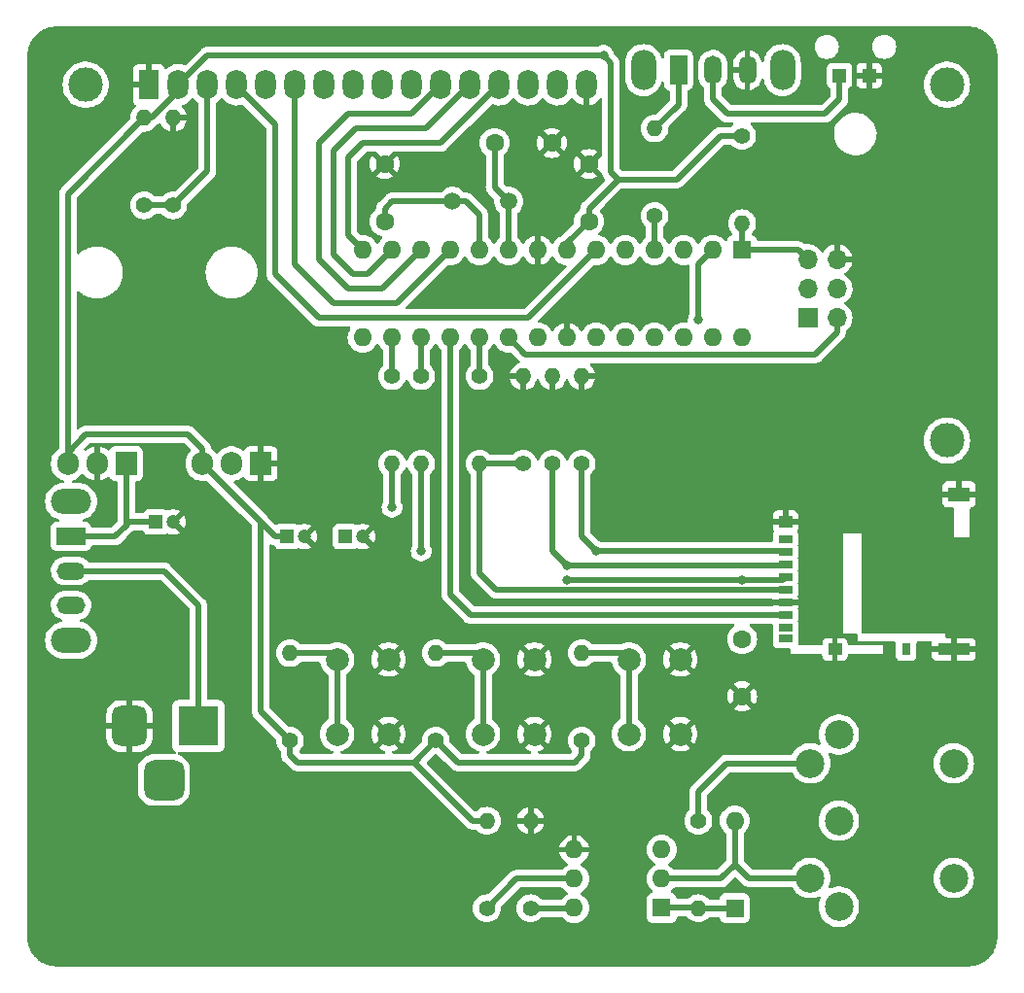
<source format=gbr>
%TF.GenerationSoftware,KiCad,Pcbnew,7.0.7-7.0.7~ubuntu22.04.1*%
%TF.CreationDate,2023-10-02T11:26:05+02:00*%
%TF.ProjectId,interrupter,696e7465-7272-4757-9074-65722e6b6963,rev?*%
%TF.SameCoordinates,Original*%
%TF.FileFunction,Copper,L1,Top*%
%TF.FilePolarity,Positive*%
%FSLAX46Y46*%
G04 Gerber Fmt 4.6, Leading zero omitted, Abs format (unit mm)*
G04 Created by KiCad (PCBNEW 7.0.7-7.0.7~ubuntu22.04.1) date 2023-10-02 11:26:05*
%MOMM*%
%LPD*%
G01*
G04 APERTURE LIST*
G04 Aperture macros list*
%AMRoundRect*
0 Rectangle with rounded corners*
0 $1 Rounding radius*
0 $2 $3 $4 $5 $6 $7 $8 $9 X,Y pos of 4 corners*
0 Add a 4 corners polygon primitive as box body*
4,1,4,$2,$3,$4,$5,$6,$7,$8,$9,$2,$3,0*
0 Add four circle primitives for the rounded corners*
1,1,$1+$1,$2,$3*
1,1,$1+$1,$4,$5*
1,1,$1+$1,$6,$7*
1,1,$1+$1,$8,$9*
0 Add four rect primitives between the rounded corners*
20,1,$1+$1,$2,$3,$4,$5,0*
20,1,$1+$1,$4,$5,$6,$7,0*
20,1,$1+$1,$6,$7,$8,$9,0*
20,1,$1+$1,$8,$9,$2,$3,0*%
G04 Aperture macros list end*
%TA.AperFunction,SMDPad,CuDef*%
%ADD10R,1.200000X0.700000*%
%TD*%
%TA.AperFunction,SMDPad,CuDef*%
%ADD11R,0.800000X1.000000*%
%TD*%
%TA.AperFunction,SMDPad,CuDef*%
%ADD12R,1.200000X1.000000*%
%TD*%
%TA.AperFunction,SMDPad,CuDef*%
%ADD13R,2.800000X1.000000*%
%TD*%
%TA.AperFunction,SMDPad,CuDef*%
%ADD14R,1.900000X1.300000*%
%TD*%
%TA.AperFunction,ComponentPad*%
%ADD15R,1.700000X1.700000*%
%TD*%
%TA.AperFunction,ComponentPad*%
%ADD16O,1.700000X1.700000*%
%TD*%
%TA.AperFunction,ComponentPad*%
%ADD17C,2.500000*%
%TD*%
%TA.AperFunction,ComponentPad*%
%ADD18R,3.500000X3.500000*%
%TD*%
%TA.AperFunction,ComponentPad*%
%ADD19RoundRect,0.750000X-0.750000X-1.000000X0.750000X-1.000000X0.750000X1.000000X-0.750000X1.000000X0*%
%TD*%
%TA.AperFunction,ComponentPad*%
%ADD20RoundRect,0.875000X-0.875000X-0.875000X0.875000X-0.875000X0.875000X0.875000X-0.875000X0.875000X0*%
%TD*%
%TA.AperFunction,ComponentPad*%
%ADD21R,1.905000X2.000000*%
%TD*%
%TA.AperFunction,ComponentPad*%
%ADD22O,1.905000X2.000000*%
%TD*%
%TA.AperFunction,ComponentPad*%
%ADD23R,1.208000X1.208000*%
%TD*%
%TA.AperFunction,ComponentPad*%
%ADD24C,1.600000*%
%TD*%
%TA.AperFunction,ComponentPad*%
%ADD25O,2.200000X3.500000*%
%TD*%
%TA.AperFunction,ComponentPad*%
%ADD26R,1.500000X2.500000*%
%TD*%
%TA.AperFunction,ComponentPad*%
%ADD27O,1.500000X2.500000*%
%TD*%
%TA.AperFunction,ComponentPad*%
%ADD28O,1.400000X1.400000*%
%TD*%
%TA.AperFunction,ComponentPad*%
%ADD29C,1.400000*%
%TD*%
%TA.AperFunction,ComponentPad*%
%ADD30C,1.500000*%
%TD*%
%TA.AperFunction,ComponentPad*%
%ADD31O,1.800000X2.600000*%
%TD*%
%TA.AperFunction,ComponentPad*%
%ADD32R,1.800000X2.600000*%
%TD*%
%TA.AperFunction,ComponentPad*%
%ADD33C,3.000000*%
%TD*%
%TA.AperFunction,ComponentPad*%
%ADD34O,1.600000X1.600000*%
%TD*%
%TA.AperFunction,ComponentPad*%
%ADD35R,1.600000X1.600000*%
%TD*%
%TA.AperFunction,ComponentPad*%
%ADD36C,2.000000*%
%TD*%
%TA.AperFunction,ComponentPad*%
%ADD37C,1.200000*%
%TD*%
%TA.AperFunction,ComponentPad*%
%ADD38R,1.200000X1.200000*%
%TD*%
%TA.AperFunction,ComponentPad*%
%ADD39O,2.500000X1.500000*%
%TD*%
%TA.AperFunction,ComponentPad*%
%ADD40R,2.500000X1.500000*%
%TD*%
%TA.AperFunction,ComponentPad*%
%ADD41O,3.500000X2.200000*%
%TD*%
%TA.AperFunction,ViaPad*%
%ADD42C,0.800000*%
%TD*%
%TA.AperFunction,Conductor*%
%ADD43C,0.508000*%
%TD*%
G04 APERTURE END LIST*
D10*
%TO.P,J2,1,DAT2*%
%TO.N,unconnected-(J2-DAT2-Pad1)*%
X87600000Y-70090000D03*
%TO.P,J2,2,DAT3/CD*%
%TO.N,/CS_3V*%
X87600000Y-71190000D03*
%TO.P,J2,3,CMD*%
%TO.N,/DI_3V*%
X87600000Y-72290000D03*
%TO.P,J2,4,VDD*%
%TO.N,+3.3V*%
X87600000Y-73390000D03*
%TO.P,J2,5,CLK*%
%TO.N,/CLK_3V*%
X87600000Y-74490000D03*
%TO.P,J2,6,VSS*%
%TO.N,GND*%
X87600000Y-75590000D03*
%TO.P,J2,7,DAT0*%
%TO.N,/DO*%
X87600000Y-76690000D03*
%TO.P,J2,8,DAT1*%
%TO.N,unconnected-(J2-DAT1-Pad8)*%
X87600000Y-77790000D03*
%TO.P,J2,9,DET_B*%
%TO.N,unconnected-(J2-DET_B-Pad9)*%
X87600000Y-78740000D03*
D11*
%TO.P,J2,10,DET_A*%
%TO.N,/CD*%
X98100000Y-79690000D03*
D12*
%TO.P,J2,11,SHIELD*%
%TO.N,GND*%
X91900000Y-79690000D03*
D13*
X102250000Y-79690000D03*
D12*
X87600000Y-68540000D03*
D14*
X102700000Y-66190000D03*
%TD*%
D15*
%TO.P,J3,1,MISO*%
%TO.N,/DO*%
X89535000Y-50800000D03*
D16*
%TO.P,J3,2,VCC*%
%TO.N,+5V*%
X92075000Y-50800000D03*
%TO.P,J3,3,SCK*%
%TO.N,/CLK_5V*%
X89535000Y-48260000D03*
%TO.P,J3,4,MOSI*%
%TO.N,/DI_5V*%
X92075000Y-48260000D03*
%TO.P,J3,5,~{RST}*%
%TO.N,/RESET*%
X89535000Y-45720000D03*
%TO.P,J3,6,GND*%
%TO.N,GND*%
X92075000Y-45720000D03*
%TD*%
D17*
%TO.P,J4,1*%
%TO.N,unconnected-(J4-Pad1)*%
X92250000Y-87115000D03*
%TO.P,J4,2*%
%TO.N,unconnected-(J4-Pad2)*%
X92250000Y-94615000D03*
%TO.P,J4,3*%
%TO.N,unconnected-(J4-Pad3)*%
X92250000Y-102115000D03*
%TO.P,J4,4*%
%TO.N,Net-(J4-Pad4)*%
X89750000Y-89615000D03*
%TO.P,J4,5*%
%TO.N,Net-(D1-A)*%
X89750000Y-99615000D03*
%TO.P,J4,6*%
%TO.N,N/C*%
X102250000Y-99615000D03*
X102250000Y-89615000D03*
%TD*%
D18*
%TO.P,J1,1*%
%TO.N,VCC*%
X36480000Y-86360000D03*
D19*
%TO.P,J1,2*%
%TO.N,GND*%
X30480000Y-86360000D03*
D20*
%TO.P,J1,3*%
%TO.N,N/C*%
X33480000Y-91060000D03*
%TD*%
D21*
%TO.P,U2,1,GND*%
%TO.N,GND*%
X41910000Y-63500000D03*
D22*
%TO.P,U2,2,VO*%
%TO.N,+3.3V*%
X39370000Y-63500000D03*
%TO.P,U2,3,VI*%
%TO.N,+5V*%
X36830000Y-63500000D03*
%TD*%
D23*
%TO.P,U3,P$1,K*%
%TO.N,GND*%
X94886000Y-29678000D03*
%TO.P,U3,P$2,A*%
%TO.N,Net-(SW2A-B)*%
X92286000Y-29678000D03*
%TD*%
D24*
%TO.P,C5,1*%
%TO.N,+3.3V*%
X83820000Y-78780000D03*
%TO.P,C5,2*%
%TO.N,GND*%
X83820000Y-83780000D03*
%TD*%
D25*
%TO.P,SW2,*%
%TO.N,*%
X75230000Y-29210000D03*
X87330000Y-29210000D03*
D26*
%TO.P,SW2,1,A*%
%TO.N,/OPT*%
X78280000Y-29210000D03*
D27*
%TO.P,SW2,2,B*%
%TO.N,Net-(SW2A-B)*%
X81280000Y-29210000D03*
%TO.P,SW2,3,C*%
%TO.N,GND*%
X84280000Y-29210000D03*
%TD*%
D28*
%TO.P,R14,2*%
%TO.N,GND*%
X65405000Y-94615000D03*
D29*
%TO.P,R14,1*%
%TO.N,Net-(R14-Pad1)*%
X65405000Y-102235000D03*
%TD*%
D30*
%TO.P,Y1,2,2*%
%TO.N,/X1*%
X63500000Y-40640000D03*
%TO.P,Y1,1,1*%
%TO.N,/X2*%
X58620000Y-40640000D03*
%TD*%
D31*
%TO.P,DS1,16,LED(-)*%
%TO.N,GND*%
X70269100Y-30480000D03*
%TO.P,DS1,15,LED(+)*%
%TO.N,/BL*%
X67729100Y-30480000D03*
%TO.P,DS1,14,D7*%
%TO.N,/DB7*%
X65189100Y-30480000D03*
%TO.P,DS1,13,D6*%
%TO.N,/DB6*%
X62649100Y-30480000D03*
%TO.P,DS1,12,D5*%
%TO.N,/DB5*%
X60109100Y-30480000D03*
%TO.P,DS1,11,D4*%
%TO.N,/DB4*%
X57569100Y-30480000D03*
%TO.P,DS1,10,D3*%
%TO.N,unconnected-(DS1-D3-Pad10)*%
X55029100Y-30480000D03*
%TO.P,DS1,9,D2*%
%TO.N,unconnected-(DS1-D2-Pad9)*%
X52489100Y-30480000D03*
%TO.P,DS1,8,D1*%
%TO.N,unconnected-(DS1-D1-Pad8)*%
X49949100Y-30480000D03*
%TO.P,DS1,7,D0*%
%TO.N,unconnected-(DS1-D0-Pad7)*%
X47409100Y-30480000D03*
%TO.P,DS1,6,E*%
%TO.N,/E*%
X44869100Y-30480000D03*
%TO.P,DS1,5,R/W*%
%TO.N,GND*%
X42329100Y-30480000D03*
%TO.P,DS1,4,RS*%
%TO.N,/RS*%
X39789100Y-30480000D03*
%TO.P,DS1,3,VO*%
%TO.N,Net-(DS1-VO)*%
X37249100Y-30480000D03*
%TO.P,DS1,2,VDD*%
%TO.N,+5V*%
X34709100Y-30480000D03*
D32*
%TO.P,DS1,1,VSS*%
%TO.N,GND*%
X32169100Y-30480000D03*
D33*
%TO.P,DS1,*%
%TO.N,*%
X101669100Y-30480000D03*
X101668580Y-61480700D03*
X26670000Y-30480000D03*
%TD*%
D34*
%TO.P,U5,6*%
%TO.N,Net-(R14-Pad1)*%
X69205000Y-102220000D03*
%TO.P,U5,5*%
%TO.N,/RX*%
X69205000Y-99680000D03*
%TO.P,U5,4*%
%TO.N,GND*%
X69205000Y-97140000D03*
%TO.P,U5,3,NC*%
%TO.N,unconnected-(U5-NC-Pad3)*%
X76825000Y-97140000D03*
%TO.P,U5,2*%
%TO.N,Net-(D1-A)*%
X76825000Y-99680000D03*
D35*
%TO.P,U5,1*%
%TO.N,Net-(D1-K)*%
X76825000Y-102220000D03*
%TD*%
D28*
%TO.P,R11,2*%
%TO.N,GND*%
X69850000Y-55880000D03*
D29*
%TO.P,R11,1*%
%TO.N,/CS_3V*%
X69850000Y-63500000D03*
%TD*%
D28*
%TO.P,R13,2*%
%TO.N,/OPT*%
X76200000Y-34290000D03*
D29*
%TO.P,R13,1*%
%TO.N,Net-(U4-PD2)*%
X76200000Y-41910000D03*
%TD*%
D28*
%TO.P,R5,2*%
%TO.N,/OK*%
X44450000Y-80010000D03*
D29*
%TO.P,R5,1*%
%TO.N,+5V*%
X44450000Y-87630000D03*
%TD*%
D36*
%TO.P,SW5,2,A*%
%TO.N,/OK*%
X48550000Y-87070000D03*
X48550000Y-80570000D03*
%TO.P,SW5,1,1*%
%TO.N,GND*%
X53050000Y-87070000D03*
X53050000Y-80570000D03*
%TD*%
%TO.P,SW3,2,K*%
%TO.N,/UP*%
X73950000Y-87070000D03*
X73950000Y-80570000D03*
%TO.P,SW3,1,2*%
%TO.N,GND*%
X78450000Y-87070000D03*
X78450000Y-80570000D03*
%TD*%
D34*
%TO.P,D1,2,A*%
%TO.N,Net-(D1-A)*%
X83185000Y-94615000D03*
D35*
%TO.P,D1,1,K*%
%TO.N,Net-(D1-K)*%
X83185000Y-102235000D03*
%TD*%
D22*
%TO.P,U1,3,VO*%
%TO.N,+5V*%
X25110000Y-63500000D03*
%TO.P,U1,2,GND*%
%TO.N,GND*%
X27650000Y-63500000D03*
D21*
%TO.P,U1,1,VI*%
%TO.N,Net-(SW1A-A)*%
X30190000Y-63500000D03*
%TD*%
D28*
%TO.P,R10,2*%
%TO.N,GND*%
X67310000Y-55880000D03*
D29*
%TO.P,R10,1*%
%TO.N,/DI_3V*%
X67310000Y-63500000D03*
%TD*%
D28*
%TO.P,R2,2*%
%TO.N,GND*%
X34290000Y-33370000D03*
D29*
%TO.P,R2,1*%
%TO.N,Net-(DS1-VO)*%
X34290000Y-40990000D03*
%TD*%
D34*
%TO.P,U4,28,PC5*%
%TO.N,unconnected-(U4-PC5-Pad28)*%
X83810000Y-52510000D03*
%TO.P,U4,27,PC4*%
%TO.N,unconnected-(U4-PC4-Pad27)*%
X81270000Y-52510000D03*
%TO.P,U4,26,PC3*%
%TO.N,/UP*%
X78730000Y-52510000D03*
%TO.P,U4,25,PC2*%
%TO.N,/DN*%
X76190000Y-52510000D03*
%TO.P,U4,24,PC1*%
%TO.N,unconnected-(U4-PC1-Pad24)*%
X73650000Y-52510000D03*
%TO.P,U4,23,PC0*%
%TO.N,/OK*%
X71110000Y-52510000D03*
%TO.P,U4,22,GND*%
%TO.N,GND*%
X68570000Y-52510000D03*
%TO.P,U4,21,AREF*%
%TO.N,unconnected-(U4-AREF-Pad21)*%
X66030000Y-52510000D03*
%TO.P,U4,20,AVCC*%
%TO.N,+5V*%
X63490000Y-52510000D03*
%TO.P,U4,19,PB5*%
%TO.N,/CLK_5V*%
X60950000Y-52510000D03*
%TO.P,U4,18,PB4*%
%TO.N,/DO*%
X58410000Y-52510000D03*
%TO.P,U4,17,PB3*%
%TO.N,/DI_5V*%
X55870000Y-52510000D03*
%TO.P,U4,16,PB2*%
%TO.N,/CS_5V*%
X53330000Y-52510000D03*
%TO.P,U4,15,PB1*%
%TO.N,/DB7*%
X50790000Y-52510000D03*
%TO.P,U4,14,PB0*%
%TO.N,/DB6*%
X50790000Y-44890000D03*
%TO.P,U4,13,PD7*%
%TO.N,/DB5*%
X53330000Y-44890000D03*
%TO.P,U4,12,PD6*%
%TO.N,/DB4*%
X55870000Y-44890000D03*
%TO.P,U4,11,PD5*%
%TO.N,/E*%
X58410000Y-44890000D03*
%TO.P,U4,10,XTAL2/PB7*%
%TO.N,/X2*%
X60950000Y-44890000D03*
%TO.P,U4,9,XTAL1/PB6*%
%TO.N,/X1*%
X63490000Y-44890000D03*
%TO.P,U4,8,GND*%
%TO.N,GND*%
X66030000Y-44890000D03*
%TO.P,U4,7,VCC*%
%TO.N,+5V*%
X68570000Y-44890000D03*
%TO.P,U4,6,PD4*%
%TO.N,/RS*%
X71110000Y-44890000D03*
%TO.P,U4,5,PD3*%
%TO.N,unconnected-(U4-PD3-Pad5)*%
X73650000Y-44890000D03*
%TO.P,U4,4,PD2*%
%TO.N,Net-(U4-PD2)*%
X76190000Y-44890000D03*
%TO.P,U4,3,PD1*%
%TO.N,unconnected-(U4-PD1-Pad3)*%
X78730000Y-44890000D03*
%TO.P,U4,2,PD0*%
%TO.N,/RX*%
X81270000Y-44890000D03*
D35*
%TO.P,U4,1,~{RESET}/PC6*%
%TO.N,/RESET*%
X83810000Y-44890000D03*
%TD*%
D37*
%TO.P,C2,2*%
%TO.N,GND*%
X45720000Y-69850000D03*
D38*
%TO.P,C2,1*%
%TO.N,+5V*%
X44220000Y-69850000D03*
%TD*%
D24*
%TO.P,C6,2*%
%TO.N,GND*%
X67270000Y-35560000D03*
%TO.P,C6,1*%
%TO.N,/X1*%
X62270000Y-35560000D03*
%TD*%
D28*
%TO.P,R7,2*%
%TO.N,/CS_3V*%
X53340000Y-63500000D03*
D29*
%TO.P,R7,1*%
%TO.N,/CS_5V*%
X53340000Y-55880000D03*
%TD*%
D28*
%TO.P,R15,2*%
%TO.N,+5V*%
X61595000Y-94615000D03*
D29*
%TO.P,R15,1*%
%TO.N,/RX*%
X61595000Y-102235000D03*
%TD*%
D28*
%TO.P,R12,2*%
%TO.N,GND*%
X64770000Y-55880000D03*
D29*
%TO.P,R12,1*%
%TO.N,/CLK_3V*%
X64770000Y-63500000D03*
%TD*%
D37*
%TO.P,C3,2*%
%TO.N,GND*%
X50800000Y-69850000D03*
D38*
%TO.P,C3,1*%
%TO.N,+3.3V*%
X49300000Y-69850000D03*
%TD*%
D28*
%TO.P,R16,2*%
%TO.N,Net-(D1-K)*%
X80010000Y-102235000D03*
D29*
%TO.P,R16,1*%
%TO.N,Net-(J4-Pad4)*%
X80010000Y-94615000D03*
%TD*%
D39*
%TO.P,SW1,3,C*%
%TO.N,unconnected-(SW1A-C-Pad3)*%
X25400000Y-75850000D03*
%TO.P,SW1,2,B*%
%TO.N,VCC*%
X25400000Y-72850000D03*
D40*
%TO.P,SW1,1,A*%
%TO.N,Net-(SW1A-A)*%
X25400000Y-69850000D03*
D41*
%TO.P,SW1,*%
%TO.N,*%
X25400000Y-78900000D03*
X25400000Y-66800000D03*
%TD*%
D28*
%TO.P,R9,2*%
%TO.N,/RESET*%
X83820000Y-42545000D03*
D29*
%TO.P,R9,1*%
%TO.N,+5V*%
X83820000Y-34925000D03*
%TD*%
D28*
%TO.P,R1,2*%
%TO.N,+5V*%
X31750000Y-33370000D03*
D29*
%TO.P,R1,1*%
%TO.N,Net-(DS1-VO)*%
X31750000Y-40990000D03*
%TD*%
D24*
%TO.P,C7,1*%
%TO.N,/X2*%
X52705000Y-42390000D03*
%TO.P,C7,2*%
%TO.N,GND*%
X52705000Y-37390000D03*
%TD*%
D28*
%TO.P,R3,2*%
%TO.N,/UP*%
X69850000Y-80010000D03*
D29*
%TO.P,R3,1*%
%TO.N,+5V*%
X69850000Y-87630000D03*
%TD*%
D24*
%TO.P,C4,2*%
%TO.N,GND*%
X70485000Y-37390000D03*
%TO.P,C4,1*%
%TO.N,+5V*%
X70485000Y-42390000D03*
%TD*%
D37*
%TO.P,C1,2*%
%TO.N,GND*%
X34290000Y-68580000D03*
D38*
%TO.P,C1,1*%
%TO.N,Net-(SW1A-A)*%
X32790000Y-68580000D03*
%TD*%
D36*
%TO.P,SW4,2,A*%
%TO.N,/DN*%
X61250000Y-87070000D03*
X61250000Y-80570000D03*
%TO.P,SW4,1,2*%
%TO.N,GND*%
X65750000Y-87070000D03*
X65750000Y-80570000D03*
%TD*%
D28*
%TO.P,R8,2*%
%TO.N,/CLK_3V*%
X60960000Y-63500000D03*
D29*
%TO.P,R8,1*%
%TO.N,/CLK_5V*%
X60960000Y-55880000D03*
%TD*%
D28*
%TO.P,R6,2*%
%TO.N,/DI_3V*%
X55880000Y-63500000D03*
D29*
%TO.P,R6,1*%
%TO.N,/DI_5V*%
X55880000Y-55880000D03*
%TD*%
D28*
%TO.P,R4,2*%
%TO.N,/DN*%
X57150000Y-80010000D03*
D29*
%TO.P,R4,1*%
%TO.N,+5V*%
X57150000Y-87630000D03*
%TD*%
D42*
%TO.N,+5V*%
X71755000Y-27940000D03*
%TO.N,+3.3V*%
X83820000Y-73636500D03*
X68580000Y-73636500D03*
%TO.N,/CS_3V*%
X53340000Y-67310000D03*
X71120000Y-71120000D03*
%TO.N,/RX*%
X80010000Y-50955000D03*
%TO.N,/DI_3V*%
X55880000Y-71120000D03*
X68580000Y-72390000D03*
%TD*%
D43*
%TO.N,VCC*%
X33480000Y-72850000D02*
X36480000Y-75850000D01*
X36480000Y-75850000D02*
X36480000Y-86360000D01*
X25400000Y-72850000D02*
X33480000Y-72850000D01*
%TO.N,+5V*%
X25110000Y-63500000D02*
X25110000Y-40010000D01*
X69850000Y-88900000D02*
X69850000Y-87630000D01*
X44450000Y-87630000D02*
X44450000Y-88900000D01*
X60325000Y-94615000D02*
X61595000Y-94615000D01*
X44450000Y-88900000D02*
X45085000Y-89535000D01*
X41910000Y-68580000D02*
X43180000Y-69850000D01*
X31750000Y-33370000D02*
X32387100Y-33370000D01*
X36830000Y-63500000D02*
X40640000Y-67310000D01*
X73025000Y-38735000D02*
X70485000Y-41275000D01*
X83820000Y-34925000D02*
X81915000Y-34925000D01*
X25110000Y-40010000D02*
X31750000Y-33370000D01*
X63490000Y-52510000D02*
X64955000Y-53975000D01*
X57150000Y-87630000D02*
X59055000Y-89535000D01*
X26670000Y-60960000D02*
X35560000Y-60960000D01*
X59055000Y-89535000D02*
X69215000Y-89535000D01*
X55245000Y-89535000D02*
X60325000Y-94615000D01*
X92075000Y-52070000D02*
X92075000Y-50800000D01*
X34709100Y-31048000D02*
X34709100Y-30480000D01*
X37249100Y-27940000D02*
X71755000Y-27940000D01*
X69215000Y-89535000D02*
X69850000Y-88900000D01*
X55245000Y-89535000D02*
X57150000Y-87630000D01*
X41910000Y-68580000D02*
X41910000Y-85090000D01*
X43180000Y-69850000D02*
X44220000Y-69850000D01*
X71755000Y-27940000D02*
X72390000Y-28575000D01*
X68570000Y-44305000D02*
X70485000Y-42390000D01*
X70485000Y-41275000D02*
X70485000Y-42390000D01*
X78105000Y-38735000D02*
X73025000Y-38735000D01*
X25110000Y-62520000D02*
X26670000Y-60960000D01*
X35560000Y-60960000D02*
X36830000Y-62230000D01*
X34709100Y-30480000D02*
X37249100Y-27940000D01*
X25110000Y-63500000D02*
X25110000Y-62520000D01*
X72390000Y-28575000D02*
X72390000Y-38100000D01*
X68570000Y-44890000D02*
X68570000Y-44305000D01*
X36830000Y-62230000D02*
X36830000Y-63500000D01*
X41910000Y-85090000D02*
X44450000Y-87630000D01*
X64955000Y-53975000D02*
X90170000Y-53975000D01*
X32387100Y-33370000D02*
X34709100Y-31048000D01*
X81915000Y-34925000D02*
X78105000Y-38735000D01*
X45085000Y-89535000D02*
X55245000Y-89535000D01*
X90170000Y-53975000D02*
X92075000Y-52070000D01*
X40640000Y-67310000D02*
X41910000Y-68580000D01*
X72390000Y-38100000D02*
X73025000Y-38735000D01*
%TO.N,+3.3V*%
X83820000Y-73636500D02*
X87353500Y-73636500D01*
X87353500Y-73636500D02*
X87600000Y-73390000D01*
X68580000Y-73636500D02*
X83820000Y-73636500D01*
%TO.N,/X1*%
X62270000Y-39410000D02*
X62270000Y-35560000D01*
X63500000Y-40640000D02*
X62270000Y-39410000D01*
X63500000Y-40640000D02*
X63500000Y-44880000D01*
X63500000Y-44880000D02*
X63490000Y-44890000D01*
%TO.N,/X2*%
X60960000Y-44880000D02*
X60950000Y-44890000D01*
X59790000Y-40640000D02*
X60950000Y-41800000D01*
X58620000Y-40640000D02*
X59790000Y-40640000D01*
X52705000Y-41275000D02*
X53340000Y-40640000D01*
X60950000Y-41800000D02*
X60950000Y-44890000D01*
X52705000Y-42390000D02*
X52705000Y-41275000D01*
X53340000Y-40640000D02*
X58620000Y-40640000D01*
%TO.N,Net-(SW1A-A)*%
X30190000Y-68870000D02*
X30480000Y-68580000D01*
X30480000Y-68580000D02*
X32790000Y-68580000D01*
X30190000Y-68870000D02*
X30190000Y-63500000D01*
X25400000Y-69850000D02*
X29210000Y-69850000D01*
X29210000Y-69850000D02*
X30190000Y-68870000D01*
%TO.N,Net-(D1-K)*%
X76825000Y-102220000D02*
X79995000Y-102220000D01*
X79995000Y-102220000D02*
X80010000Y-102235000D01*
X83185000Y-102235000D02*
X80010000Y-102235000D01*
%TO.N,Net-(D1-A)*%
X76825000Y-99680000D02*
X81930000Y-99680000D01*
X83185000Y-98425000D02*
X84375000Y-99615000D01*
X81930000Y-99680000D02*
X83185000Y-98425000D01*
X83185000Y-98425000D02*
X83185000Y-94615000D01*
X84375000Y-99615000D02*
X89750000Y-99615000D01*
%TO.N,/RS*%
X43180000Y-33972500D02*
X39789100Y-30581600D01*
X39789100Y-30581600D02*
X39789100Y-30480000D01*
X71110000Y-44890000D02*
X65200000Y-50800000D01*
X46990000Y-50800000D02*
X43180000Y-46990000D01*
X43180000Y-46990000D02*
X43180000Y-33972500D01*
X65200000Y-50800000D02*
X46990000Y-50800000D01*
%TO.N,/E*%
X58410000Y-44890000D02*
X53770000Y-49530000D01*
X48260000Y-49530000D02*
X44869100Y-46139100D01*
X44869100Y-46139100D02*
X44869100Y-30480000D01*
X53770000Y-49530000D02*
X48260000Y-49530000D01*
%TO.N,Net-(DS1-VO)*%
X37249100Y-38030900D02*
X37249100Y-30480000D01*
X34290000Y-40990000D02*
X37249100Y-38030900D01*
X31750000Y-40990000D02*
X34290000Y-40990000D01*
%TO.N,/DB4*%
X52500000Y-48260000D02*
X49530000Y-48260000D01*
X49530000Y-48260000D02*
X46990000Y-45720000D01*
X55029100Y-33020000D02*
X57569100Y-30480000D01*
X46990000Y-45720000D02*
X46990000Y-35560000D01*
X49530000Y-33020000D02*
X55029100Y-33020000D01*
X55870000Y-44890000D02*
X52500000Y-48260000D01*
X46990000Y-35560000D02*
X49530000Y-33020000D01*
%TO.N,/DB5*%
X49954000Y-46990000D02*
X48260000Y-45296000D01*
X51230000Y-46990000D02*
X49954000Y-46990000D01*
X56299100Y-34290000D02*
X60109100Y-30480000D01*
X53330000Y-44890000D02*
X51230000Y-46990000D01*
X48260000Y-36195000D02*
X50165000Y-34290000D01*
X48260000Y-45296000D02*
X48260000Y-36195000D01*
X50165000Y-34290000D02*
X56299100Y-34290000D01*
%TO.N,/DB6*%
X57569100Y-35560000D02*
X62649100Y-30480000D01*
X49530000Y-36830000D02*
X50800000Y-35560000D01*
X50800000Y-35560000D02*
X57569100Y-35560000D01*
X50790000Y-44890000D02*
X49530000Y-43630000D01*
X49530000Y-43630000D02*
X49530000Y-36830000D01*
%TO.N,/DO*%
X58410000Y-74920000D02*
X60180000Y-76690000D01*
X60180000Y-76690000D02*
X87600000Y-76690000D01*
X58410000Y-52510000D02*
X58410000Y-74920000D01*
%TO.N,/CS_3V*%
X71120000Y-71120000D02*
X87530000Y-71120000D01*
X53340000Y-63500000D02*
X53340000Y-67310000D01*
X87530000Y-71120000D02*
X87600000Y-71190000D01*
X71120000Y-71120000D02*
X69850000Y-69850000D01*
X69850000Y-69850000D02*
X69850000Y-63500000D01*
%TO.N,/RESET*%
X83820000Y-44880000D02*
X83810000Y-44890000D01*
X83810000Y-44890000D02*
X88705000Y-44890000D01*
X88705000Y-44890000D02*
X89535000Y-45720000D01*
X83820000Y-42545000D02*
X83820000Y-44880000D01*
%TO.N,Net-(J4-Pad4)*%
X80010000Y-92075000D02*
X82470000Y-89615000D01*
X80010000Y-94615000D02*
X80010000Y-92075000D01*
X82470000Y-89615000D02*
X89750000Y-89615000D01*
%TO.N,/UP*%
X69850000Y-80010000D02*
X73390000Y-80010000D01*
X73950000Y-80570000D02*
X73950000Y-87070000D01*
X73390000Y-80010000D02*
X73950000Y-80570000D01*
%TO.N,/DN*%
X61250000Y-80570000D02*
X61250000Y-87070000D01*
X57150000Y-80010000D02*
X60690000Y-80010000D01*
X60690000Y-80010000D02*
X61250000Y-80570000D01*
%TO.N,/OK*%
X48550000Y-80570000D02*
X48550000Y-87070000D01*
X47990000Y-80010000D02*
X48550000Y-80570000D01*
X44450000Y-80010000D02*
X47990000Y-80010000D01*
%TO.N,Net-(R14-Pad1)*%
X65405000Y-102235000D02*
X69190000Y-102235000D01*
X69190000Y-102235000D02*
X69205000Y-102220000D01*
%TO.N,/RX*%
X64150000Y-99680000D02*
X69205000Y-99680000D01*
X80010000Y-50955000D02*
X80010000Y-46150000D01*
X61595000Y-102235000D02*
X64150000Y-99680000D01*
X80010000Y-46150000D02*
X81270000Y-44890000D01*
%TO.N,/DI_3V*%
X87500000Y-72390000D02*
X87600000Y-72290000D01*
X67310000Y-71120000D02*
X67310000Y-63500000D01*
X68580000Y-72390000D02*
X67310000Y-71120000D01*
X55880000Y-63500000D02*
X55880000Y-71120000D01*
X68580000Y-72390000D02*
X87500000Y-72390000D01*
%TO.N,/CLK_3V*%
X60960000Y-63500000D02*
X60960000Y-73025000D01*
X60960000Y-73025000D02*
X62425000Y-74490000D01*
X64770000Y-63500000D02*
X60960000Y-63500000D01*
X62425000Y-74490000D02*
X87600000Y-74490000D01*
%TO.N,Net-(U4-PD2)*%
X76200000Y-41910000D02*
X76200000Y-44880000D01*
X76200000Y-44880000D02*
X76190000Y-44890000D01*
%TO.N,/CLK_5V*%
X60960000Y-52520000D02*
X60950000Y-52510000D01*
X60960000Y-55880000D02*
X60960000Y-52520000D01*
%TO.N,/DI_5V*%
X55880000Y-52520000D02*
X55870000Y-52510000D01*
X55880000Y-55880000D02*
X55880000Y-52520000D01*
%TO.N,/CS_5V*%
X53340000Y-55880000D02*
X53340000Y-52520000D01*
X53340000Y-52520000D02*
X53330000Y-52510000D01*
%TO.N,/OPT*%
X78280000Y-29210000D02*
X78280000Y-32210000D01*
X78280000Y-32210000D02*
X76200000Y-34290000D01*
%TO.N,Net-(SW2A-B)*%
X82550000Y-33020000D02*
X91016000Y-33020000D01*
X81280000Y-29210000D02*
X81280000Y-31750000D01*
X91016000Y-33020000D02*
X92286000Y-31750000D01*
X92286000Y-31750000D02*
X92286000Y-29678000D01*
X81280000Y-31750000D02*
X82550000Y-33020000D01*
%TD*%
%TA.AperFunction,Conductor*%
%TO.N,GND*%
G36*
X27828210Y-64050545D02*
G01*
X27880729Y-64096627D01*
X27900000Y-64163018D01*
X27900000Y-64978365D01*
X28007792Y-64960379D01*
X28235454Y-64882221D01*
X28235468Y-64882215D01*
X28447159Y-64767655D01*
X28447162Y-64767653D01*
X28583129Y-64661825D01*
X28648123Y-64636182D01*
X28716663Y-64649748D01*
X28766988Y-64698216D01*
X28775473Y-64716343D01*
X28786611Y-64746204D01*
X28874239Y-64863261D01*
X28991296Y-64950889D01*
X29067908Y-64979464D01*
X29122963Y-64999999D01*
X29128299Y-65001989D01*
X29155550Y-65004918D01*
X29188845Y-65008499D01*
X29188862Y-65008500D01*
X29303500Y-65008500D01*
X29370539Y-65028185D01*
X29416294Y-65080989D01*
X29427500Y-65132500D01*
X29427500Y-68502799D01*
X29407815Y-68569838D01*
X29391181Y-68590480D01*
X28930481Y-69051181D01*
X28869158Y-69084666D01*
X28842800Y-69087500D01*
X27272953Y-69087500D01*
X27205914Y-69067815D01*
X27160159Y-69015011D01*
X27152274Y-68992008D01*
X27151989Y-68990803D01*
X27151989Y-68990799D01*
X27151987Y-68990794D01*
X27151986Y-68990789D01*
X27122897Y-68912802D01*
X27100889Y-68853796D01*
X27013261Y-68736739D01*
X26896204Y-68649111D01*
X26896203Y-68649110D01*
X26759203Y-68598011D01*
X26698654Y-68591500D01*
X26698638Y-68591500D01*
X26525801Y-68591500D01*
X26458762Y-68571815D01*
X26413007Y-68519011D01*
X26403063Y-68449853D01*
X26432088Y-68386297D01*
X26490866Y-68348523D01*
X26496854Y-68346926D01*
X26508578Y-68344111D01*
X26548591Y-68334505D01*
X26782502Y-68237616D01*
X26998376Y-68105328D01*
X27190898Y-67940898D01*
X27355328Y-67748376D01*
X27487616Y-67532502D01*
X27584505Y-67298591D01*
X27643609Y-67052403D01*
X27663474Y-66800000D01*
X27643609Y-66547597D01*
X27584505Y-66301409D01*
X27487616Y-66067498D01*
X27487616Y-66067497D01*
X27355331Y-65851629D01*
X27355330Y-65851627D01*
X27355329Y-65851626D01*
X27355328Y-65851624D01*
X27190898Y-65659102D01*
X26998376Y-65494672D01*
X26998374Y-65494670D01*
X26998372Y-65494669D01*
X26998370Y-65494668D01*
X26782502Y-65362383D01*
X26548593Y-65265495D01*
X26393041Y-65228151D01*
X26302403Y-65206391D01*
X26157875Y-65195016D01*
X26113202Y-65191500D01*
X26113199Y-65191500D01*
X25563829Y-65191500D01*
X25496790Y-65171815D01*
X25451035Y-65119011D01*
X25441091Y-65049853D01*
X25470116Y-64986297D01*
X25523566Y-64950219D01*
X25594785Y-64925768D01*
X25698888Y-64890030D01*
X25911830Y-64774792D01*
X26102900Y-64626076D01*
X26266886Y-64447940D01*
X26281266Y-64425928D01*
X26334410Y-64380571D01*
X26403641Y-64371146D01*
X26466978Y-64400645D01*
X26488883Y-64425923D01*
X26499848Y-64442706D01*
X26499851Y-64442710D01*
X26662873Y-64619797D01*
X26662883Y-64619806D01*
X26852831Y-64767649D01*
X26852840Y-64767655D01*
X27064531Y-64882215D01*
X27064545Y-64882221D01*
X27292207Y-64960379D01*
X27400000Y-64978366D01*
X27400000Y-64164652D01*
X27419685Y-64097613D01*
X27472489Y-64051858D01*
X27541647Y-64041914D01*
X27557447Y-64045248D01*
X27574404Y-64050000D01*
X27574406Y-64050000D01*
X27687622Y-64050000D01*
X27759116Y-64040173D01*
X27828210Y-64050545D01*
G37*
%TD.AperFunction*%
%TA.AperFunction,Conductor*%
G36*
X77527864Y-45452278D02*
G01*
X77572382Y-45503655D01*
X77575413Y-45510156D01*
X77592477Y-45546749D01*
X77723802Y-45734300D01*
X77885700Y-45896198D01*
X78073251Y-46027523D01*
X78152633Y-46064539D01*
X78280750Y-46124281D01*
X78280752Y-46124281D01*
X78280757Y-46124284D01*
X78501913Y-46183543D01*
X78664832Y-46197796D01*
X78729998Y-46203498D01*
X78730000Y-46203498D01*
X78730002Y-46203498D01*
X78787139Y-46198499D01*
X78958087Y-46183543D01*
X79091409Y-46147819D01*
X79161256Y-46149482D01*
X79219118Y-46188644D01*
X79246623Y-46252872D01*
X79247500Y-46267594D01*
X79247500Y-50425463D01*
X79230888Y-50487462D01*
X79175472Y-50583446D01*
X79175470Y-50583450D01*
X79116459Y-50765068D01*
X79116458Y-50765072D01*
X79096496Y-50954999D01*
X79096496Y-50955000D01*
X79109924Y-51082762D01*
X79097354Y-51151492D01*
X79049622Y-51202515D01*
X78981882Y-51219633D01*
X78963515Y-51216862D01*
X78963421Y-51217398D01*
X78958081Y-51216456D01*
X78730002Y-51196502D01*
X78729998Y-51196502D01*
X78501918Y-51216456D01*
X78501910Y-51216457D01*
X78280761Y-51275714D01*
X78280750Y-51275718D01*
X78073254Y-51372475D01*
X78073252Y-51372476D01*
X78002856Y-51421767D01*
X77885700Y-51503802D01*
X77885698Y-51503803D01*
X77885695Y-51503806D01*
X77723806Y-51665695D01*
X77723803Y-51665698D01*
X77723802Y-51665700D01*
X77696881Y-51704147D01*
X77592476Y-51853251D01*
X77572382Y-51896345D01*
X77526209Y-51948784D01*
X77459016Y-51967936D01*
X77392135Y-51947720D01*
X77347618Y-51896345D01*
X77327523Y-51853251D01*
X77261670Y-51759204D01*
X77196198Y-51665700D01*
X77034300Y-51503802D01*
X76846749Y-51372477D01*
X76842666Y-51370573D01*
X76639249Y-51275718D01*
X76639238Y-51275714D01*
X76418089Y-51216457D01*
X76418081Y-51216456D01*
X76190002Y-51196502D01*
X76189998Y-51196502D01*
X75961918Y-51216456D01*
X75961910Y-51216457D01*
X75740761Y-51275714D01*
X75740750Y-51275718D01*
X75533254Y-51372475D01*
X75533252Y-51372476D01*
X75462856Y-51421767D01*
X75345700Y-51503802D01*
X75345698Y-51503803D01*
X75345695Y-51503806D01*
X75183806Y-51665695D01*
X75183803Y-51665698D01*
X75183802Y-51665700D01*
X75156881Y-51704147D01*
X75052476Y-51853251D01*
X75032382Y-51896345D01*
X74986209Y-51948784D01*
X74919016Y-51967936D01*
X74852135Y-51947720D01*
X74807618Y-51896345D01*
X74787523Y-51853251D01*
X74721670Y-51759204D01*
X74656198Y-51665700D01*
X74494300Y-51503802D01*
X74306749Y-51372477D01*
X74302666Y-51370573D01*
X74099249Y-51275718D01*
X74099238Y-51275714D01*
X73878089Y-51216457D01*
X73878081Y-51216456D01*
X73650002Y-51196502D01*
X73649998Y-51196502D01*
X73421918Y-51216456D01*
X73421910Y-51216457D01*
X73200761Y-51275714D01*
X73200750Y-51275718D01*
X72993254Y-51372475D01*
X72993252Y-51372476D01*
X72922856Y-51421767D01*
X72805700Y-51503802D01*
X72805698Y-51503803D01*
X72805695Y-51503806D01*
X72643806Y-51665695D01*
X72643803Y-51665698D01*
X72643802Y-51665700D01*
X72616881Y-51704147D01*
X72512476Y-51853251D01*
X72492382Y-51896345D01*
X72446209Y-51948784D01*
X72379016Y-51967936D01*
X72312135Y-51947720D01*
X72267618Y-51896345D01*
X72247523Y-51853251D01*
X72181670Y-51759204D01*
X72116198Y-51665700D01*
X71954300Y-51503802D01*
X71766749Y-51372477D01*
X71762666Y-51370573D01*
X71559249Y-51275718D01*
X71559238Y-51275714D01*
X71338089Y-51216457D01*
X71338081Y-51216456D01*
X71110002Y-51196502D01*
X71109998Y-51196502D01*
X70881918Y-51216456D01*
X70881910Y-51216457D01*
X70660761Y-51275714D01*
X70660750Y-51275718D01*
X70453254Y-51372475D01*
X70453252Y-51372476D01*
X70382856Y-51421767D01*
X70265700Y-51503802D01*
X70265698Y-51503803D01*
X70265695Y-51503806D01*
X70103806Y-51665695D01*
X70103803Y-51665698D01*
X70103802Y-51665700D01*
X70076881Y-51704147D01*
X69972476Y-51853252D01*
X69972474Y-51853256D01*
X69947691Y-51906402D01*
X69901518Y-51958841D01*
X69834324Y-51977992D01*
X69767444Y-51957775D01*
X69722927Y-51906399D01*
X69700133Y-51857517D01*
X69569657Y-51671179D01*
X69408820Y-51510342D01*
X69222482Y-51379865D01*
X69016328Y-51283734D01*
X68820000Y-51231127D01*
X68820000Y-51999424D01*
X68800315Y-52066463D01*
X68747511Y-52112218D01*
X68678353Y-52122162D01*
X68676602Y-52121897D01*
X68601486Y-52110000D01*
X68601481Y-52110000D01*
X68538519Y-52110000D01*
X68538514Y-52110000D01*
X68463398Y-52121897D01*
X68394104Y-52112942D01*
X68340652Y-52067946D01*
X68320013Y-52001194D01*
X68320000Y-51999424D01*
X68320000Y-51231127D01*
X68123671Y-51283734D01*
X67917517Y-51379865D01*
X67731179Y-51510342D01*
X67570342Y-51671179D01*
X67439865Y-51857517D01*
X67417071Y-51906401D01*
X67370898Y-51958840D01*
X67303705Y-51977992D01*
X67236824Y-51957776D01*
X67192307Y-51906401D01*
X67167523Y-51853251D01*
X67101670Y-51759204D01*
X67036198Y-51665700D01*
X66874300Y-51503802D01*
X66686749Y-51372477D01*
X66682666Y-51370573D01*
X66479249Y-51275718D01*
X66479238Y-51275714D01*
X66258089Y-51216457D01*
X66258082Y-51216456D01*
X66158659Y-51207758D01*
X66093591Y-51182305D01*
X66052612Y-51125714D01*
X66048734Y-51055952D01*
X66081784Y-50996551D01*
X70852873Y-46225463D01*
X70914194Y-46191980D01*
X70951356Y-46189618D01*
X71089681Y-46201720D01*
X71109999Y-46203498D01*
X71110000Y-46203498D01*
X71110002Y-46203498D01*
X71167139Y-46198499D01*
X71338087Y-46183543D01*
X71559243Y-46124284D01*
X71766749Y-46027523D01*
X71954300Y-45896198D01*
X72116198Y-45734300D01*
X72247523Y-45546749D01*
X72267617Y-45503655D01*
X72313790Y-45451215D01*
X72380983Y-45432063D01*
X72447864Y-45452278D01*
X72492382Y-45503655D01*
X72495413Y-45510156D01*
X72512477Y-45546749D01*
X72643802Y-45734300D01*
X72805700Y-45896198D01*
X72993251Y-46027523D01*
X73072633Y-46064539D01*
X73200750Y-46124281D01*
X73200752Y-46124281D01*
X73200757Y-46124284D01*
X73421913Y-46183543D01*
X73584832Y-46197796D01*
X73649998Y-46203498D01*
X73650000Y-46203498D01*
X73650002Y-46203498D01*
X73707139Y-46198499D01*
X73878087Y-46183543D01*
X74099243Y-46124284D01*
X74306749Y-46027523D01*
X74494300Y-45896198D01*
X74656198Y-45734300D01*
X74787523Y-45546749D01*
X74807617Y-45503655D01*
X74853790Y-45451215D01*
X74920983Y-45432063D01*
X74987864Y-45452278D01*
X75032382Y-45503655D01*
X75035413Y-45510156D01*
X75052477Y-45546749D01*
X75183802Y-45734300D01*
X75345700Y-45896198D01*
X75533251Y-46027523D01*
X75612633Y-46064539D01*
X75740750Y-46124281D01*
X75740752Y-46124281D01*
X75740757Y-46124284D01*
X75961913Y-46183543D01*
X76124832Y-46197796D01*
X76189998Y-46203498D01*
X76190000Y-46203498D01*
X76190002Y-46203498D01*
X76247139Y-46198499D01*
X76418087Y-46183543D01*
X76639243Y-46124284D01*
X76846749Y-46027523D01*
X77034300Y-45896198D01*
X77196198Y-45734300D01*
X77327523Y-45546749D01*
X77347617Y-45503655D01*
X77393790Y-45451215D01*
X77460983Y-45432063D01*
X77527864Y-45452278D01*
G37*
%TD.AperFunction*%
%TA.AperFunction,Conductor*%
G36*
X65923331Y-45278091D02*
G01*
X65955699Y-45283218D01*
X65998515Y-45290000D01*
X65998519Y-45290000D01*
X66061485Y-45290000D01*
X66104300Y-45283218D01*
X66136602Y-45278102D01*
X66205894Y-45287056D01*
X66259347Y-45332052D01*
X66279987Y-45398803D01*
X66280000Y-45400575D01*
X66280000Y-46168872D01*
X66476317Y-46116269D01*
X66476326Y-46116265D01*
X66682482Y-46020134D01*
X66868820Y-45889657D01*
X67029657Y-45728820D01*
X67160133Y-45542483D01*
X67182927Y-45493600D01*
X67229098Y-45441160D01*
X67296292Y-45422007D01*
X67363173Y-45442221D01*
X67407691Y-45493596D01*
X67432477Y-45546749D01*
X67563802Y-45734300D01*
X67725700Y-45896198D01*
X67913251Y-46027523D01*
X67992633Y-46064539D01*
X68120750Y-46124281D01*
X68120752Y-46124281D01*
X68120757Y-46124284D01*
X68341913Y-46183543D01*
X68441337Y-46192241D01*
X68506405Y-46217693D01*
X68547384Y-46274284D01*
X68551262Y-46344046D01*
X68518210Y-46403450D01*
X64920481Y-50001181D01*
X64859158Y-50034666D01*
X64832800Y-50037500D01*
X54640199Y-50037500D01*
X54573160Y-50017815D01*
X54527405Y-49965011D01*
X54517461Y-49895853D01*
X54546486Y-49832297D01*
X54552518Y-49825819D01*
X56342709Y-48035628D01*
X58152873Y-46225463D01*
X58214194Y-46191980D01*
X58251356Y-46189618D01*
X58389681Y-46201720D01*
X58409999Y-46203498D01*
X58410000Y-46203498D01*
X58410002Y-46203498D01*
X58467139Y-46198499D01*
X58638087Y-46183543D01*
X58859243Y-46124284D01*
X59066749Y-46027523D01*
X59254300Y-45896198D01*
X59416198Y-45734300D01*
X59547523Y-45546749D01*
X59567617Y-45503655D01*
X59613790Y-45451215D01*
X59680983Y-45432063D01*
X59747864Y-45452278D01*
X59792382Y-45503655D01*
X59795413Y-45510156D01*
X59812477Y-45546749D01*
X59943802Y-45734300D01*
X60105700Y-45896198D01*
X60293251Y-46027523D01*
X60372633Y-46064539D01*
X60500750Y-46124281D01*
X60500752Y-46124281D01*
X60500757Y-46124284D01*
X60721913Y-46183543D01*
X60884832Y-46197796D01*
X60949998Y-46203498D01*
X60950000Y-46203498D01*
X60950002Y-46203498D01*
X61007139Y-46198499D01*
X61178087Y-46183543D01*
X61399243Y-46124284D01*
X61606749Y-46027523D01*
X61794300Y-45896198D01*
X61956198Y-45734300D01*
X62087523Y-45546749D01*
X62107617Y-45503655D01*
X62153790Y-45451215D01*
X62220983Y-45432063D01*
X62287864Y-45452278D01*
X62332382Y-45503655D01*
X62335413Y-45510156D01*
X62352477Y-45546749D01*
X62483802Y-45734300D01*
X62645700Y-45896198D01*
X62833251Y-46027523D01*
X62912633Y-46064539D01*
X63040750Y-46124281D01*
X63040752Y-46124281D01*
X63040757Y-46124284D01*
X63261913Y-46183543D01*
X63424832Y-46197796D01*
X63489998Y-46203498D01*
X63490000Y-46203498D01*
X63490002Y-46203498D01*
X63547139Y-46198499D01*
X63718087Y-46183543D01*
X63939243Y-46124284D01*
X64146749Y-46027523D01*
X64334300Y-45896198D01*
X64496198Y-45734300D01*
X64627523Y-45546749D01*
X64652307Y-45493598D01*
X64698479Y-45441159D01*
X64765672Y-45422007D01*
X64832553Y-45442222D01*
X64877071Y-45493599D01*
X64899864Y-45542479D01*
X64899865Y-45542481D01*
X65030342Y-45728820D01*
X65191179Y-45889657D01*
X65377517Y-46020134D01*
X65583673Y-46116265D01*
X65583682Y-46116269D01*
X65779999Y-46168872D01*
X65780000Y-46168871D01*
X65780000Y-45400575D01*
X65799685Y-45333536D01*
X65852489Y-45287781D01*
X65921647Y-45277837D01*
X65923331Y-45278091D01*
G37*
%TD.AperFunction*%
%TA.AperFunction,Conductor*%
G36*
X70447949Y-31081484D02*
G01*
X70500205Y-31127864D01*
X70519100Y-31193658D01*
X70519100Y-32258264D01*
X70680534Y-32223473D01*
X70901662Y-32134616D01*
X71104594Y-32009666D01*
X71283489Y-31852219D01*
X71283496Y-31852213D01*
X71407024Y-31699227D01*
X71464455Y-31659434D01*
X71534282Y-31657007D01*
X71594337Y-31692718D01*
X71625551Y-31755227D01*
X71627500Y-31777126D01*
X71627500Y-36549689D01*
X71607815Y-36616728D01*
X71591181Y-36637370D01*
X71022419Y-37206132D01*
X70961096Y-37239617D01*
X70891404Y-37234633D01*
X70835471Y-37192761D01*
X70824256Y-37174751D01*
X70812641Y-37151955D01*
X70812637Y-37151951D01*
X70812636Y-37151949D01*
X70723050Y-37062363D01*
X70723044Y-37062358D01*
X70713109Y-37057296D01*
X70700250Y-37050744D01*
X70649456Y-37002773D01*
X70632660Y-36934952D01*
X70655197Y-36868817D01*
X70668865Y-36852580D01*
X71210472Y-36310973D01*
X71137483Y-36259866D01*
X71137481Y-36259865D01*
X70931326Y-36163734D01*
X70931317Y-36163730D01*
X70711610Y-36104860D01*
X70711599Y-36104858D01*
X70485002Y-36085034D01*
X70484998Y-36085034D01*
X70258400Y-36104858D01*
X70258389Y-36104860D01*
X70038682Y-36163730D01*
X70038673Y-36163734D01*
X69832513Y-36259868D01*
X69759526Y-36310973D01*
X70301133Y-36852580D01*
X70334618Y-36913903D01*
X70329634Y-36983595D01*
X70287762Y-37039528D01*
X70269748Y-37050745D01*
X70246956Y-37062358D01*
X70246949Y-37062363D01*
X70157363Y-37151949D01*
X70157358Y-37151956D01*
X70145745Y-37174748D01*
X70097770Y-37225544D01*
X70029949Y-37242338D01*
X69963814Y-37219800D01*
X69947580Y-37206133D01*
X69405973Y-36664526D01*
X69354868Y-36737513D01*
X69258734Y-36943673D01*
X69258730Y-36943682D01*
X69199860Y-37163389D01*
X69199858Y-37163400D01*
X69180034Y-37389997D01*
X69180034Y-37390002D01*
X69199858Y-37616599D01*
X69199860Y-37616610D01*
X69258730Y-37836317D01*
X69258734Y-37836326D01*
X69354865Y-38042481D01*
X69354866Y-38042483D01*
X69405973Y-38115471D01*
X69405973Y-38115472D01*
X69947580Y-37573865D01*
X70008903Y-37540380D01*
X70078594Y-37545364D01*
X70134528Y-37587235D01*
X70145742Y-37605246D01*
X70151527Y-37616599D01*
X70157358Y-37628044D01*
X70157363Y-37628050D01*
X70246949Y-37717636D01*
X70246951Y-37717637D01*
X70246955Y-37717641D01*
X70269747Y-37729254D01*
X70320542Y-37777228D01*
X70337337Y-37845049D01*
X70314799Y-37911184D01*
X70301132Y-37927419D01*
X69759526Y-38469025D01*
X69759526Y-38469026D01*
X69832512Y-38520131D01*
X69832516Y-38520133D01*
X70038673Y-38616265D01*
X70038682Y-38616269D01*
X70258389Y-38675139D01*
X70258400Y-38675141D01*
X70484998Y-38694966D01*
X70485002Y-38694966D01*
X70711599Y-38675141D01*
X70711610Y-38675139D01*
X70931317Y-38616269D01*
X70931331Y-38616264D01*
X71137478Y-38520136D01*
X71210472Y-38469025D01*
X70668866Y-37927419D01*
X70635381Y-37866096D01*
X70640365Y-37796404D01*
X70682237Y-37740471D01*
X70700245Y-37729258D01*
X70723045Y-37717641D01*
X70812641Y-37628045D01*
X70824254Y-37605252D01*
X70872225Y-37554458D01*
X70940046Y-37537661D01*
X71006181Y-37560197D01*
X71022419Y-37573866D01*
X71599963Y-38151410D01*
X71633448Y-38212733D01*
X71635810Y-38228283D01*
X71638168Y-38255241D01*
X71639628Y-38262309D01*
X71639589Y-38262317D01*
X71641299Y-38270028D01*
X71641337Y-38270020D01*
X71643000Y-38277040D01*
X71669690Y-38350368D01*
X71694236Y-38424443D01*
X71697288Y-38430987D01*
X71697250Y-38431004D01*
X71700686Y-38438101D01*
X71700723Y-38438083D01*
X71703962Y-38444531D01*
X71703964Y-38444534D01*
X71703966Y-38444539D01*
X71746848Y-38509738D01*
X71769540Y-38546527D01*
X71787816Y-38576155D01*
X71792294Y-38581818D01*
X71792261Y-38581843D01*
X71797245Y-38587961D01*
X71797278Y-38587935D01*
X71801919Y-38593467D01*
X71856364Y-38644832D01*
X71891619Y-38705155D01*
X71888664Y-38774962D01*
X71858952Y-38822708D01*
X69991499Y-40690161D01*
X69977872Y-40701939D01*
X69958176Y-40716603D01*
X69924027Y-40757300D01*
X69920379Y-40761281D01*
X69914425Y-40767236D01*
X69904856Y-40779339D01*
X69893754Y-40793379D01*
X69867074Y-40825176D01*
X69843603Y-40853148D01*
X69839637Y-40859178D01*
X69839603Y-40859156D01*
X69835361Y-40865815D01*
X69835395Y-40865836D01*
X69831607Y-40871977D01*
X69831605Y-40871980D01*
X69798625Y-40942705D01*
X69786917Y-40966017D01*
X69763605Y-41012434D01*
X69761135Y-41019221D01*
X69761097Y-41019207D01*
X69758506Y-41026661D01*
X69758546Y-41026674D01*
X69756274Y-41033528D01*
X69740498Y-41109934D01*
X69722499Y-41185880D01*
X69721661Y-41193052D01*
X69721619Y-41193047D01*
X69720818Y-41200893D01*
X69720860Y-41200897D01*
X69720230Y-41208086D01*
X69721709Y-41258885D01*
X69703982Y-41326468D01*
X69668887Y-41364064D01*
X69640705Y-41383798D01*
X69640696Y-41383805D01*
X69478806Y-41545695D01*
X69478803Y-41545698D01*
X69478802Y-41545700D01*
X69414391Y-41637688D01*
X69347476Y-41733252D01*
X69347475Y-41733254D01*
X69250718Y-41940750D01*
X69250714Y-41940761D01*
X69191457Y-42161910D01*
X69191456Y-42161918D01*
X69171502Y-42389998D01*
X69171502Y-42390002D01*
X69185380Y-42548639D01*
X69171613Y-42617139D01*
X69149533Y-42647127D01*
X68171828Y-43624832D01*
X68125104Y-43651836D01*
X68125843Y-43653865D01*
X68120752Y-43655717D01*
X67913254Y-43752475D01*
X67913252Y-43752476D01*
X67902700Y-43759865D01*
X67725700Y-43883802D01*
X67725698Y-43883803D01*
X67725695Y-43883806D01*
X67563806Y-44045695D01*
X67563803Y-44045698D01*
X67563802Y-44045700D01*
X67482876Y-44161274D01*
X67432476Y-44233252D01*
X67432474Y-44233256D01*
X67407691Y-44286402D01*
X67361518Y-44338841D01*
X67294324Y-44357992D01*
X67227444Y-44337775D01*
X67182927Y-44286399D01*
X67160133Y-44237517D01*
X67029657Y-44051179D01*
X66868820Y-43890342D01*
X66682482Y-43759865D01*
X66476328Y-43663734D01*
X66280000Y-43611127D01*
X66280000Y-44379424D01*
X66260315Y-44446463D01*
X66207511Y-44492218D01*
X66138353Y-44502162D01*
X66136602Y-44501897D01*
X66061486Y-44490000D01*
X66061481Y-44490000D01*
X65998519Y-44490000D01*
X65998514Y-44490000D01*
X65923398Y-44501897D01*
X65854104Y-44492942D01*
X65800652Y-44447946D01*
X65780013Y-44381194D01*
X65780000Y-44379424D01*
X65780000Y-43611127D01*
X65583671Y-43663734D01*
X65377517Y-43759865D01*
X65191179Y-43890342D01*
X65030342Y-44051179D01*
X64899865Y-44237517D01*
X64877071Y-44286401D01*
X64830898Y-44338840D01*
X64763705Y-44357992D01*
X64696824Y-44337776D01*
X64652307Y-44286401D01*
X64627523Y-44233251D01*
X64496198Y-44045700D01*
X64334300Y-43883802D01*
X64326914Y-43878630D01*
X64315374Y-43870549D01*
X64271750Y-43815971D01*
X64262500Y-43768976D01*
X64262500Y-41706985D01*
X64282185Y-41639946D01*
X64308778Y-41612282D01*
X64307893Y-41611227D01*
X64312031Y-41607753D01*
X64312038Y-41607749D01*
X64467749Y-41452038D01*
X64594056Y-41271654D01*
X64687120Y-41072076D01*
X64744115Y-40859371D01*
X64763307Y-40640000D01*
X64744115Y-40420629D01*
X64687120Y-40207924D01*
X64594056Y-40008347D01*
X64594054Y-40008344D01*
X64594053Y-40008342D01*
X64514047Y-39894083D01*
X64467749Y-39827962D01*
X64312038Y-39672251D01*
X64131654Y-39545944D01*
X64105652Y-39533819D01*
X63932081Y-39452882D01*
X63932079Y-39452881D01*
X63932076Y-39452880D01*
X63780777Y-39412339D01*
X63719372Y-39395885D01*
X63719365Y-39395884D01*
X63500002Y-39376693D01*
X63499996Y-39376693D01*
X63387511Y-39386533D01*
X63319011Y-39372766D01*
X63289024Y-39350686D01*
X63068818Y-39130480D01*
X63035333Y-39069157D01*
X63032499Y-39042799D01*
X63032499Y-37866096D01*
X63032499Y-36688021D01*
X63052184Y-36620986D01*
X63085373Y-36586452D01*
X63114300Y-36566198D01*
X63276198Y-36404300D01*
X63407523Y-36216749D01*
X63504284Y-36009243D01*
X63563543Y-35788087D01*
X63583498Y-35560002D01*
X65965034Y-35560002D01*
X65984858Y-35786599D01*
X65984860Y-35786610D01*
X66043730Y-36006317D01*
X66043734Y-36006326D01*
X66139865Y-36212481D01*
X66139866Y-36212483D01*
X66190973Y-36285471D01*
X66190973Y-36285472D01*
X66732580Y-35743865D01*
X66793903Y-35710380D01*
X66863594Y-35715364D01*
X66919528Y-35757235D01*
X66930742Y-35775246D01*
X66936527Y-35786599D01*
X66942358Y-35798044D01*
X66942363Y-35798050D01*
X67031949Y-35887636D01*
X67031951Y-35887637D01*
X67031955Y-35887641D01*
X67054747Y-35899254D01*
X67105542Y-35947228D01*
X67122337Y-36015049D01*
X67099799Y-36081184D01*
X67086132Y-36097419D01*
X66544526Y-36639025D01*
X66544526Y-36639026D01*
X66617512Y-36690131D01*
X66617516Y-36690133D01*
X66823673Y-36786265D01*
X66823682Y-36786269D01*
X67043389Y-36845139D01*
X67043400Y-36845141D01*
X67269998Y-36864966D01*
X67270002Y-36864966D01*
X67496599Y-36845141D01*
X67496610Y-36845139D01*
X67716317Y-36786269D01*
X67716331Y-36786264D01*
X67922478Y-36690136D01*
X67995472Y-36639025D01*
X67453866Y-36097419D01*
X67420381Y-36036096D01*
X67425365Y-35966404D01*
X67467237Y-35910471D01*
X67485245Y-35899258D01*
X67508045Y-35887641D01*
X67597641Y-35798045D01*
X67609254Y-35775252D01*
X67657225Y-35724458D01*
X67725046Y-35707661D01*
X67791181Y-35730197D01*
X67807419Y-35743866D01*
X68349025Y-36285472D01*
X68400136Y-36212478D01*
X68496264Y-36006331D01*
X68496269Y-36006317D01*
X68555139Y-35786610D01*
X68555141Y-35786599D01*
X68574966Y-35560002D01*
X68574966Y-35559997D01*
X68555141Y-35333400D01*
X68555139Y-35333389D01*
X68496269Y-35113682D01*
X68496265Y-35113673D01*
X68400133Y-34907516D01*
X68400131Y-34907512D01*
X68349026Y-34834526D01*
X68349025Y-34834526D01*
X67807419Y-35376132D01*
X67746096Y-35409617D01*
X67676404Y-35404633D01*
X67620471Y-35362761D01*
X67609256Y-35344751D01*
X67597641Y-35321955D01*
X67597637Y-35321951D01*
X67597636Y-35321949D01*
X67508050Y-35232363D01*
X67508044Y-35232358D01*
X67498109Y-35227296D01*
X67485250Y-35220744D01*
X67434456Y-35172773D01*
X67417660Y-35104952D01*
X67440197Y-35038817D01*
X67453865Y-35022580D01*
X67995472Y-34480973D01*
X67922483Y-34429866D01*
X67922481Y-34429865D01*
X67716326Y-34333734D01*
X67716317Y-34333730D01*
X67496610Y-34274860D01*
X67496599Y-34274858D01*
X67270002Y-34255034D01*
X67269998Y-34255034D01*
X67043400Y-34274858D01*
X67043389Y-34274860D01*
X66823682Y-34333730D01*
X66823673Y-34333734D01*
X66617513Y-34429868D01*
X66544526Y-34480973D01*
X67086133Y-35022580D01*
X67119618Y-35083903D01*
X67114634Y-35153595D01*
X67072762Y-35209528D01*
X67054748Y-35220745D01*
X67031956Y-35232358D01*
X67031949Y-35232363D01*
X66942363Y-35321949D01*
X66942358Y-35321956D01*
X66930745Y-35344748D01*
X66882770Y-35395544D01*
X66814949Y-35412338D01*
X66748814Y-35389800D01*
X66732580Y-35376133D01*
X66190973Y-34834526D01*
X66139868Y-34907513D01*
X66043734Y-35113673D01*
X66043730Y-35113682D01*
X65984860Y-35333389D01*
X65984858Y-35333400D01*
X65965034Y-35559997D01*
X65965034Y-35560002D01*
X63583498Y-35560002D01*
X63583498Y-35560000D01*
X63581009Y-35531556D01*
X63572121Y-35429958D01*
X63563543Y-35331913D01*
X63504284Y-35110757D01*
X63485174Y-35069776D01*
X63453385Y-35001603D01*
X63407523Y-34903251D01*
X63276198Y-34715700D01*
X63114300Y-34553802D01*
X62926749Y-34422477D01*
X62922698Y-34420588D01*
X62719249Y-34325718D01*
X62719238Y-34325714D01*
X62498089Y-34266457D01*
X62498081Y-34266456D01*
X62270002Y-34246502D01*
X62269998Y-34246502D01*
X62041918Y-34266456D01*
X62041910Y-34266457D01*
X61820761Y-34325714D01*
X61820750Y-34325718D01*
X61613254Y-34422475D01*
X61613252Y-34422476D01*
X61586833Y-34440975D01*
X61425700Y-34553802D01*
X61425698Y-34553803D01*
X61425695Y-34553806D01*
X61263806Y-34715695D01*
X61263803Y-34715698D01*
X61263802Y-34715700D01*
X61208509Y-34794666D01*
X61132476Y-34903252D01*
X61132475Y-34903254D01*
X61035718Y-35110750D01*
X61035714Y-35110761D01*
X60976457Y-35331910D01*
X60976456Y-35331918D01*
X60956502Y-35559998D01*
X60956502Y-35560001D01*
X60976456Y-35788081D01*
X60976457Y-35788089D01*
X61035714Y-36009238D01*
X61035718Y-36009249D01*
X61104946Y-36157709D01*
X61132477Y-36216749D01*
X61263802Y-36404300D01*
X61425700Y-36566198D01*
X61454622Y-36586450D01*
X61498247Y-36641025D01*
X61507499Y-36688024D01*
X61507499Y-39345417D01*
X61506191Y-39363382D01*
X61502633Y-39387674D01*
X61507264Y-39440590D01*
X61507500Y-39445997D01*
X61507500Y-39454412D01*
X61510923Y-39483707D01*
X61511368Y-39487510D01*
X61518168Y-39565242D01*
X61519628Y-39572309D01*
X61519589Y-39572317D01*
X61521299Y-39580028D01*
X61521337Y-39580020D01*
X61523000Y-39587040D01*
X61543752Y-39644055D01*
X61549690Y-39660369D01*
X61553628Y-39672252D01*
X61574236Y-39734443D01*
X61577288Y-39740987D01*
X61577250Y-39741004D01*
X61580686Y-39748101D01*
X61580723Y-39748083D01*
X61583962Y-39754531D01*
X61583964Y-39754534D01*
X61583966Y-39754539D01*
X61626848Y-39819738D01*
X61662476Y-39877499D01*
X61667816Y-39886155D01*
X61672294Y-39891818D01*
X61672261Y-39891843D01*
X61677245Y-39897961D01*
X61677278Y-39897935D01*
X61681912Y-39903457D01*
X61681915Y-39903462D01*
X61681918Y-39903465D01*
X61681920Y-39903467D01*
X61738684Y-39957021D01*
X62210686Y-40429023D01*
X62244171Y-40490346D01*
X62246533Y-40527510D01*
X62236693Y-40639996D01*
X62236693Y-40640002D01*
X62255884Y-40859365D01*
X62255885Y-40859372D01*
X62272339Y-40920777D01*
X62312880Y-41072076D01*
X62312881Y-41072079D01*
X62312882Y-41072081D01*
X62376302Y-41208086D01*
X62405944Y-41271654D01*
X62499252Y-41404911D01*
X62532251Y-41452038D01*
X62687962Y-41607749D01*
X62692107Y-41611227D01*
X62690651Y-41612962D01*
X62728236Y-41659957D01*
X62737500Y-41706985D01*
X62737500Y-43754972D01*
X62717815Y-43822011D01*
X62684625Y-43856546D01*
X62645702Y-43883800D01*
X62645696Y-43883805D01*
X62483806Y-44045695D01*
X62483803Y-44045698D01*
X62483802Y-44045700D01*
X62473753Y-44060052D01*
X62352476Y-44233251D01*
X62332382Y-44276345D01*
X62286209Y-44328784D01*
X62219016Y-44347936D01*
X62152135Y-44327720D01*
X62107618Y-44276345D01*
X62087523Y-44233251D01*
X61956198Y-44045700D01*
X61794300Y-43883802D01*
X61794295Y-43883798D01*
X61794292Y-43883796D01*
X61765374Y-43863547D01*
X61721749Y-43808970D01*
X61712499Y-43761978D01*
X61712499Y-41864587D01*
X61713809Y-41846611D01*
X61717367Y-41822325D01*
X61712736Y-41769399D01*
X61712500Y-41763992D01*
X61712500Y-41755595D01*
X61712500Y-41755588D01*
X61708633Y-41722503D01*
X61701831Y-41644760D01*
X61701830Y-41644758D01*
X61700371Y-41637688D01*
X61700412Y-41637679D01*
X61698705Y-41629976D01*
X61698663Y-41629986D01*
X61696999Y-41622966D01*
X61696998Y-41622958D01*
X61670309Y-41549630D01*
X61645765Y-41475560D01*
X61645761Y-41475553D01*
X61642711Y-41469012D01*
X61642750Y-41468993D01*
X61639315Y-41461898D01*
X61639277Y-41461918D01*
X61636034Y-41455462D01*
X61636034Y-41455461D01*
X61609973Y-41415837D01*
X61593160Y-41390274D01*
X61552191Y-41323854D01*
X61547711Y-41318188D01*
X61547743Y-41318162D01*
X61542760Y-41312045D01*
X61542729Y-41312072D01*
X61538086Y-41306539D01*
X61538085Y-41306538D01*
X61481332Y-41252994D01*
X60374838Y-40146500D01*
X60363055Y-40132865D01*
X60348403Y-40113184D01*
X60348397Y-40113177D01*
X60307698Y-40079027D01*
X60303709Y-40075371D01*
X60297766Y-40069428D01*
X60271620Y-40048754D01*
X60211853Y-39998604D01*
X60205820Y-39994636D01*
X60205843Y-39994600D01*
X60199193Y-39990363D01*
X60199172Y-39990399D01*
X60193022Y-39986606D01*
X60193020Y-39986605D01*
X60122294Y-39953625D01*
X60052566Y-39918606D01*
X60052565Y-39918605D01*
X60052562Y-39918604D01*
X60045781Y-39916136D01*
X60045794Y-39916097D01*
X60038340Y-39913506D01*
X60038327Y-39913546D01*
X60031472Y-39911274D01*
X59955065Y-39895498D01*
X59944529Y-39893001D01*
X59879123Y-39877500D01*
X59879121Y-39877500D01*
X59879117Y-39877499D01*
X59871948Y-39876661D01*
X59871952Y-39876619D01*
X59864106Y-39875818D01*
X59864103Y-39875860D01*
X59856913Y-39875230D01*
X59778924Y-39877500D01*
X59686985Y-39877500D01*
X59619946Y-39857815D01*
X59592282Y-39831221D01*
X59591227Y-39832107D01*
X59587749Y-39827962D01*
X59432038Y-39672251D01*
X59338822Y-39606980D01*
X59251654Y-39545944D01*
X59225652Y-39533819D01*
X59052081Y-39452882D01*
X59052079Y-39452881D01*
X59052076Y-39452880D01*
X58900777Y-39412339D01*
X58839372Y-39395885D01*
X58839365Y-39395884D01*
X58620002Y-39376693D01*
X58619998Y-39376693D01*
X58400634Y-39395884D01*
X58400627Y-39395885D01*
X58187920Y-39452881D01*
X57988346Y-39545944D01*
X57988342Y-39545946D01*
X57807967Y-39672247D01*
X57807960Y-39672252D01*
X57652250Y-39827962D01*
X57648773Y-39832107D01*
X57647037Y-39830651D01*
X57600043Y-39868236D01*
X57553015Y-39877500D01*
X53404589Y-39877500D01*
X53386620Y-39876191D01*
X53362325Y-39872632D01*
X53316770Y-39876619D01*
X53309396Y-39877264D01*
X53303993Y-39877500D01*
X53295582Y-39877500D01*
X53267229Y-39880813D01*
X53262503Y-39881366D01*
X53251396Y-39882337D01*
X53184754Y-39888169D01*
X53177688Y-39889628D01*
X53177679Y-39889588D01*
X53169970Y-39891297D01*
X53169980Y-39891337D01*
X53162957Y-39893001D01*
X53112751Y-39911275D01*
X53089630Y-39919690D01*
X53065230Y-39927775D01*
X53015564Y-39944233D01*
X53009020Y-39947285D01*
X53009003Y-39947248D01*
X53001896Y-39950689D01*
X53001914Y-39950724D01*
X52995467Y-39953962D01*
X52930275Y-39996839D01*
X52863854Y-40037809D01*
X52858184Y-40042292D01*
X52858159Y-40042261D01*
X52852044Y-40047243D01*
X52852069Y-40047273D01*
X52846544Y-40051909D01*
X52846538Y-40051914D01*
X52846538Y-40051915D01*
X52838251Y-40060699D01*
X52792994Y-40108667D01*
X52211499Y-40690161D01*
X52197872Y-40701939D01*
X52178176Y-40716603D01*
X52144027Y-40757300D01*
X52140379Y-40761281D01*
X52134425Y-40767236D01*
X52124856Y-40779339D01*
X52113754Y-40793379D01*
X52087074Y-40825176D01*
X52063603Y-40853148D01*
X52059637Y-40859178D01*
X52059603Y-40859156D01*
X52055361Y-40865815D01*
X52055395Y-40865836D01*
X52051607Y-40871977D01*
X52051605Y-40871980D01*
X52018625Y-40942705D01*
X52006917Y-40966017D01*
X51983605Y-41012434D01*
X51981135Y-41019221D01*
X51981097Y-41019207D01*
X51978506Y-41026661D01*
X51978546Y-41026674D01*
X51976274Y-41033528D01*
X51960498Y-41109934D01*
X51942500Y-41185872D01*
X51941663Y-41193041D01*
X51941622Y-41193036D01*
X51940819Y-41200897D01*
X51940859Y-41200901D01*
X51940230Y-41208083D01*
X51941478Y-41250973D01*
X51941537Y-41252994D01*
X51941709Y-41258884D01*
X51923982Y-41326468D01*
X51888887Y-41364064D01*
X51860705Y-41383798D01*
X51860696Y-41383805D01*
X51698806Y-41545695D01*
X51698803Y-41545698D01*
X51698802Y-41545700D01*
X51634391Y-41637688D01*
X51567476Y-41733252D01*
X51567475Y-41733254D01*
X51470718Y-41940750D01*
X51470714Y-41940761D01*
X51411457Y-42161910D01*
X51411456Y-42161918D01*
X51391502Y-42389998D01*
X51391502Y-42390001D01*
X51411456Y-42618081D01*
X51411457Y-42618089D01*
X51470714Y-42839238D01*
X51470718Y-42839249D01*
X51526984Y-42959911D01*
X51567477Y-43046749D01*
X51698802Y-43234300D01*
X51860700Y-43396198D01*
X52048251Y-43527523D01*
X52153526Y-43576613D01*
X52255750Y-43624281D01*
X52255752Y-43624281D01*
X52255757Y-43624284D01*
X52434384Y-43672147D01*
X52494043Y-43708511D01*
X52524572Y-43771358D01*
X52516277Y-43840733D01*
X52488184Y-43878630D01*
X52489528Y-43879974D01*
X52323806Y-44045695D01*
X52323803Y-44045698D01*
X52323802Y-44045700D01*
X52313753Y-44060052D01*
X52192476Y-44233251D01*
X52172382Y-44276345D01*
X52126209Y-44328784D01*
X52059016Y-44347936D01*
X51992135Y-44327720D01*
X51947618Y-44276345D01*
X51927523Y-44233251D01*
X51796198Y-44045700D01*
X51634300Y-43883802D01*
X51446749Y-43752477D01*
X51446745Y-43752475D01*
X51239249Y-43655718D01*
X51239238Y-43655714D01*
X51018089Y-43596457D01*
X51018081Y-43596456D01*
X50790002Y-43576502D01*
X50789997Y-43576502D01*
X50631358Y-43590380D01*
X50562859Y-43576613D01*
X50532871Y-43554533D01*
X50328819Y-43350481D01*
X50295334Y-43289158D01*
X50292500Y-43262800D01*
X50292500Y-37197199D01*
X50312185Y-37130160D01*
X50328819Y-37109518D01*
X51079519Y-36358819D01*
X51140842Y-36325334D01*
X51167200Y-36322500D01*
X51939692Y-36322500D01*
X52006731Y-36342185D01*
X52027373Y-36358819D01*
X52521133Y-36852580D01*
X52554618Y-36913903D01*
X52549634Y-36983595D01*
X52507762Y-37039528D01*
X52489748Y-37050745D01*
X52466956Y-37062358D01*
X52466949Y-37062363D01*
X52377363Y-37151949D01*
X52377358Y-37151956D01*
X52365745Y-37174748D01*
X52317770Y-37225544D01*
X52249949Y-37242338D01*
X52183814Y-37219800D01*
X52167580Y-37206133D01*
X51625973Y-36664526D01*
X51574868Y-36737513D01*
X51478734Y-36943673D01*
X51478730Y-36943682D01*
X51419860Y-37163389D01*
X51419858Y-37163400D01*
X51400034Y-37389997D01*
X51400034Y-37390002D01*
X51419858Y-37616599D01*
X51419860Y-37616610D01*
X51478730Y-37836317D01*
X51478734Y-37836326D01*
X51574865Y-38042481D01*
X51574866Y-38042483D01*
X51625973Y-38115471D01*
X51625973Y-38115472D01*
X52167580Y-37573865D01*
X52228903Y-37540380D01*
X52298594Y-37545364D01*
X52354528Y-37587235D01*
X52365742Y-37605246D01*
X52371527Y-37616599D01*
X52377358Y-37628044D01*
X52377363Y-37628050D01*
X52466949Y-37717636D01*
X52466951Y-37717637D01*
X52466955Y-37717641D01*
X52489747Y-37729254D01*
X52540542Y-37777228D01*
X52557337Y-37845049D01*
X52534799Y-37911184D01*
X52521132Y-37927419D01*
X51979526Y-38469025D01*
X51979526Y-38469026D01*
X52052512Y-38520131D01*
X52052516Y-38520133D01*
X52258673Y-38616265D01*
X52258682Y-38616269D01*
X52478389Y-38675139D01*
X52478400Y-38675141D01*
X52704998Y-38694966D01*
X52705002Y-38694966D01*
X52931599Y-38675141D01*
X52931610Y-38675139D01*
X53151317Y-38616269D01*
X53151331Y-38616264D01*
X53357478Y-38520136D01*
X53430472Y-38469025D01*
X52888866Y-37927419D01*
X52855381Y-37866096D01*
X52860365Y-37796404D01*
X52902237Y-37740471D01*
X52920245Y-37729258D01*
X52943045Y-37717641D01*
X53032641Y-37628045D01*
X53044254Y-37605252D01*
X53092225Y-37554458D01*
X53160046Y-37537661D01*
X53226181Y-37560197D01*
X53242419Y-37573866D01*
X53784025Y-38115472D01*
X53835136Y-38042478D01*
X53931264Y-37836331D01*
X53931269Y-37836317D01*
X53990139Y-37616610D01*
X53990141Y-37616599D01*
X54009966Y-37390002D01*
X54009966Y-37389997D01*
X53990141Y-37163400D01*
X53990139Y-37163389D01*
X53931269Y-36943682D01*
X53931265Y-36943673D01*
X53835133Y-36737516D01*
X53835131Y-36737512D01*
X53784026Y-36664526D01*
X53784025Y-36664526D01*
X53242419Y-37206132D01*
X53181096Y-37239617D01*
X53111404Y-37234633D01*
X53055471Y-37192761D01*
X53044256Y-37174751D01*
X53032641Y-37151955D01*
X53032637Y-37151951D01*
X53032636Y-37151949D01*
X52943050Y-37062363D01*
X52943044Y-37062358D01*
X52933109Y-37057296D01*
X52920250Y-37050744D01*
X52869456Y-37002773D01*
X52852660Y-36934952D01*
X52875197Y-36868817D01*
X52888865Y-36852580D01*
X53382627Y-36358819D01*
X53443950Y-36325334D01*
X53470308Y-36322500D01*
X57504518Y-36322500D01*
X57522488Y-36323809D01*
X57525180Y-36324203D01*
X57546772Y-36327366D01*
X57599696Y-36322735D01*
X57605097Y-36322500D01*
X57613506Y-36322500D01*
X57613512Y-36322500D01*
X57644483Y-36318879D01*
X57646612Y-36318631D01*
X57659565Y-36317497D01*
X57724340Y-36311831D01*
X57724348Y-36311828D01*
X57731409Y-36310371D01*
X57731417Y-36310414D01*
X57739116Y-36308707D01*
X57739107Y-36308666D01*
X57746137Y-36306999D01*
X57746138Y-36306998D01*
X57746142Y-36306998D01*
X57819469Y-36280309D01*
X57893540Y-36255765D01*
X57893548Y-36255759D01*
X57900088Y-36252711D01*
X57900106Y-36252750D01*
X57907202Y-36249315D01*
X57907183Y-36249276D01*
X57913635Y-36246035D01*
X57913639Y-36246034D01*
X57978838Y-36203151D01*
X58045249Y-36162188D01*
X58045254Y-36162182D01*
X58050913Y-36157709D01*
X58050940Y-36157743D01*
X58057054Y-36152763D01*
X58057027Y-36152730D01*
X58062562Y-36148085D01*
X58116122Y-36091314D01*
X60082260Y-34125176D01*
X61988323Y-32219113D01*
X62049644Y-32185630D01*
X62116897Y-32190439D01*
X62116997Y-32190114D01*
X62118414Y-32190548D01*
X62119336Y-32190614D01*
X62122000Y-32191646D01*
X62122028Y-32191654D01*
X62122033Y-32191657D01*
X62351285Y-32261864D01*
X62589105Y-32292318D01*
X62828651Y-32282143D01*
X63063032Y-32231630D01*
X63285504Y-32142233D01*
X63489669Y-32016524D01*
X63669651Y-31858119D01*
X63820275Y-31671576D01*
X63820274Y-31671576D01*
X63823585Y-31667477D01*
X63824759Y-31668425D01*
X63873250Y-31628309D01*
X63942617Y-31619947D01*
X64005494Y-31650415D01*
X64024907Y-31672812D01*
X64089275Y-31768047D01*
X64103885Y-31783291D01*
X64255175Y-31941144D01*
X64255176Y-31941145D01*
X64447938Y-32083712D01*
X64447940Y-32083713D01*
X64447943Y-32083715D01*
X64662033Y-32191657D01*
X64891285Y-32261864D01*
X65129105Y-32292318D01*
X65368651Y-32282143D01*
X65603032Y-32231630D01*
X65825504Y-32142233D01*
X66029669Y-32016524D01*
X66209651Y-31858119D01*
X66360275Y-31671576D01*
X66360274Y-31671576D01*
X66363585Y-31667477D01*
X66364759Y-31668425D01*
X66413250Y-31628309D01*
X66482617Y-31619947D01*
X66545494Y-31650415D01*
X66564907Y-31672812D01*
X66629275Y-31768047D01*
X66643885Y-31783291D01*
X66795175Y-31941144D01*
X66795176Y-31941145D01*
X66987938Y-32083712D01*
X66987940Y-32083713D01*
X66987943Y-32083715D01*
X67202033Y-32191657D01*
X67431285Y-32261864D01*
X67669105Y-32292318D01*
X67908651Y-32282143D01*
X68143032Y-32231630D01*
X68365504Y-32142233D01*
X68569669Y-32016524D01*
X68749651Y-31858119D01*
X68900275Y-31671576D01*
X68900282Y-31671562D01*
X68903226Y-31667209D01*
X68904779Y-31668259D01*
X68948778Y-31625083D01*
X69017189Y-31610877D01*
X69082419Y-31635911D01*
X69109910Y-31665035D01*
X69175912Y-31762688D01*
X69175914Y-31762690D01*
X69340806Y-31934736D01*
X69532416Y-32076450D01*
X69745215Y-32183741D01*
X69973087Y-32253526D01*
X69973085Y-32253526D01*
X70019100Y-32259418D01*
X70019100Y-31193658D01*
X70038785Y-31126619D01*
X70091589Y-31080864D01*
X70159284Y-31070719D01*
X70229777Y-31080000D01*
X70229784Y-31080000D01*
X70308416Y-31080000D01*
X70308423Y-31080000D01*
X70378915Y-31070719D01*
X70447949Y-31081484D01*
G37*
%TD.AperFunction*%
%TA.AperFunction,Conductor*%
G36*
X103506737Y-25400598D02*
G01*
X103540041Y-25402467D01*
X103620603Y-25406992D01*
X103792691Y-25417401D01*
X103799297Y-25418160D01*
X103870907Y-25430327D01*
X103935343Y-25441277D01*
X104028462Y-25458340D01*
X104084227Y-25468560D01*
X104090198Y-25469963D01*
X104227032Y-25509384D01*
X104367850Y-25553265D01*
X104373092Y-25555164D01*
X104506420Y-25610391D01*
X104639609Y-25670334D01*
X104644147Y-25672605D01*
X104717221Y-25712991D01*
X104771422Y-25742947D01*
X104771439Y-25742956D01*
X104895935Y-25818217D01*
X104899739Y-25820711D01*
X105017726Y-25904427D01*
X105020072Y-25906176D01*
X105115416Y-25980874D01*
X105133332Y-25994910D01*
X105136409Y-25997486D01*
X105244430Y-26094018D01*
X105246957Y-26096408D01*
X105348590Y-26198041D01*
X105350980Y-26200568D01*
X105447512Y-26308589D01*
X105450088Y-26311666D01*
X105538811Y-26424912D01*
X105540571Y-26427272D01*
X105624287Y-26545259D01*
X105626781Y-26549063D01*
X105702043Y-26673560D01*
X105772393Y-26800851D01*
X105774668Y-26805398D01*
X105834609Y-26938581D01*
X105889831Y-27071899D01*
X105891744Y-27077183D01*
X105914087Y-27148883D01*
X105935631Y-27218021D01*
X105975032Y-27354790D01*
X105976440Y-27360781D01*
X106003722Y-27509656D01*
X106026835Y-27645683D01*
X106027599Y-27652330D01*
X106038012Y-27824475D01*
X106044402Y-27938263D01*
X106044500Y-27941741D01*
X106044500Y-104857088D01*
X106044234Y-104862823D01*
X106035109Y-104961102D01*
X106015265Y-105163967D01*
X106014186Y-105170912D01*
X105985213Y-105306286D01*
X105947681Y-105469799D01*
X105945925Y-105475969D01*
X105898811Y-105613928D01*
X105843031Y-105764984D01*
X105840768Y-105770329D01*
X105776345Y-105904605D01*
X105702893Y-106045060D01*
X105700295Y-106049559D01*
X105619572Y-106176720D01*
X105529357Y-106305810D01*
X105526594Y-106309467D01*
X105431898Y-106425647D01*
X105429705Y-106428193D01*
X105325022Y-106543288D01*
X105322256Y-106546140D01*
X105214362Y-106650483D01*
X105211420Y-106653151D01*
X105092908Y-106753912D01*
X105090289Y-106756019D01*
X104970985Y-106846792D01*
X104967239Y-106849430D01*
X104872895Y-106910771D01*
X104835194Y-106935284D01*
X104705420Y-107011695D01*
X104700838Y-107014140D01*
X104557995Y-107082859D01*
X104421650Y-107142752D01*
X104416231Y-107144835D01*
X104263405Y-107195528D01*
X104123942Y-107238003D01*
X104117716Y-107239553D01*
X103953015Y-107271599D01*
X103816777Y-107296023D01*
X103809800Y-107296870D01*
X103606282Y-107309924D01*
X103506835Y-107315811D01*
X103503169Y-107315919D01*
X24131740Y-107314500D01*
X24128264Y-107314402D01*
X24014475Y-107308012D01*
X23842330Y-107297599D01*
X23835683Y-107296835D01*
X23699656Y-107273722D01*
X23550781Y-107246440D01*
X23544790Y-107245032D01*
X23408021Y-107205631D01*
X23340634Y-107184633D01*
X23267183Y-107161744D01*
X23261899Y-107159831D01*
X23128581Y-107104609D01*
X22995398Y-107044668D01*
X22990851Y-107042393D01*
X22863560Y-106972043D01*
X22739063Y-106896781D01*
X22735259Y-106894287D01*
X22617272Y-106810571D01*
X22614912Y-106808811D01*
X22501666Y-106720088D01*
X22498589Y-106717512D01*
X22390568Y-106620980D01*
X22388041Y-106618590D01*
X22286408Y-106516957D01*
X22284018Y-106514430D01*
X22187486Y-106406409D01*
X22184910Y-106403332D01*
X22151875Y-106361166D01*
X22096176Y-106290072D01*
X22094427Y-106287726D01*
X22010711Y-106169739D01*
X22008217Y-106165935D01*
X21932956Y-106041439D01*
X21914258Y-106007608D01*
X21910463Y-106000741D01*
X21862605Y-105914147D01*
X21860330Y-105909600D01*
X21800390Y-105776418D01*
X21745167Y-105643099D01*
X21743265Y-105637850D01*
X21699384Y-105497032D01*
X21659963Y-105360198D01*
X21658560Y-105354227D01*
X21648340Y-105298462D01*
X21631277Y-105205343D01*
X21620327Y-105140907D01*
X21608160Y-105069297D01*
X21607401Y-105062691D01*
X21596992Y-104890603D01*
X21592626Y-104812867D01*
X21590598Y-104776736D01*
X21590500Y-104773259D01*
X21590500Y-102235001D01*
X60381884Y-102235001D01*
X60400313Y-102445649D01*
X60400315Y-102445660D01*
X60455041Y-102649902D01*
X60455043Y-102649906D01*
X60455044Y-102649910D01*
X60464062Y-102669249D01*
X60544410Y-102841556D01*
X60544411Y-102841558D01*
X60665700Y-103014778D01*
X60815221Y-103164299D01*
X60815224Y-103164301D01*
X60988442Y-103285589D01*
X61180090Y-103374956D01*
X61180096Y-103374957D01*
X61180097Y-103374958D01*
X61229255Y-103388129D01*
X61384345Y-103429686D01*
X61534812Y-103442850D01*
X61594998Y-103448116D01*
X61595000Y-103448116D01*
X61595002Y-103448116D01*
X61647663Y-103443508D01*
X61805655Y-103429686D01*
X62009910Y-103374956D01*
X62201558Y-103285589D01*
X62374776Y-103164301D01*
X62524301Y-103014776D01*
X62645589Y-102841558D01*
X62734956Y-102649910D01*
X62789686Y-102445655D01*
X62808116Y-102235000D01*
X62802312Y-102168666D01*
X62816078Y-102100166D01*
X62838159Y-102070177D01*
X64429519Y-100478819D01*
X64490842Y-100445334D01*
X64517200Y-100442500D01*
X68076975Y-100442500D01*
X68144014Y-100462185D01*
X68178549Y-100495376D01*
X68198802Y-100524300D01*
X68360700Y-100686198D01*
X68548251Y-100817523D01*
X68591345Y-100837618D01*
X68643783Y-100883788D01*
X68662936Y-100950981D01*
X68642721Y-101017863D01*
X68591347Y-101062380D01*
X68548252Y-101082476D01*
X68530302Y-101095045D01*
X68360700Y-101213802D01*
X68360698Y-101213803D01*
X68360695Y-101213806D01*
X68198803Y-101375697D01*
X68168047Y-101419623D01*
X68113471Y-101463248D01*
X68066472Y-101472500D01*
X66402939Y-101472500D01*
X66335900Y-101452815D01*
X66315262Y-101436185D01*
X66184776Y-101305699D01*
X66184775Y-101305698D01*
X66184774Y-101305697D01*
X66011558Y-101184411D01*
X66011556Y-101184410D01*
X65920987Y-101142177D01*
X65819910Y-101095044D01*
X65819906Y-101095043D01*
X65819902Y-101095041D01*
X65615660Y-101040315D01*
X65615656Y-101040314D01*
X65615655Y-101040314D01*
X65615654Y-101040313D01*
X65615649Y-101040313D01*
X65405002Y-101021884D01*
X65404998Y-101021884D01*
X65194350Y-101040313D01*
X65194339Y-101040315D01*
X64990097Y-101095041D01*
X64990088Y-101095045D01*
X64798443Y-101184410D01*
X64798441Y-101184411D01*
X64625221Y-101305700D01*
X64475700Y-101455221D01*
X64354411Y-101628441D01*
X64354410Y-101628443D01*
X64265045Y-101820088D01*
X64265041Y-101820097D01*
X64210315Y-102024339D01*
X64210313Y-102024350D01*
X64191884Y-102234998D01*
X64191884Y-102235001D01*
X64210313Y-102445649D01*
X64210315Y-102445660D01*
X64265041Y-102649902D01*
X64265043Y-102649906D01*
X64265044Y-102649910D01*
X64274062Y-102669249D01*
X64354410Y-102841556D01*
X64354411Y-102841558D01*
X64475700Y-103014778D01*
X64625221Y-103164299D01*
X64625224Y-103164301D01*
X64798442Y-103285589D01*
X64990090Y-103374956D01*
X64990096Y-103374957D01*
X64990097Y-103374958D01*
X65039255Y-103388129D01*
X65194345Y-103429686D01*
X65344812Y-103442850D01*
X65404998Y-103448116D01*
X65405000Y-103448116D01*
X65405002Y-103448116D01*
X65457663Y-103443508D01*
X65615655Y-103429686D01*
X65819910Y-103374956D01*
X66011558Y-103285589D01*
X66184776Y-103164301D01*
X66315259Y-103033817D01*
X66376580Y-103000334D01*
X66402939Y-102997500D01*
X68087478Y-102997500D01*
X68154517Y-103017185D01*
X68189050Y-103050373D01*
X68198802Y-103064300D01*
X68360700Y-103226198D01*
X68548251Y-103357523D01*
X68673091Y-103415736D01*
X68755750Y-103454281D01*
X68755752Y-103454281D01*
X68755757Y-103454284D01*
X68976913Y-103513543D01*
X69139832Y-103527796D01*
X69204998Y-103533498D01*
X69205000Y-103533498D01*
X69205002Y-103533498D01*
X69262139Y-103528499D01*
X69433087Y-103513543D01*
X69654243Y-103454284D01*
X69861749Y-103357523D01*
X70049300Y-103226198D01*
X70211198Y-103064300D01*
X70342523Y-102876749D01*
X70439284Y-102669243D01*
X70498543Y-102448087D01*
X70518498Y-102220000D01*
X70498543Y-101991913D01*
X70439284Y-101770757D01*
X70342523Y-101563251D01*
X70211198Y-101375700D01*
X70049300Y-101213802D01*
X69861749Y-101082477D01*
X69818655Y-101062382D01*
X69766215Y-101016210D01*
X69747063Y-100949017D01*
X69767278Y-100882136D01*
X69818655Y-100837618D01*
X69821882Y-100836112D01*
X69861749Y-100817523D01*
X70049300Y-100686198D01*
X70211198Y-100524300D01*
X70342523Y-100336749D01*
X70439284Y-100129243D01*
X70498543Y-99908087D01*
X70518498Y-99680001D01*
X75511502Y-99680001D01*
X75531456Y-99908081D01*
X75531457Y-99908089D01*
X75590714Y-100129238D01*
X75590718Y-100129249D01*
X75659946Y-100277709D01*
X75687477Y-100336749D01*
X75818802Y-100524300D01*
X75980700Y-100686198D01*
X75988370Y-100691568D01*
X76031993Y-100746144D01*
X76039185Y-100815642D01*
X76007663Y-100877997D01*
X75947433Y-100913410D01*
X75930501Y-100916430D01*
X75915797Y-100918011D01*
X75915795Y-100918011D01*
X75778795Y-100969111D01*
X75661739Y-101056739D01*
X75574111Y-101173795D01*
X75523011Y-101310795D01*
X75523011Y-101310797D01*
X75516500Y-101371345D01*
X75516500Y-103068654D01*
X75523011Y-103129202D01*
X75523011Y-103129204D01*
X75559189Y-103226198D01*
X75574111Y-103266204D01*
X75661739Y-103383261D01*
X75778796Y-103470889D01*
X75915799Y-103521989D01*
X75943050Y-103524918D01*
X75976345Y-103528499D01*
X75976362Y-103528500D01*
X77673638Y-103528500D01*
X77673654Y-103528499D01*
X77700692Y-103525591D01*
X77734201Y-103521989D01*
X77871204Y-103470889D01*
X77988261Y-103383261D01*
X78075889Y-103266204D01*
X78126989Y-103129201D01*
X78130855Y-103093244D01*
X78157593Y-103028693D01*
X78214985Y-102988845D01*
X78254144Y-102982500D01*
X78997061Y-102982500D01*
X79064100Y-103002185D01*
X79084737Y-103018814D01*
X79230224Y-103164301D01*
X79403442Y-103285589D01*
X79595090Y-103374956D01*
X79595096Y-103374957D01*
X79595097Y-103374958D01*
X79644255Y-103388129D01*
X79799345Y-103429686D01*
X79949812Y-103442850D01*
X80009998Y-103448116D01*
X80010000Y-103448116D01*
X80010002Y-103448116D01*
X80062663Y-103443508D01*
X80220655Y-103429686D01*
X80424910Y-103374956D01*
X80616558Y-103285589D01*
X80789776Y-103164301D01*
X80920259Y-103033817D01*
X80981580Y-103000334D01*
X81007939Y-102997500D01*
X81755856Y-102997500D01*
X81822895Y-103017185D01*
X81868650Y-103069989D01*
X81879145Y-103108244D01*
X81883011Y-103144202D01*
X81883011Y-103144204D01*
X81928516Y-103266204D01*
X81934111Y-103281204D01*
X82021739Y-103398261D01*
X82138796Y-103485889D01*
X82275799Y-103536989D01*
X82303050Y-103539918D01*
X82336345Y-103543499D01*
X82336362Y-103543500D01*
X84033638Y-103543500D01*
X84033654Y-103543499D01*
X84060692Y-103540591D01*
X84094201Y-103536989D01*
X84231204Y-103485889D01*
X84348261Y-103398261D01*
X84435889Y-103281204D01*
X84486989Y-103144201D01*
X84490591Y-103110692D01*
X84493499Y-103083654D01*
X84493500Y-103083637D01*
X84493500Y-101386362D01*
X84493499Y-101386345D01*
X84487894Y-101334218D01*
X84486989Y-101325799D01*
X84481394Y-101310799D01*
X84445217Y-101213806D01*
X84435889Y-101188796D01*
X84348261Y-101071739D01*
X84231204Y-100984111D01*
X84190988Y-100969111D01*
X84094203Y-100933011D01*
X84033654Y-100926500D01*
X84033638Y-100926500D01*
X82336362Y-100926500D01*
X82336345Y-100926500D01*
X82275797Y-100933011D01*
X82275795Y-100933011D01*
X82138795Y-100984111D01*
X82021739Y-101071739D01*
X81934111Y-101188795D01*
X81883011Y-101325795D01*
X81883011Y-101325797D01*
X81879145Y-101361756D01*
X81852407Y-101426307D01*
X81795015Y-101466155D01*
X81755856Y-101472500D01*
X81007939Y-101472500D01*
X80940900Y-101452815D01*
X80920262Y-101436185D01*
X80789776Y-101305699D01*
X80789775Y-101305698D01*
X80789774Y-101305697D01*
X80616558Y-101184411D01*
X80616556Y-101184410D01*
X80525987Y-101142177D01*
X80424910Y-101095044D01*
X80424906Y-101095043D01*
X80424902Y-101095041D01*
X80220660Y-101040315D01*
X80220656Y-101040314D01*
X80220655Y-101040314D01*
X80220654Y-101040313D01*
X80220649Y-101040313D01*
X80010002Y-101021884D01*
X80009998Y-101021884D01*
X79799350Y-101040313D01*
X79799339Y-101040315D01*
X79595097Y-101095041D01*
X79595088Y-101095045D01*
X79403443Y-101184410D01*
X79403441Y-101184411D01*
X79230225Y-101305697D01*
X79189167Y-101346756D01*
X79114740Y-101421182D01*
X79053420Y-101454666D01*
X79027061Y-101457500D01*
X78254144Y-101457500D01*
X78187105Y-101437815D01*
X78141350Y-101385011D01*
X78130855Y-101346756D01*
X78129507Y-101334217D01*
X78126989Y-101310799D01*
X78125087Y-101305700D01*
X78090812Y-101213806D01*
X78075889Y-101173796D01*
X77988261Y-101056739D01*
X77871204Y-100969111D01*
X77871203Y-100969110D01*
X77734203Y-100918011D01*
X77719498Y-100916430D01*
X77654947Y-100889691D01*
X77615100Y-100832298D01*
X77612607Y-100762473D01*
X77648261Y-100702385D01*
X77661624Y-100691572D01*
X77669300Y-100686198D01*
X77831198Y-100524300D01*
X77851449Y-100495377D01*
X77906026Y-100451752D01*
X77953025Y-100442500D01*
X81865418Y-100442500D01*
X81883388Y-100443809D01*
X81886080Y-100444203D01*
X81907672Y-100447366D01*
X81960596Y-100442735D01*
X81965997Y-100442500D01*
X81974406Y-100442500D01*
X81974412Y-100442500D01*
X82005383Y-100438879D01*
X82007512Y-100438631D01*
X82020465Y-100437497D01*
X82085240Y-100431831D01*
X82085248Y-100431828D01*
X82092309Y-100430371D01*
X82092317Y-100430414D01*
X82100016Y-100428707D01*
X82100007Y-100428666D01*
X82107037Y-100426999D01*
X82107038Y-100426998D01*
X82107042Y-100426998D01*
X82180369Y-100400309D01*
X82254440Y-100375765D01*
X82254448Y-100375759D01*
X82260988Y-100372711D01*
X82261006Y-100372750D01*
X82268102Y-100369315D01*
X82268083Y-100369276D01*
X82274535Y-100366035D01*
X82274539Y-100366034D01*
X82339738Y-100323151D01*
X82406149Y-100282188D01*
X82406154Y-100282182D01*
X82411813Y-100277709D01*
X82411840Y-100277743D01*
X82417954Y-100272763D01*
X82417927Y-100272730D01*
X82423462Y-100268085D01*
X82477021Y-100211315D01*
X82810513Y-99877823D01*
X83097319Y-99591016D01*
X83158641Y-99557533D01*
X83228332Y-99562517D01*
X83272680Y-99591018D01*
X83790162Y-100108500D01*
X83801938Y-100122125D01*
X83816602Y-100141822D01*
X83816604Y-100141823D01*
X83816605Y-100141825D01*
X83857297Y-100175969D01*
X83861287Y-100179625D01*
X83867235Y-100185573D01*
X83893379Y-100206245D01*
X83953147Y-100256396D01*
X83953153Y-100256399D01*
X83959184Y-100260366D01*
X83959160Y-100260401D01*
X83965807Y-100264636D01*
X83965829Y-100264601D01*
X83971980Y-100268395D01*
X84042711Y-100301377D01*
X84112434Y-100336394D01*
X84112436Y-100336394D01*
X84119223Y-100338865D01*
X84119208Y-100338904D01*
X84126656Y-100341493D01*
X84126670Y-100341453D01*
X84133523Y-100343723D01*
X84133526Y-100343725D01*
X84133528Y-100343725D01*
X84133530Y-100343726D01*
X84209938Y-100359502D01*
X84285877Y-100377500D01*
X84285880Y-100377500D01*
X84285884Y-100377501D01*
X84293051Y-100378339D01*
X84293046Y-100378379D01*
X84300893Y-100379181D01*
X84300897Y-100379140D01*
X84308086Y-100379769D01*
X84308090Y-100379768D01*
X84308091Y-100379769D01*
X84386076Y-100377500D01*
X88088098Y-100377500D01*
X88155137Y-100397185D01*
X88195484Y-100439499D01*
X88292985Y-100608376D01*
X88359327Y-100691566D01*
X88457317Y-100814442D01*
X88538417Y-100889691D01*
X88650519Y-100993706D01*
X88868285Y-101142176D01*
X89105746Y-101256532D01*
X89357600Y-101334218D01*
X89357601Y-101334218D01*
X89357604Y-101334219D01*
X89618211Y-101373499D01*
X89618216Y-101373499D01*
X89618219Y-101373500D01*
X89618220Y-101373500D01*
X89881780Y-101373500D01*
X89881781Y-101373500D01*
X89895966Y-101371362D01*
X90142395Y-101334219D01*
X90142396Y-101334218D01*
X90142400Y-101334218D01*
X90394254Y-101256532D01*
X90483933Y-101213344D01*
X90552872Y-101201993D01*
X90617007Y-101229715D01*
X90655973Y-101287710D01*
X90657398Y-101357565D01*
X90653161Y-101370367D01*
X90564915Y-101595214D01*
X90564910Y-101595231D01*
X90506264Y-101852176D01*
X90486569Y-102114995D01*
X90486569Y-102115004D01*
X90506264Y-102377823D01*
X90522302Y-102448089D01*
X90564913Y-102634780D01*
X90661204Y-102880124D01*
X90792985Y-103108376D01*
X90837584Y-103164301D01*
X90957317Y-103314442D01*
X91070733Y-103419676D01*
X91150519Y-103493706D01*
X91368285Y-103642176D01*
X91605746Y-103756532D01*
X91857600Y-103834218D01*
X91857601Y-103834218D01*
X91857604Y-103834219D01*
X92118211Y-103873499D01*
X92118216Y-103873499D01*
X92118219Y-103873500D01*
X92118220Y-103873500D01*
X92381780Y-103873500D01*
X92381781Y-103873500D01*
X92381788Y-103873499D01*
X92642395Y-103834219D01*
X92642396Y-103834218D01*
X92642400Y-103834218D01*
X92894254Y-103756532D01*
X93131716Y-103642176D01*
X93349481Y-103493706D01*
X93542686Y-103314438D01*
X93707015Y-103108376D01*
X93838796Y-102880124D01*
X93935087Y-102634780D01*
X93993735Y-102377826D01*
X94013431Y-102115000D01*
X94012319Y-102100166D01*
X93993735Y-101852176D01*
X93993735Y-101852174D01*
X93935087Y-101595220D01*
X93838796Y-101349876D01*
X93707015Y-101121624D01*
X93542686Y-100915562D01*
X93542685Y-100915561D01*
X93542682Y-100915557D01*
X93349481Y-100736294D01*
X93161860Y-100608376D01*
X93131716Y-100587824D01*
X93131713Y-100587823D01*
X93131711Y-100587821D01*
X92983932Y-100516655D01*
X92894254Y-100473468D01*
X92894248Y-100473466D01*
X92894240Y-100473463D01*
X92642405Y-100395783D01*
X92642395Y-100395780D01*
X92381788Y-100356500D01*
X92381781Y-100356500D01*
X92118219Y-100356500D01*
X92118211Y-100356500D01*
X91857604Y-100395780D01*
X91857598Y-100395782D01*
X91605742Y-100473469D01*
X91516067Y-100516655D01*
X91447126Y-100528007D01*
X91382992Y-100500285D01*
X91344026Y-100442289D01*
X91342601Y-100372434D01*
X91346834Y-100359641D01*
X91435087Y-100134780D01*
X91493735Y-99877826D01*
X91513431Y-99615004D01*
X100486569Y-99615004D01*
X100506264Y-99877823D01*
X100564910Y-100134768D01*
X100564913Y-100134780D01*
X100661204Y-100380124D01*
X100792985Y-100608376D01*
X100859327Y-100691566D01*
X100957317Y-100814442D01*
X101038417Y-100889691D01*
X101150519Y-100993706D01*
X101368285Y-101142176D01*
X101605746Y-101256532D01*
X101857600Y-101334218D01*
X101857601Y-101334218D01*
X101857604Y-101334219D01*
X102118211Y-101373499D01*
X102118216Y-101373499D01*
X102118219Y-101373500D01*
X102118220Y-101373500D01*
X102381780Y-101373500D01*
X102381781Y-101373500D01*
X102395966Y-101371362D01*
X102642395Y-101334219D01*
X102642396Y-101334218D01*
X102642400Y-101334218D01*
X102894254Y-101256532D01*
X103131716Y-101142176D01*
X103349481Y-100993706D01*
X103517706Y-100837616D01*
X103542682Y-100814442D01*
X103542682Y-100814440D01*
X103542686Y-100814438D01*
X103707015Y-100608376D01*
X103838796Y-100380124D01*
X103935087Y-100134780D01*
X103993735Y-99877826D01*
X104013431Y-99615000D01*
X104009124Y-99557533D01*
X103993735Y-99352176D01*
X103966022Y-99230757D01*
X103935087Y-99095220D01*
X103838796Y-98849876D01*
X103707015Y-98621624D01*
X103542686Y-98415562D01*
X103542685Y-98415561D01*
X103542682Y-98415557D01*
X103349481Y-98236294D01*
X103349478Y-98236292D01*
X103131716Y-98087824D01*
X103131712Y-98087822D01*
X103131711Y-98087821D01*
X103000758Y-98024757D01*
X102894254Y-97973468D01*
X102894248Y-97973466D01*
X102894240Y-97973463D01*
X102642405Y-97895783D01*
X102642395Y-97895780D01*
X102381788Y-97856500D01*
X102381781Y-97856500D01*
X102118219Y-97856500D01*
X102118211Y-97856500D01*
X101857604Y-97895780D01*
X101857598Y-97895782D01*
X101605745Y-97973468D01*
X101368288Y-98087822D01*
X101368284Y-98087824D01*
X101150521Y-98236292D01*
X100957317Y-98415557D01*
X100792985Y-98621624D01*
X100661204Y-98849875D01*
X100564915Y-99095214D01*
X100564910Y-99095231D01*
X100506264Y-99352176D01*
X100486569Y-99614995D01*
X100486569Y-99615004D01*
X91513431Y-99615004D01*
X91513431Y-99615000D01*
X91509124Y-99557533D01*
X91493735Y-99352176D01*
X91466022Y-99230757D01*
X91435087Y-99095220D01*
X91338796Y-98849876D01*
X91207015Y-98621624D01*
X91042686Y-98415562D01*
X91042685Y-98415561D01*
X91042682Y-98415557D01*
X90849481Y-98236294D01*
X90849478Y-98236292D01*
X90631716Y-98087824D01*
X90631712Y-98087822D01*
X90631711Y-98087821D01*
X90500758Y-98024757D01*
X90394254Y-97973468D01*
X90394248Y-97973466D01*
X90394240Y-97973463D01*
X90142405Y-97895783D01*
X90142395Y-97895780D01*
X89881788Y-97856500D01*
X89881781Y-97856500D01*
X89618219Y-97856500D01*
X89618211Y-97856500D01*
X89357604Y-97895780D01*
X89357598Y-97895782D01*
X89105745Y-97973468D01*
X88868288Y-98087822D01*
X88868284Y-98087824D01*
X88650521Y-98236292D01*
X88457317Y-98415557D01*
X88292985Y-98621624D01*
X88195485Y-98790500D01*
X88144918Y-98838715D01*
X88088098Y-98852500D01*
X84742200Y-98852500D01*
X84675161Y-98832815D01*
X84654519Y-98816181D01*
X83983819Y-98145480D01*
X83950334Y-98084157D01*
X83947500Y-98057799D01*
X83947500Y-95743025D01*
X83967185Y-95675986D01*
X84000376Y-95641450D01*
X84029300Y-95621198D01*
X84191198Y-95459300D01*
X84322523Y-95271749D01*
X84419284Y-95064243D01*
X84478543Y-94843087D01*
X84498498Y-94615004D01*
X90486569Y-94615004D01*
X90506264Y-94877823D01*
X90540975Y-95029902D01*
X90564913Y-95134780D01*
X90661204Y-95380124D01*
X90792985Y-95608376D01*
X90861106Y-95693797D01*
X90957317Y-95814442D01*
X91055686Y-95905714D01*
X91150519Y-95993706D01*
X91368285Y-96142176D01*
X91605746Y-96256532D01*
X91857600Y-96334218D01*
X91857601Y-96334218D01*
X91857604Y-96334219D01*
X92118211Y-96373499D01*
X92118216Y-96373499D01*
X92118219Y-96373500D01*
X92118220Y-96373500D01*
X92381780Y-96373500D01*
X92381781Y-96373500D01*
X92381788Y-96373499D01*
X92642395Y-96334219D01*
X92642396Y-96334218D01*
X92642400Y-96334218D01*
X92894254Y-96256532D01*
X93131716Y-96142176D01*
X93349481Y-95993706D01*
X93542686Y-95814438D01*
X93707015Y-95608376D01*
X93838796Y-95380124D01*
X93935087Y-95134780D01*
X93993735Y-94877826D01*
X94011235Y-94644302D01*
X94013431Y-94615004D01*
X94013431Y-94614995D01*
X93995421Y-94374673D01*
X93993735Y-94352174D01*
X93935087Y-94095220D01*
X93838796Y-93849876D01*
X93707015Y-93621624D01*
X93542686Y-93415562D01*
X93542685Y-93415561D01*
X93542682Y-93415557D01*
X93349481Y-93236294D01*
X93278380Y-93187818D01*
X93131716Y-93087824D01*
X93131712Y-93087822D01*
X93131711Y-93087821D01*
X93000758Y-93024757D01*
X92894254Y-92973468D01*
X92894248Y-92973466D01*
X92894240Y-92973463D01*
X92642405Y-92895783D01*
X92642395Y-92895780D01*
X92381788Y-92856500D01*
X92381781Y-92856500D01*
X92118219Y-92856500D01*
X92118211Y-92856500D01*
X91857604Y-92895780D01*
X91857598Y-92895782D01*
X91605745Y-92973468D01*
X91368288Y-93087822D01*
X91368284Y-93087824D01*
X91150521Y-93236292D01*
X90957317Y-93415557D01*
X90792985Y-93621624D01*
X90661204Y-93849875D01*
X90564915Y-94095214D01*
X90564910Y-94095231D01*
X90506264Y-94352176D01*
X90486569Y-94614995D01*
X90486569Y-94615004D01*
X84498498Y-94615004D01*
X84498498Y-94615000D01*
X84495934Y-94585698D01*
X84489018Y-94506647D01*
X84478543Y-94386913D01*
X84419284Y-94165757D01*
X84386389Y-94095214D01*
X84322524Y-93958254D01*
X84322523Y-93958252D01*
X84322523Y-93958251D01*
X84191198Y-93770700D01*
X84029300Y-93608802D01*
X83841749Y-93477477D01*
X83836534Y-93475045D01*
X83634249Y-93380718D01*
X83634238Y-93380714D01*
X83413089Y-93321457D01*
X83413081Y-93321456D01*
X83185002Y-93301502D01*
X83184998Y-93301502D01*
X82956918Y-93321456D01*
X82956910Y-93321457D01*
X82735761Y-93380714D01*
X82735750Y-93380718D01*
X82528254Y-93477475D01*
X82528252Y-93477476D01*
X82528249Y-93477477D01*
X82528251Y-93477477D01*
X82340700Y-93608802D01*
X82340698Y-93608803D01*
X82340695Y-93608806D01*
X82178806Y-93770695D01*
X82178803Y-93770698D01*
X82178802Y-93770700D01*
X82156116Y-93803099D01*
X82047476Y-93958252D01*
X82047475Y-93958254D01*
X81950718Y-94165750D01*
X81950714Y-94165761D01*
X81891457Y-94386910D01*
X81891456Y-94386918D01*
X81871502Y-94614998D01*
X81871502Y-94615001D01*
X81891456Y-94843081D01*
X81891457Y-94843089D01*
X81950714Y-95064238D01*
X81950718Y-95064249D01*
X82037067Y-95249425D01*
X82047477Y-95271749D01*
X82178802Y-95459300D01*
X82340700Y-95621198D01*
X82369622Y-95641449D01*
X82413248Y-95696026D01*
X82422500Y-95743025D01*
X82422500Y-98057799D01*
X82402815Y-98124838D01*
X82386181Y-98145480D01*
X81650481Y-98881181D01*
X81589158Y-98914666D01*
X81562800Y-98917500D01*
X77953025Y-98917500D01*
X77885986Y-98897815D01*
X77851449Y-98864622D01*
X77831199Y-98835702D01*
X77831198Y-98835700D01*
X77669300Y-98673802D01*
X77481749Y-98542477D01*
X77438655Y-98522382D01*
X77386215Y-98476210D01*
X77367063Y-98409017D01*
X77387278Y-98342136D01*
X77438655Y-98297618D01*
X77441882Y-98296112D01*
X77481749Y-98277523D01*
X77669300Y-98146198D01*
X77831198Y-97984300D01*
X77962523Y-97796749D01*
X78059284Y-97589243D01*
X78118543Y-97368087D01*
X78138498Y-97140000D01*
X78118543Y-96911913D01*
X78059284Y-96690757D01*
X78031509Y-96631194D01*
X77962524Y-96483254D01*
X77962523Y-96483252D01*
X77962523Y-96483251D01*
X77831198Y-96295700D01*
X77669300Y-96133802D01*
X77481749Y-96002477D01*
X77462942Y-95993707D01*
X77274249Y-95905718D01*
X77274238Y-95905714D01*
X77053089Y-95846457D01*
X77053081Y-95846456D01*
X76825002Y-95826502D01*
X76824998Y-95826502D01*
X76596918Y-95846456D01*
X76596910Y-95846457D01*
X76375761Y-95905714D01*
X76375750Y-95905718D01*
X76168254Y-96002475D01*
X76168252Y-96002476D01*
X76168249Y-96002477D01*
X76168251Y-96002477D01*
X75980700Y-96133802D01*
X75980698Y-96133803D01*
X75980695Y-96133806D01*
X75818806Y-96295695D01*
X75818803Y-96295698D01*
X75818802Y-96295700D01*
X75764326Y-96373500D01*
X75687476Y-96483252D01*
X75687475Y-96483254D01*
X75590718Y-96690750D01*
X75590714Y-96690761D01*
X75531457Y-96911910D01*
X75531456Y-96911918D01*
X75511502Y-97139998D01*
X75511502Y-97140001D01*
X75531456Y-97368081D01*
X75531457Y-97368089D01*
X75590714Y-97589238D01*
X75590718Y-97589249D01*
X75685487Y-97792482D01*
X75687477Y-97796749D01*
X75818802Y-97984300D01*
X75980700Y-98146198D01*
X76157697Y-98270133D01*
X76168251Y-98277523D01*
X76211345Y-98297618D01*
X76263784Y-98343791D01*
X76282936Y-98410984D01*
X76262720Y-98477865D01*
X76211345Y-98522382D01*
X76168251Y-98542476D01*
X76055218Y-98621624D01*
X75980700Y-98673802D01*
X75980698Y-98673803D01*
X75980695Y-98673806D01*
X75818806Y-98835695D01*
X75818803Y-98835698D01*
X75818802Y-98835700D01*
X75761690Y-98917264D01*
X75687476Y-99023252D01*
X75687475Y-99023254D01*
X75590718Y-99230750D01*
X75590714Y-99230761D01*
X75531457Y-99451910D01*
X75531456Y-99451918D01*
X75511502Y-99679998D01*
X75511502Y-99680001D01*
X70518498Y-99680001D01*
X70518498Y-99680000D01*
X70498543Y-99451913D01*
X70439284Y-99230757D01*
X70342523Y-99023251D01*
X70211198Y-98835700D01*
X70049300Y-98673802D01*
X69861749Y-98542477D01*
X69808596Y-98517691D01*
X69756158Y-98471519D01*
X69737007Y-98404325D01*
X69757223Y-98337444D01*
X69808600Y-98292927D01*
X69857483Y-98270133D01*
X70043820Y-98139657D01*
X70204657Y-97978820D01*
X70335134Y-97792482D01*
X70431265Y-97586326D01*
X70431269Y-97586317D01*
X70483872Y-97390000D01*
X69715576Y-97390000D01*
X69648537Y-97370315D01*
X69602782Y-97317511D01*
X69592838Y-97248353D01*
X69593103Y-97246603D01*
X69609986Y-97140003D01*
X69609986Y-97139996D01*
X69593103Y-97033397D01*
X69602058Y-96964104D01*
X69647054Y-96910652D01*
X69713806Y-96890013D01*
X69715576Y-96890000D01*
X70483872Y-96890000D01*
X70483872Y-96889999D01*
X70431269Y-96693682D01*
X70431265Y-96693673D01*
X70335134Y-96487517D01*
X70204657Y-96301179D01*
X70043820Y-96140342D01*
X69857482Y-96009865D01*
X69651328Y-95913734D01*
X69455000Y-95861127D01*
X69455000Y-96629424D01*
X69435315Y-96696463D01*
X69382511Y-96742218D01*
X69313353Y-96752162D01*
X69311602Y-96751897D01*
X69236486Y-96740000D01*
X69236481Y-96740000D01*
X69173519Y-96740000D01*
X69173514Y-96740000D01*
X69098398Y-96751897D01*
X69029104Y-96742942D01*
X68975652Y-96697946D01*
X68955013Y-96631194D01*
X68955000Y-96629424D01*
X68955000Y-95861127D01*
X68758671Y-95913734D01*
X68552517Y-96009865D01*
X68366179Y-96140342D01*
X68205342Y-96301179D01*
X68074865Y-96487517D01*
X67978734Y-96693673D01*
X67978730Y-96693682D01*
X67926127Y-96889999D01*
X67926128Y-96890000D01*
X68694424Y-96890000D01*
X68761463Y-96909685D01*
X68807218Y-96962489D01*
X68817162Y-97031647D01*
X68816897Y-97033397D01*
X68800014Y-97139996D01*
X68800014Y-97140003D01*
X68816897Y-97246603D01*
X68807942Y-97315896D01*
X68762946Y-97369348D01*
X68696194Y-97389987D01*
X68694424Y-97390000D01*
X67926128Y-97390000D01*
X67978730Y-97586317D01*
X67978734Y-97586326D01*
X68074865Y-97792482D01*
X68205342Y-97978820D01*
X68366179Y-98139657D01*
X68552517Y-98270133D01*
X68601399Y-98292927D01*
X68653839Y-98339099D01*
X68672992Y-98406292D01*
X68652777Y-98473174D01*
X68601402Y-98517691D01*
X68548256Y-98542474D01*
X68548252Y-98542476D01*
X68477856Y-98591767D01*
X68360700Y-98673802D01*
X68360698Y-98673803D01*
X68360695Y-98673806D01*
X68198803Y-98835698D01*
X68198800Y-98835702D01*
X68178551Y-98864622D01*
X68123974Y-98908248D01*
X68076975Y-98917500D01*
X64214589Y-98917500D01*
X64196620Y-98916191D01*
X64172325Y-98912632D01*
X64124849Y-98916787D01*
X64119396Y-98917264D01*
X64113993Y-98917500D01*
X64105582Y-98917500D01*
X64077229Y-98920813D01*
X64072503Y-98921366D01*
X64061396Y-98922337D01*
X63994754Y-98928169D01*
X63987688Y-98929628D01*
X63987679Y-98929588D01*
X63979970Y-98931297D01*
X63979980Y-98931337D01*
X63972957Y-98933001D01*
X63915075Y-98954068D01*
X63899630Y-98959690D01*
X63875230Y-98967775D01*
X63825564Y-98984233D01*
X63819020Y-98987285D01*
X63819003Y-98987248D01*
X63811896Y-98990689D01*
X63811914Y-98990724D01*
X63805467Y-98993962D01*
X63740275Y-99036839D01*
X63673854Y-99077809D01*
X63668184Y-99082292D01*
X63668159Y-99082261D01*
X63662044Y-99087243D01*
X63662069Y-99087273D01*
X63656544Y-99091909D01*
X63656538Y-99091914D01*
X63656538Y-99091915D01*
X63602993Y-99148666D01*
X63602994Y-99148667D01*
X61759821Y-100991839D01*
X61698498Y-101025324D01*
X61661335Y-101027686D01*
X61595004Y-101021884D01*
X61594998Y-101021884D01*
X61384350Y-101040313D01*
X61384339Y-101040315D01*
X61180097Y-101095041D01*
X61180088Y-101095045D01*
X60988443Y-101184410D01*
X60988441Y-101184411D01*
X60815221Y-101305700D01*
X60665700Y-101455221D01*
X60544411Y-101628441D01*
X60544410Y-101628443D01*
X60455045Y-101820088D01*
X60455041Y-101820097D01*
X60400315Y-102024339D01*
X60400313Y-102024350D01*
X60381884Y-102234998D01*
X60381884Y-102235001D01*
X21590500Y-102235001D01*
X21590500Y-86110000D01*
X28480000Y-86110000D01*
X29856000Y-86110000D01*
X29923039Y-86129685D01*
X29968794Y-86182489D01*
X29980000Y-86234000D01*
X29980000Y-86486000D01*
X29960315Y-86553039D01*
X29907511Y-86598794D01*
X29856000Y-86610000D01*
X28480001Y-86610000D01*
X28480001Y-87424192D01*
X28490400Y-87556332D01*
X28545377Y-87774519D01*
X28638428Y-87979374D01*
X28638431Y-87979380D01*
X28766559Y-88164323D01*
X28766569Y-88164335D01*
X28925664Y-88323430D01*
X28925676Y-88323440D01*
X29110619Y-88451568D01*
X29110625Y-88451571D01*
X29315480Y-88544622D01*
X29533667Y-88599599D01*
X29665807Y-88610000D01*
X30229999Y-88609999D01*
X30229999Y-87973346D01*
X30249683Y-87906307D01*
X30302487Y-87860552D01*
X30371646Y-87850608D01*
X30388929Y-87854367D01*
X30408111Y-87860000D01*
X30408112Y-87860000D01*
X30551890Y-87860000D01*
X30551890Y-87859999D01*
X30571063Y-87854369D01*
X30640932Y-87854368D01*
X30699711Y-87892141D01*
X30728737Y-87955696D01*
X30730000Y-87973346D01*
X30730000Y-88609999D01*
X31294192Y-88609999D01*
X31426332Y-88599599D01*
X31644519Y-88544622D01*
X31849374Y-88451571D01*
X31849380Y-88451568D01*
X32034323Y-88323440D01*
X32034335Y-88323430D01*
X32193430Y-88164335D01*
X32193440Y-88164323D01*
X32321568Y-87979380D01*
X32321571Y-87979374D01*
X32414622Y-87774519D01*
X32469599Y-87556332D01*
X32480000Y-87424194D01*
X32480000Y-86610000D01*
X31104000Y-86610000D01*
X31036961Y-86590315D01*
X30991206Y-86537511D01*
X30980000Y-86486000D01*
X30980000Y-86234000D01*
X30999685Y-86166961D01*
X31052489Y-86121206D01*
X31104000Y-86110000D01*
X32479999Y-86110000D01*
X32479999Y-85295808D01*
X32469599Y-85163667D01*
X32414622Y-84945480D01*
X32321571Y-84740625D01*
X32321568Y-84740619D01*
X32193440Y-84555676D01*
X32193430Y-84555664D01*
X32034335Y-84396569D01*
X32034323Y-84396559D01*
X31849380Y-84268431D01*
X31849374Y-84268428D01*
X31644519Y-84175377D01*
X31426332Y-84120400D01*
X31294194Y-84110000D01*
X30730000Y-84110000D01*
X30730000Y-84746653D01*
X30710315Y-84813692D01*
X30657511Y-84859447D01*
X30588353Y-84869391D01*
X30571067Y-84865631D01*
X30551889Y-84860000D01*
X30408111Y-84860000D01*
X30408110Y-84860000D01*
X30388931Y-84865631D01*
X30319062Y-84865629D01*
X30260284Y-84827854D01*
X30231261Y-84764297D01*
X30229999Y-84746653D01*
X30229999Y-84110000D01*
X29665808Y-84110001D01*
X29533667Y-84120400D01*
X29315480Y-84175377D01*
X29110625Y-84268428D01*
X29110619Y-84268431D01*
X28925676Y-84396559D01*
X28925664Y-84396569D01*
X28766569Y-84555664D01*
X28766559Y-84555676D01*
X28638431Y-84740619D01*
X28638428Y-84740625D01*
X28545377Y-84945480D01*
X28490400Y-85163667D01*
X28480000Y-85295806D01*
X28480000Y-86110000D01*
X21590500Y-86110000D01*
X21590500Y-78900000D01*
X23136526Y-78900000D01*
X23156391Y-79152406D01*
X23215495Y-79398593D01*
X23312383Y-79632502D01*
X23444668Y-79848370D01*
X23444669Y-79848372D01*
X23444670Y-79848374D01*
X23444672Y-79848376D01*
X23609102Y-80040898D01*
X23801624Y-80205328D01*
X23801626Y-80205329D01*
X23801627Y-80205330D01*
X23801629Y-80205331D01*
X24017497Y-80337616D01*
X24251406Y-80434504D01*
X24251407Y-80434504D01*
X24251409Y-80434505D01*
X24497597Y-80493609D01*
X24663546Y-80506669D01*
X24686798Y-80508500D01*
X24686801Y-80508500D01*
X26113202Y-80508500D01*
X26135538Y-80506741D01*
X26302403Y-80493609D01*
X26548591Y-80434505D01*
X26782502Y-80337616D01*
X26998376Y-80205328D01*
X27190898Y-80040898D01*
X27355328Y-79848376D01*
X27487616Y-79632502D01*
X27584505Y-79398591D01*
X27643609Y-79152403D01*
X27663474Y-78900000D01*
X27643609Y-78647597D01*
X27584505Y-78401409D01*
X27522513Y-78251746D01*
X27487616Y-78167497D01*
X27355331Y-77951629D01*
X27355330Y-77951627D01*
X27355329Y-77951626D01*
X27355328Y-77951624D01*
X27190898Y-77759102D01*
X26998376Y-77594672D01*
X26998374Y-77594670D01*
X26998372Y-77594669D01*
X26998370Y-77594668D01*
X26782502Y-77462383D01*
X26548593Y-77365495D01*
X26393041Y-77328151D01*
X26302403Y-77306391D01*
X26267635Y-77303654D01*
X26202348Y-77278770D01*
X26160878Y-77222538D01*
X26156393Y-77152812D01*
X26190316Y-77091730D01*
X26244375Y-77060506D01*
X26343993Y-77033014D01*
X26548093Y-76934725D01*
X26731363Y-76801571D01*
X26887912Y-76637834D01*
X27012709Y-76448774D01*
X27101743Y-76240470D01*
X27152151Y-76019615D01*
X27162315Y-75793309D01*
X27131906Y-75568825D01*
X27061903Y-75353379D01*
X26954556Y-75153894D01*
X26891832Y-75075240D01*
X26813314Y-74976781D01*
X26642724Y-74827742D01*
X26642722Y-74827740D01*
X26642718Y-74827737D01*
X26538175Y-74765275D01*
X26448256Y-74711550D01*
X26448253Y-74711548D01*
X26448250Y-74711547D01*
X26329517Y-74666986D01*
X26236160Y-74631948D01*
X26013271Y-74591500D01*
X26013267Y-74591500D01*
X24843478Y-74591500D01*
X24804788Y-74594982D01*
X24674379Y-74606718D01*
X24674373Y-74606719D01*
X24456016Y-74666982D01*
X24456003Y-74666987D01*
X24251913Y-74765271D01*
X24251906Y-74765275D01*
X24068642Y-74898424D01*
X24068634Y-74898431D01*
X23912089Y-75062164D01*
X23787289Y-75251227D01*
X23698259Y-75459522D01*
X23698255Y-75459535D01*
X23647850Y-75680379D01*
X23647848Y-75680390D01*
X23638137Y-75896616D01*
X23637685Y-75906691D01*
X23661772Y-76084504D01*
X23668094Y-76131175D01*
X23668095Y-76131180D01*
X23738097Y-76346622D01*
X23845445Y-76546107D01*
X23986685Y-76723218D01*
X24157275Y-76872257D01*
X24157282Y-76872263D01*
X24351750Y-76988453D01*
X24535835Y-77057540D01*
X24555203Y-77064810D01*
X24611051Y-77106795D01*
X24635334Y-77172309D01*
X24620343Y-77240552D01*
X24570837Y-77289856D01*
X24521365Y-77304520D01*
X24497597Y-77306391D01*
X24497592Y-77306392D01*
X24497593Y-77306392D01*
X24251406Y-77365495D01*
X24017497Y-77462383D01*
X23801629Y-77594668D01*
X23801627Y-77594669D01*
X23609102Y-77759102D01*
X23444669Y-77951627D01*
X23444668Y-77951629D01*
X23312383Y-78167497D01*
X23215495Y-78401406D01*
X23156391Y-78647593D01*
X23136526Y-78900000D01*
X21590500Y-78900000D01*
X21590500Y-72906691D01*
X23637685Y-72906691D01*
X23659728Y-73069413D01*
X23668094Y-73131175D01*
X23668095Y-73131180D01*
X23738097Y-73346622D01*
X23791881Y-73446568D01*
X23830568Y-73518462D01*
X23845445Y-73546107D01*
X23986685Y-73723218D01*
X24130883Y-73849199D01*
X24157282Y-73872263D01*
X24351750Y-73988453D01*
X24563839Y-74068050D01*
X24563839Y-74068051D01*
X24786729Y-74108500D01*
X24786733Y-74108500D01*
X25956515Y-74108500D01*
X25956522Y-74108500D01*
X26125622Y-74093281D01*
X26125626Y-74093280D01*
X26343983Y-74033017D01*
X26343985Y-74033016D01*
X26343993Y-74033014D01*
X26548093Y-73934725D01*
X26731363Y-73801571D01*
X26743729Y-73788637D01*
X26875508Y-73650808D01*
X26936064Y-73615956D01*
X26965134Y-73612500D01*
X33112801Y-73612500D01*
X33179840Y-73632185D01*
X33200482Y-73648819D01*
X35681181Y-76129518D01*
X35714666Y-76190841D01*
X35717500Y-76217199D01*
X35717500Y-83977500D01*
X35697815Y-84044539D01*
X35645011Y-84090294D01*
X35593500Y-84101500D01*
X34681345Y-84101500D01*
X34620797Y-84108011D01*
X34620795Y-84108011D01*
X34483795Y-84159111D01*
X34366739Y-84246739D01*
X34279111Y-84363795D01*
X34228011Y-84500795D01*
X34228011Y-84500797D01*
X34221500Y-84561345D01*
X34221500Y-88158654D01*
X34228011Y-88219202D01*
X34228011Y-88219204D01*
X34279111Y-88356204D01*
X34366739Y-88473261D01*
X34414620Y-88509104D01*
X34483794Y-88560888D01*
X34483795Y-88560888D01*
X34483796Y-88560889D01*
X34484951Y-88561319D01*
X34485938Y-88562058D01*
X34491576Y-88565137D01*
X34491133Y-88565947D01*
X34540883Y-88603192D01*
X34565298Y-88668657D01*
X34550445Y-88736929D01*
X34501039Y-88786333D01*
X34441614Y-88801500D01*
X32510825Y-88801501D01*
X32457905Y-88804311D01*
X32226688Y-88849029D01*
X32006348Y-88932181D01*
X31803232Y-89051374D01*
X31803225Y-89051379D01*
X31623181Y-89203179D01*
X31623179Y-89203181D01*
X31471379Y-89383225D01*
X31471374Y-89383232D01*
X31352181Y-89586348D01*
X31269029Y-89806688D01*
X31224311Y-90037903D01*
X31221500Y-90090824D01*
X31221501Y-92029175D01*
X31224311Y-92082094D01*
X31269029Y-92313311D01*
X31352181Y-92533651D01*
X31471374Y-92736767D01*
X31471379Y-92736774D01*
X31623179Y-92916818D01*
X31623181Y-92916820D01*
X31803225Y-93068620D01*
X31803232Y-93068625D01*
X32006348Y-93187818D01*
X32226686Y-93270970D01*
X32457908Y-93315689D01*
X32510829Y-93318500D01*
X34449170Y-93318499D01*
X34449175Y-93318499D01*
X34461293Y-93317855D01*
X34502092Y-93315689D01*
X34733314Y-93270970D01*
X34953652Y-93187818D01*
X35156768Y-93068625D01*
X35336819Y-92916819D01*
X35488625Y-92736768D01*
X35607818Y-92533652D01*
X35690970Y-92313314D01*
X35735689Y-92082092D01*
X35738500Y-92029171D01*
X35738499Y-90090830D01*
X35735689Y-90037908D01*
X35690970Y-89806686D01*
X35607818Y-89586348D01*
X35488625Y-89383232D01*
X35488620Y-89383225D01*
X35336820Y-89203181D01*
X35336818Y-89203179D01*
X35156774Y-89051379D01*
X35156767Y-89051374D01*
X34953651Y-88932181D01*
X34827935Y-88884738D01*
X34758443Y-88858513D01*
X34702672Y-88816427D01*
X34678508Y-88750869D01*
X34693623Y-88682654D01*
X34743218Y-88633439D01*
X34802225Y-88618500D01*
X38278638Y-88618500D01*
X38278654Y-88618499D01*
X38305692Y-88615591D01*
X38339201Y-88611989D01*
X38344537Y-88609999D01*
X38367108Y-88601580D01*
X38476204Y-88560889D01*
X38593261Y-88473261D01*
X38680889Y-88356204D01*
X38731989Y-88219201D01*
X38737889Y-88164323D01*
X38738499Y-88158654D01*
X38738500Y-88158637D01*
X38738500Y-84561362D01*
X38738499Y-84561345D01*
X38732491Y-84505471D01*
X38731989Y-84500799D01*
X38680889Y-84363796D01*
X38593261Y-84246739D01*
X38476204Y-84159111D01*
X38476203Y-84159110D01*
X38339203Y-84108011D01*
X38278654Y-84101500D01*
X38278638Y-84101500D01*
X37366500Y-84101500D01*
X37299461Y-84081815D01*
X37253706Y-84029011D01*
X37242500Y-83977500D01*
X37242500Y-75914587D01*
X37243809Y-75896616D01*
X37244605Y-75891181D01*
X37247367Y-75872328D01*
X37247210Y-75870539D01*
X37242736Y-75819399D01*
X37242500Y-75813992D01*
X37242500Y-75805595D01*
X37242500Y-75805588D01*
X37238633Y-75772503D01*
X37231831Y-75694760D01*
X37231830Y-75694758D01*
X37230371Y-75687688D01*
X37230412Y-75687679D01*
X37228705Y-75679976D01*
X37228663Y-75679986D01*
X37226999Y-75672966D01*
X37226998Y-75672958D01*
X37200309Y-75599630D01*
X37175765Y-75525560D01*
X37175761Y-75525553D01*
X37172711Y-75519012D01*
X37172750Y-75518993D01*
X37169315Y-75511898D01*
X37169277Y-75511918D01*
X37166034Y-75505462D01*
X37166034Y-75505461D01*
X37135828Y-75459535D01*
X37123160Y-75440274D01*
X37082191Y-75373854D01*
X37077711Y-75368188D01*
X37077743Y-75368162D01*
X37072760Y-75362045D01*
X37072729Y-75362072D01*
X37068086Y-75356539D01*
X37064737Y-75353379D01*
X37011332Y-75302994D01*
X34064837Y-72356500D01*
X34053055Y-72342865D01*
X34038403Y-72323184D01*
X34038397Y-72323177D01*
X33997698Y-72289027D01*
X33993709Y-72285371D01*
X33987766Y-72279428D01*
X33961620Y-72258754D01*
X33901853Y-72208604D01*
X33895820Y-72204636D01*
X33895843Y-72204600D01*
X33889193Y-72200363D01*
X33889172Y-72200399D01*
X33883022Y-72196606D01*
X33883020Y-72196605D01*
X33812294Y-72163625D01*
X33742566Y-72128606D01*
X33742565Y-72128605D01*
X33742562Y-72128604D01*
X33735781Y-72126136D01*
X33735794Y-72126097D01*
X33728340Y-72123506D01*
X33728327Y-72123546D01*
X33721472Y-72121274D01*
X33645065Y-72105498D01*
X33645064Y-72105498D01*
X33569123Y-72087500D01*
X33569121Y-72087500D01*
X33569117Y-72087499D01*
X33561948Y-72086661D01*
X33561952Y-72086619D01*
X33554106Y-72085818D01*
X33554103Y-72085860D01*
X33546913Y-72085230D01*
X33468924Y-72087500D01*
X26961324Y-72087500D01*
X26894285Y-72067815D01*
X26864377Y-72040813D01*
X26813314Y-71976781D01*
X26642724Y-71827742D01*
X26642722Y-71827740D01*
X26642718Y-71827737D01*
X26538175Y-71765275D01*
X26448256Y-71711550D01*
X26448253Y-71711548D01*
X26448250Y-71711547D01*
X26342205Y-71671748D01*
X26236160Y-71631948D01*
X26013271Y-71591500D01*
X26013267Y-71591500D01*
X24843478Y-71591500D01*
X24806189Y-71594856D01*
X24674379Y-71606718D01*
X24674373Y-71606719D01*
X24456016Y-71666982D01*
X24456003Y-71666987D01*
X24251913Y-71765271D01*
X24251906Y-71765275D01*
X24068642Y-71898424D01*
X24068634Y-71898431D01*
X23912089Y-72062164D01*
X23787289Y-72251227D01*
X23698259Y-72459522D01*
X23698255Y-72459535D01*
X23647850Y-72680379D01*
X23647848Y-72680390D01*
X23641864Y-72813643D01*
X23637685Y-72906691D01*
X21590500Y-72906691D01*
X21590500Y-66800000D01*
X23136526Y-66800000D01*
X23156391Y-67052406D01*
X23215495Y-67298593D01*
X23312383Y-67532502D01*
X23444668Y-67748370D01*
X23444669Y-67748372D01*
X23444670Y-67748374D01*
X23444672Y-67748376D01*
X23609102Y-67940898D01*
X23801624Y-68105328D01*
X23801626Y-68105329D01*
X23801627Y-68105330D01*
X23801629Y-68105331D01*
X24017497Y-68237616D01*
X24251406Y-68334504D01*
X24251407Y-68334504D01*
X24251409Y-68334505D01*
X24284906Y-68342546D01*
X24303146Y-68346926D01*
X24363738Y-68381717D01*
X24395902Y-68443743D01*
X24389426Y-68513312D01*
X24346367Y-68568336D01*
X24280394Y-68591345D01*
X24274199Y-68591500D01*
X24101345Y-68591500D01*
X24040797Y-68598011D01*
X24040795Y-68598011D01*
X23903795Y-68649111D01*
X23786739Y-68736739D01*
X23699111Y-68853795D01*
X23648011Y-68990795D01*
X23648011Y-68990797D01*
X23641500Y-69051345D01*
X23641500Y-70648654D01*
X23648011Y-70709202D01*
X23648011Y-70709204D01*
X23683430Y-70804162D01*
X23699111Y-70846204D01*
X23786739Y-70963261D01*
X23903796Y-71050889D01*
X24040799Y-71101989D01*
X24068050Y-71104918D01*
X24101345Y-71108499D01*
X24101362Y-71108500D01*
X26698638Y-71108500D01*
X26698654Y-71108499D01*
X26725692Y-71105591D01*
X26759201Y-71101989D01*
X26896204Y-71050889D01*
X27013261Y-70963261D01*
X27100889Y-70846204D01*
X27151989Y-70709201D01*
X27151989Y-70709194D01*
X27152274Y-70707992D01*
X27152757Y-70707143D01*
X27154701Y-70701932D01*
X27155545Y-70702246D01*
X27186844Y-70647274D01*
X27248753Y-70614884D01*
X27272953Y-70612500D01*
X29145418Y-70612500D01*
X29163388Y-70613809D01*
X29166080Y-70614203D01*
X29187672Y-70617366D01*
X29240596Y-70612735D01*
X29245997Y-70612500D01*
X29254406Y-70612500D01*
X29254412Y-70612500D01*
X29285383Y-70608879D01*
X29287512Y-70608631D01*
X29300465Y-70607497D01*
X29365240Y-70601831D01*
X29365248Y-70601828D01*
X29372309Y-70600371D01*
X29372317Y-70600414D01*
X29380016Y-70598707D01*
X29380007Y-70598666D01*
X29387037Y-70596999D01*
X29387038Y-70596998D01*
X29387042Y-70596998D01*
X29460369Y-70570309D01*
X29534440Y-70545765D01*
X29534448Y-70545759D01*
X29540988Y-70542711D01*
X29541006Y-70542750D01*
X29548102Y-70539315D01*
X29548083Y-70539276D01*
X29554535Y-70536035D01*
X29554539Y-70536034D01*
X29619738Y-70493151D01*
X29686149Y-70452188D01*
X29686154Y-70452182D01*
X29691813Y-70447709D01*
X29691840Y-70447743D01*
X29697954Y-70442763D01*
X29697927Y-70442730D01*
X29703462Y-70438085D01*
X29757021Y-70381315D01*
X30211146Y-69927190D01*
X30683504Y-69454832D01*
X30697133Y-69443055D01*
X30716822Y-69428398D01*
X30750987Y-69387679D01*
X30754616Y-69383720D01*
X30759548Y-69378789D01*
X30820883Y-69345325D01*
X30847201Y-69342500D01*
X31621797Y-69342500D01*
X31688836Y-69362185D01*
X31734591Y-69414989D01*
X31737975Y-69423159D01*
X31739111Y-69426204D01*
X31826739Y-69543261D01*
X31943796Y-69630889D01*
X32080799Y-69681989D01*
X32108050Y-69684918D01*
X32141345Y-69688499D01*
X32141362Y-69688500D01*
X33438638Y-69688500D01*
X33438654Y-69688499D01*
X33465692Y-69685591D01*
X33499201Y-69681989D01*
X33636204Y-69630889D01*
X33690790Y-69590026D01*
X33756252Y-69565609D01*
X33809894Y-69573666D01*
X33987678Y-69642539D01*
X34188072Y-69680000D01*
X34391928Y-69680000D01*
X34592321Y-69642539D01*
X34782414Y-69568897D01*
X34870688Y-69514240D01*
X34400263Y-69043816D01*
X34366778Y-68982493D01*
X34371762Y-68912802D01*
X34413633Y-68856868D01*
X34422658Y-68850713D01*
X34495610Y-68805543D01*
X34563201Y-68716038D01*
X34563200Y-68716038D01*
X34570126Y-68706868D01*
X34573547Y-68709451D01*
X34605631Y-68674725D01*
X34673263Y-68657186D01*
X34739642Y-68678996D01*
X34756995Y-68693442D01*
X35227465Y-69163912D01*
X35229247Y-69161552D01*
X35229249Y-69161550D01*
X35320113Y-68979069D01*
X35320116Y-68979063D01*
X35375902Y-68782992D01*
X35375903Y-68782989D01*
X35394713Y-68580000D01*
X35394713Y-68579999D01*
X35375903Y-68377010D01*
X35375902Y-68377007D01*
X35320116Y-68180936D01*
X35320113Y-68180930D01*
X35229244Y-67998441D01*
X35227466Y-67996086D01*
X35227465Y-67996085D01*
X34753119Y-68470432D01*
X34691796Y-68503917D01*
X34622104Y-68498933D01*
X34566171Y-68457061D01*
X34554440Y-68438028D01*
X34533552Y-68396078D01*
X34450666Y-68320516D01*
X34444511Y-68318131D01*
X34389110Y-68275561D01*
X34365518Y-68209795D01*
X34381228Y-68141714D01*
X34401623Y-68114824D01*
X34870688Y-67645758D01*
X34870687Y-67645757D01*
X34782418Y-67591104D01*
X34782411Y-67591100D01*
X34592321Y-67517460D01*
X34391928Y-67480000D01*
X34188072Y-67480000D01*
X33987676Y-67517460D01*
X33809893Y-67586333D01*
X33740270Y-67592195D01*
X33690789Y-67569973D01*
X33636204Y-67529111D01*
X33499203Y-67478011D01*
X33438654Y-67471500D01*
X33438638Y-67471500D01*
X32141362Y-67471500D01*
X32141345Y-67471500D01*
X32080797Y-67478011D01*
X32080795Y-67478011D01*
X31943795Y-67529111D01*
X31826739Y-67616739D01*
X31739111Y-67733795D01*
X31737979Y-67736832D01*
X31736035Y-67739427D01*
X31734863Y-67741576D01*
X31734554Y-67741407D01*
X31696109Y-67792766D01*
X31630645Y-67817184D01*
X31621797Y-67817500D01*
X31076500Y-67817500D01*
X31009461Y-67797815D01*
X30963706Y-67745011D01*
X30952500Y-67693500D01*
X30952500Y-65132500D01*
X30972185Y-65065461D01*
X31024989Y-65019706D01*
X31076500Y-65008500D01*
X31191138Y-65008500D01*
X31191154Y-65008499D01*
X31218192Y-65005591D01*
X31251701Y-65001989D01*
X31257037Y-64999999D01*
X31302121Y-64983183D01*
X31388704Y-64950889D01*
X31505761Y-64863261D01*
X31593389Y-64746204D01*
X31639055Y-64623768D01*
X31644488Y-64609204D01*
X31644488Y-64609203D01*
X31644489Y-64609201D01*
X31648091Y-64575692D01*
X31650999Y-64548654D01*
X31651000Y-64548637D01*
X31651000Y-62451362D01*
X31650999Y-62451345D01*
X31647657Y-62420270D01*
X31644489Y-62390799D01*
X31634495Y-62364005D01*
X31605730Y-62286884D01*
X31593389Y-62253796D01*
X31505761Y-62136739D01*
X31388704Y-62049111D01*
X31388704Y-62049110D01*
X31251703Y-61998011D01*
X31191154Y-61991500D01*
X31191138Y-61991500D01*
X29188862Y-61991500D01*
X29188845Y-61991500D01*
X29128297Y-61998011D01*
X29128295Y-61998011D01*
X28991295Y-62049111D01*
X28874239Y-62136739D01*
X28786611Y-62253795D01*
X28775473Y-62283657D01*
X28733600Y-62339590D01*
X28668135Y-62364005D01*
X28599862Y-62349152D01*
X28583129Y-62338174D01*
X28447162Y-62232346D01*
X28447159Y-62232344D01*
X28235468Y-62117784D01*
X28235454Y-62117778D01*
X28007791Y-62039619D01*
X27900000Y-62021633D01*
X27899999Y-62021633D01*
X27899999Y-62835347D01*
X27880314Y-62902387D01*
X27827510Y-62948141D01*
X27758352Y-62958085D01*
X27742545Y-62954749D01*
X27725596Y-62950000D01*
X27612378Y-62950000D01*
X27612376Y-62950000D01*
X27540884Y-62959826D01*
X27471789Y-62949453D01*
X27419270Y-62903371D01*
X27400000Y-62836981D01*
X27400000Y-62021633D01*
X27399999Y-62021633D01*
X27292208Y-62039619D01*
X27064545Y-62117778D01*
X27064531Y-62117784D01*
X26852840Y-62232344D01*
X26852838Y-62232345D01*
X26728917Y-62328797D01*
X26663923Y-62354439D01*
X26595383Y-62340872D01*
X26545058Y-62292404D01*
X26528927Y-62224422D01*
X26552110Y-62158510D01*
X26565065Y-62143271D01*
X26949518Y-61758819D01*
X27010842Y-61725334D01*
X27037200Y-61722500D01*
X35192801Y-61722500D01*
X35259840Y-61742185D01*
X35280482Y-61758819D01*
X35781004Y-62259341D01*
X35814489Y-62320664D01*
X35809505Y-62390356D01*
X35784553Y-62431005D01*
X35673111Y-62552062D01*
X35540684Y-62754758D01*
X35443425Y-62976487D01*
X35383987Y-63211201D01*
X35379265Y-63268185D01*
X35369000Y-63392073D01*
X35369000Y-63607927D01*
X35369796Y-63617537D01*
X35383987Y-63788798D01*
X35443425Y-64023512D01*
X35540684Y-64245241D01*
X35673111Y-64447937D01*
X35673114Y-64447940D01*
X35837100Y-64626076D01*
X35925250Y-64694686D01*
X36018997Y-64767653D01*
X36028170Y-64774792D01*
X36241112Y-64890030D01*
X36360026Y-64930853D01*
X36470113Y-64968647D01*
X36470115Y-64968647D01*
X36470117Y-64968648D01*
X36708938Y-65008500D01*
X36708939Y-65008500D01*
X36951061Y-65008500D01*
X36951062Y-65008500D01*
X37153006Y-64974801D01*
X37222366Y-64983183D01*
X37261092Y-65009429D01*
X40133768Y-67882107D01*
X40133798Y-67882135D01*
X41111181Y-68859518D01*
X41144666Y-68920841D01*
X41147500Y-68947199D01*
X41147500Y-85025417D01*
X41146191Y-85043386D01*
X41142633Y-85067674D01*
X41147264Y-85120590D01*
X41147500Y-85125997D01*
X41147500Y-85134413D01*
X41151368Y-85167510D01*
X41158168Y-85245242D01*
X41159628Y-85252309D01*
X41159589Y-85252317D01*
X41161299Y-85260028D01*
X41161337Y-85260020D01*
X41163000Y-85267040D01*
X41183752Y-85324055D01*
X41189690Y-85340369D01*
X41208052Y-85395780D01*
X41214236Y-85414443D01*
X41217288Y-85420987D01*
X41217250Y-85421004D01*
X41220686Y-85428101D01*
X41220723Y-85428083D01*
X41223962Y-85434531D01*
X41223964Y-85434534D01*
X41223966Y-85434539D01*
X41249567Y-85473463D01*
X41266848Y-85499738D01*
X41307816Y-85566155D01*
X41312294Y-85571818D01*
X41312261Y-85571843D01*
X41317245Y-85577961D01*
X41317278Y-85577935D01*
X41321912Y-85583457D01*
X41321915Y-85583462D01*
X41321918Y-85583465D01*
X41321920Y-85583467D01*
X41378684Y-85637021D01*
X43206839Y-87465177D01*
X43240324Y-87526500D01*
X43242686Y-87563663D01*
X43236884Y-87629995D01*
X43236884Y-87630001D01*
X43255313Y-87840649D01*
X43255315Y-87840660D01*
X43310041Y-88044902D01*
X43310043Y-88044906D01*
X43310044Y-88044910D01*
X43354371Y-88139969D01*
X43399410Y-88236556D01*
X43399411Y-88236558D01*
X43520697Y-88409774D01*
X43520698Y-88409775D01*
X43520699Y-88409776D01*
X43651182Y-88540259D01*
X43684666Y-88601580D01*
X43687500Y-88627939D01*
X43687500Y-88835417D01*
X43686191Y-88853386D01*
X43682633Y-88877674D01*
X43686270Y-88919233D01*
X43687121Y-88928964D01*
X43687264Y-88930590D01*
X43687500Y-88935997D01*
X43687500Y-88944413D01*
X43691368Y-88977510D01*
X43698168Y-89055242D01*
X43699628Y-89062309D01*
X43699589Y-89062317D01*
X43701299Y-89070028D01*
X43701337Y-89070020D01*
X43703000Y-89077040D01*
X43723752Y-89134055D01*
X43728949Y-89148334D01*
X43729690Y-89150368D01*
X43754236Y-89224443D01*
X43757288Y-89230987D01*
X43757250Y-89231004D01*
X43760686Y-89238101D01*
X43760723Y-89238083D01*
X43763962Y-89244531D01*
X43763964Y-89244534D01*
X43763966Y-89244539D01*
X43802429Y-89303019D01*
X43806848Y-89309738D01*
X43847816Y-89376155D01*
X43852294Y-89381818D01*
X43852261Y-89381843D01*
X43857245Y-89387961D01*
X43857278Y-89387935D01*
X43861912Y-89393457D01*
X43861915Y-89393462D01*
X43861918Y-89393465D01*
X43861920Y-89393467D01*
X43918683Y-89447020D01*
X44500162Y-90028500D01*
X44511938Y-90042125D01*
X44526602Y-90061822D01*
X44526604Y-90061823D01*
X44526605Y-90061825D01*
X44567299Y-90095971D01*
X44571278Y-90099616D01*
X44577235Y-90105573D01*
X44603375Y-90126242D01*
X44663144Y-90176394D01*
X44669178Y-90180362D01*
X44669154Y-90180397D01*
X44675811Y-90184638D01*
X44675833Y-90184603D01*
X44681983Y-90188396D01*
X44752697Y-90221371D01*
X44822427Y-90256391D01*
X44822430Y-90256392D01*
X44822434Y-90256394D01*
X44822437Y-90256394D01*
X44829222Y-90258864D01*
X44829207Y-90258904D01*
X44836656Y-90261493D01*
X44836670Y-90261453D01*
X44843521Y-90263723D01*
X44843524Y-90263723D01*
X44843527Y-90263725D01*
X44919931Y-90279500D01*
X44995877Y-90297500D01*
X44995880Y-90297500D01*
X44995884Y-90297501D01*
X45003051Y-90298339D01*
X45003046Y-90298379D01*
X45010894Y-90299181D01*
X45010898Y-90299140D01*
X45018088Y-90299769D01*
X45018091Y-90299768D01*
X45018092Y-90299769D01*
X45096092Y-90297500D01*
X54877801Y-90297500D01*
X54944840Y-90317185D01*
X54965482Y-90333819D01*
X59740162Y-95108500D01*
X59751938Y-95122125D01*
X59766602Y-95141822D01*
X59766604Y-95141823D01*
X59766605Y-95141825D01*
X59807297Y-95175969D01*
X59811287Y-95179625D01*
X59817235Y-95185573D01*
X59843379Y-95206245D01*
X59903147Y-95256396D01*
X59903153Y-95256399D01*
X59909184Y-95260366D01*
X59909160Y-95260401D01*
X59915807Y-95264636D01*
X59915829Y-95264601D01*
X59921977Y-95268393D01*
X59921980Y-95268395D01*
X59992705Y-95301374D01*
X60062434Y-95336394D01*
X60062439Y-95336395D01*
X60069227Y-95338866D01*
X60069212Y-95338906D01*
X60076656Y-95341493D01*
X60076670Y-95341453D01*
X60083521Y-95343723D01*
X60083524Y-95343723D01*
X60083527Y-95343725D01*
X60159931Y-95359500D01*
X60235877Y-95377500D01*
X60235880Y-95377500D01*
X60235884Y-95377501D01*
X60243051Y-95378339D01*
X60243046Y-95378379D01*
X60250894Y-95379181D01*
X60250898Y-95379140D01*
X60258087Y-95379769D01*
X60258091Y-95379768D01*
X60258092Y-95379769D01*
X60336076Y-95377500D01*
X60597061Y-95377500D01*
X60664100Y-95397185D01*
X60684737Y-95413814D01*
X60815224Y-95544301D01*
X60988442Y-95665589D01*
X61180090Y-95754956D01*
X61384345Y-95809686D01*
X61534812Y-95822850D01*
X61594998Y-95828116D01*
X61595000Y-95828116D01*
X61595002Y-95828116D01*
X61647663Y-95823508D01*
X61805655Y-95809686D01*
X62009910Y-95754956D01*
X62201558Y-95665589D01*
X62374776Y-95544301D01*
X62524301Y-95394776D01*
X62645589Y-95221558D01*
X62734956Y-95029910D01*
X62779144Y-94865000D01*
X64228505Y-94865000D01*
X64281239Y-95050349D01*
X64380368Y-95249425D01*
X64514391Y-95426900D01*
X64678738Y-95576721D01*
X64867820Y-95693797D01*
X64867822Y-95693798D01*
X65075195Y-95774134D01*
X65154999Y-95789052D01*
X65154999Y-95072898D01*
X65174684Y-95005859D01*
X65227488Y-94960104D01*
X65296646Y-94950160D01*
X65319263Y-94955617D01*
X65346594Y-94965000D01*
X65346595Y-94965000D01*
X65434004Y-94965000D01*
X65434005Y-94965000D01*
X65510590Y-94952220D01*
X65579955Y-94960602D01*
X65633777Y-95005155D01*
X65654968Y-95071733D01*
X65655000Y-95074529D01*
X65655000Y-95789052D01*
X65734804Y-95774135D01*
X65942177Y-95693798D01*
X65942179Y-95693797D01*
X66131261Y-95576721D01*
X66295608Y-95426900D01*
X66429631Y-95249425D01*
X66528760Y-95050349D01*
X66581495Y-94865000D01*
X65867047Y-94865000D01*
X65800008Y-94845315D01*
X65754253Y-94792511D01*
X65744309Y-94723353D01*
X65746842Y-94710557D01*
X65748979Y-94702114D01*
X65748982Y-94702108D01*
X65756200Y-94615001D01*
X78796884Y-94615001D01*
X78815313Y-94825649D01*
X78815315Y-94825660D01*
X78870041Y-95029902D01*
X78870043Y-95029906D01*
X78870044Y-95029910D01*
X78938964Y-95177710D01*
X78959410Y-95221556D01*
X78959411Y-95221558D01*
X79080700Y-95394778D01*
X79230221Y-95544299D01*
X79230224Y-95544301D01*
X79403442Y-95665589D01*
X79595090Y-95754956D01*
X79799345Y-95809686D01*
X79949812Y-95822850D01*
X80009998Y-95828116D01*
X80010000Y-95828116D01*
X80010002Y-95828116D01*
X80062663Y-95823508D01*
X80220655Y-95809686D01*
X80424910Y-95754956D01*
X80616558Y-95665589D01*
X80789776Y-95544301D01*
X80939301Y-95394776D01*
X81060589Y-95221558D01*
X81149956Y-95029910D01*
X81204686Y-94825655D01*
X81223116Y-94615000D01*
X81204686Y-94404345D01*
X81149956Y-94200090D01*
X81060589Y-94008442D01*
X80939301Y-93835224D01*
X80939299Y-93835221D01*
X80808819Y-93704741D01*
X80775334Y-93643418D01*
X80772500Y-93617060D01*
X80772500Y-92442199D01*
X80792185Y-92375160D01*
X80808819Y-92354518D01*
X82749519Y-90413819D01*
X82810842Y-90380334D01*
X82837200Y-90377500D01*
X88088098Y-90377500D01*
X88155137Y-90397185D01*
X88195484Y-90439499D01*
X88292985Y-90608376D01*
X88425712Y-90774810D01*
X88457317Y-90814442D01*
X88570733Y-90919676D01*
X88650519Y-90993706D01*
X88868285Y-91142176D01*
X89105746Y-91256532D01*
X89357600Y-91334218D01*
X89357601Y-91334218D01*
X89357604Y-91334219D01*
X89618211Y-91373499D01*
X89618216Y-91373499D01*
X89618219Y-91373500D01*
X89618220Y-91373500D01*
X89881780Y-91373500D01*
X89881781Y-91373500D01*
X89881788Y-91373499D01*
X90142395Y-91334219D01*
X90142396Y-91334218D01*
X90142400Y-91334218D01*
X90394254Y-91256532D01*
X90631716Y-91142176D01*
X90849481Y-90993706D01*
X91042686Y-90814438D01*
X91207015Y-90608376D01*
X91338796Y-90380124D01*
X91435087Y-90134780D01*
X91493735Y-89877826D01*
X91502176Y-89765186D01*
X91513431Y-89615004D01*
X100486569Y-89615004D01*
X100506264Y-89877823D01*
X100562964Y-90126242D01*
X100564913Y-90134780D01*
X100661204Y-90380124D01*
X100792985Y-90608376D01*
X100925712Y-90774810D01*
X100957317Y-90814442D01*
X101070733Y-90919676D01*
X101150519Y-90993706D01*
X101368285Y-91142176D01*
X101605746Y-91256532D01*
X101857600Y-91334218D01*
X101857601Y-91334218D01*
X101857604Y-91334219D01*
X102118211Y-91373499D01*
X102118216Y-91373499D01*
X102118219Y-91373500D01*
X102118220Y-91373500D01*
X102381780Y-91373500D01*
X102381781Y-91373500D01*
X102381788Y-91373499D01*
X102642395Y-91334219D01*
X102642396Y-91334218D01*
X102642400Y-91334218D01*
X102894254Y-91256532D01*
X103131716Y-91142176D01*
X103349481Y-90993706D01*
X103542686Y-90814438D01*
X103707015Y-90608376D01*
X103838796Y-90380124D01*
X103935087Y-90134780D01*
X103993735Y-89877826D01*
X104002176Y-89765186D01*
X104013431Y-89615004D01*
X104013431Y-89614995D01*
X103995958Y-89381843D01*
X103993735Y-89352174D01*
X103935087Y-89095220D01*
X103838796Y-88849876D01*
X103707015Y-88621624D01*
X103542686Y-88415562D01*
X103542685Y-88415561D01*
X103542682Y-88415557D01*
X103349481Y-88236294D01*
X103324410Y-88219201D01*
X103131716Y-88087824D01*
X103131712Y-88087822D01*
X103131711Y-88087821D01*
X102983930Y-88016654D01*
X102894254Y-87973468D01*
X102894248Y-87973466D01*
X102894240Y-87973463D01*
X102642405Y-87895783D01*
X102642395Y-87895780D01*
X102381788Y-87856500D01*
X102381781Y-87856500D01*
X102118219Y-87856500D01*
X102118211Y-87856500D01*
X101857604Y-87895780D01*
X101857598Y-87895782D01*
X101605745Y-87973468D01*
X101368288Y-88087822D01*
X101368284Y-88087824D01*
X101150521Y-88236292D01*
X100957317Y-88415557D01*
X100792985Y-88621624D01*
X100661204Y-88849875D01*
X100564915Y-89095214D01*
X100564910Y-89095231D01*
X100506264Y-89352176D01*
X100486569Y-89614995D01*
X100486569Y-89615004D01*
X91513431Y-89615004D01*
X91513431Y-89614995D01*
X91495958Y-89381843D01*
X91493735Y-89352174D01*
X91435087Y-89095220D01*
X91356385Y-88894692D01*
X91346838Y-88870366D01*
X91340669Y-88800770D01*
X91373107Y-88738886D01*
X91433852Y-88704363D01*
X91503618Y-88708162D01*
X91516052Y-88713337D01*
X91605746Y-88756532D01*
X91857600Y-88834218D01*
X91857601Y-88834218D01*
X91857604Y-88834219D01*
X92118211Y-88873499D01*
X92118216Y-88873499D01*
X92118219Y-88873500D01*
X92118220Y-88873500D01*
X92381780Y-88873500D01*
X92381781Y-88873500D01*
X92381788Y-88873499D01*
X92642395Y-88834219D01*
X92642396Y-88834218D01*
X92642400Y-88834218D01*
X92894254Y-88756532D01*
X93131716Y-88642176D01*
X93349481Y-88493706D01*
X93542686Y-88314438D01*
X93707015Y-88108376D01*
X93838796Y-87880124D01*
X93935087Y-87634780D01*
X93993735Y-87377826D01*
X94005930Y-87215090D01*
X94013431Y-87115004D01*
X94013431Y-87114995D01*
X93993735Y-86852176D01*
X93993735Y-86852174D01*
X93935087Y-86595220D01*
X93838796Y-86349876D01*
X93707015Y-86121624D01*
X93542686Y-85915562D01*
X93542685Y-85915561D01*
X93542682Y-85915557D01*
X93349481Y-85736294D01*
X93283971Y-85691630D01*
X93131716Y-85587824D01*
X93131712Y-85587822D01*
X93131711Y-85587821D01*
X92948804Y-85499738D01*
X92894254Y-85473468D01*
X92894248Y-85473466D01*
X92894240Y-85473463D01*
X92642405Y-85395783D01*
X92642395Y-85395780D01*
X92381788Y-85356500D01*
X92381781Y-85356500D01*
X92118219Y-85356500D01*
X92118211Y-85356500D01*
X91857604Y-85395780D01*
X91857598Y-85395782D01*
X91605745Y-85473468D01*
X91368288Y-85587822D01*
X91368284Y-85587824D01*
X91150521Y-85736292D01*
X90957317Y-85915557D01*
X90792985Y-86121624D01*
X90661204Y-86349875D01*
X90564915Y-86595214D01*
X90564910Y-86595231D01*
X90506264Y-86852176D01*
X90486569Y-87114995D01*
X90486569Y-87115004D01*
X90506264Y-87377823D01*
X90564910Y-87634768D01*
X90564913Y-87634780D01*
X90564915Y-87634785D01*
X90653161Y-87859632D01*
X90659330Y-87929229D01*
X90626892Y-87991112D01*
X90566147Y-88025635D01*
X90496381Y-88021836D01*
X90483932Y-88016654D01*
X90394259Y-87973470D01*
X90394240Y-87973463D01*
X90142405Y-87895783D01*
X90142395Y-87895780D01*
X89881788Y-87856500D01*
X89881781Y-87856500D01*
X89618219Y-87856500D01*
X89618211Y-87856500D01*
X89357604Y-87895780D01*
X89357598Y-87895782D01*
X89105745Y-87973468D01*
X88868288Y-88087822D01*
X88868284Y-88087824D01*
X88650521Y-88236292D01*
X88457317Y-88415557D01*
X88307684Y-88603192D01*
X88292985Y-88621624D01*
X88197891Y-88786333D01*
X88195485Y-88790500D01*
X88144918Y-88838715D01*
X88088098Y-88852500D01*
X82534583Y-88852500D01*
X82516611Y-88851191D01*
X82492327Y-88847634D01*
X82492324Y-88847633D01*
X82444796Y-88851792D01*
X82439406Y-88852264D01*
X82434003Y-88852500D01*
X82425584Y-88852500D01*
X82392472Y-88856370D01*
X82314756Y-88863169D01*
X82307690Y-88864629D01*
X82307681Y-88864589D01*
X82299968Y-88866299D01*
X82299978Y-88866338D01*
X82292960Y-88868001D01*
X82219627Y-88894692D01*
X82145561Y-88919233D01*
X82139014Y-88922287D01*
X82138996Y-88922250D01*
X82131894Y-88925689D01*
X82131913Y-88925725D01*
X82125463Y-88928964D01*
X82060276Y-88971838D01*
X81993852Y-89012810D01*
X81988192Y-89017286D01*
X81988167Y-89017255D01*
X81982044Y-89022243D01*
X81982069Y-89022273D01*
X81976544Y-89026909D01*
X81922994Y-89083667D01*
X79516499Y-91490161D01*
X79502872Y-91501939D01*
X79483176Y-91516603D01*
X79449027Y-91557300D01*
X79445379Y-91561281D01*
X79439425Y-91567236D01*
X79429090Y-91580307D01*
X79418754Y-91593379D01*
X79374708Y-91645871D01*
X79368603Y-91653148D01*
X79364637Y-91659178D01*
X79364603Y-91659156D01*
X79360361Y-91665815D01*
X79360395Y-91665836D01*
X79356607Y-91671977D01*
X79356605Y-91671980D01*
X79323625Y-91742705D01*
X79311917Y-91766017D01*
X79288605Y-91812434D01*
X79286135Y-91819221D01*
X79286097Y-91819207D01*
X79283506Y-91826661D01*
X79283546Y-91826674D01*
X79281274Y-91833528D01*
X79265498Y-91909934D01*
X79247499Y-91985880D01*
X79246661Y-91993052D01*
X79246619Y-91993047D01*
X79245818Y-92000893D01*
X79245860Y-92000897D01*
X79245230Y-92008086D01*
X79247500Y-92086075D01*
X79247500Y-93617060D01*
X79227815Y-93684099D01*
X79211181Y-93704741D01*
X79080700Y-93835221D01*
X78959411Y-94008441D01*
X78959410Y-94008443D01*
X78870045Y-94200088D01*
X78870041Y-94200097D01*
X78815315Y-94404339D01*
X78815313Y-94404350D01*
X78796884Y-94614998D01*
X78796884Y-94615001D01*
X65756200Y-94615001D01*
X65758628Y-94585698D01*
X65741849Y-94519438D01*
X65744475Y-94449619D01*
X65784431Y-94392302D01*
X65849032Y-94365686D01*
X65862055Y-94365000D01*
X66581495Y-94365000D01*
X66528760Y-94179650D01*
X66429631Y-93980574D01*
X66295608Y-93803099D01*
X66131261Y-93653278D01*
X65942179Y-93536202D01*
X65942177Y-93536201D01*
X65734799Y-93455864D01*
X65655000Y-93440946D01*
X65655000Y-94157101D01*
X65635315Y-94224140D01*
X65582511Y-94269895D01*
X65513353Y-94279839D01*
X65490738Y-94274383D01*
X65463406Y-94265000D01*
X65463405Y-94265000D01*
X65375995Y-94265000D01*
X65375994Y-94265000D01*
X65299407Y-94277779D01*
X65230042Y-94269396D01*
X65176221Y-94224843D01*
X65155030Y-94158264D01*
X65154999Y-94155470D01*
X65154999Y-93440946D01*
X65154997Y-93440945D01*
X65075207Y-93455861D01*
X65075202Y-93455863D01*
X64867822Y-93536201D01*
X64867820Y-93536202D01*
X64678738Y-93653278D01*
X64514391Y-93803099D01*
X64380368Y-93980574D01*
X64281239Y-94179650D01*
X64228505Y-94365000D01*
X64942953Y-94365000D01*
X65009992Y-94384685D01*
X65055747Y-94437489D01*
X65065691Y-94506647D01*
X65063158Y-94519443D01*
X65061017Y-94527896D01*
X65051371Y-94644299D01*
X65051371Y-94644302D01*
X65051372Y-94644302D01*
X65066010Y-94702108D01*
X65068151Y-94710560D01*
X65065525Y-94780381D01*
X65025569Y-94837698D01*
X64960968Y-94864314D01*
X64947945Y-94865000D01*
X64228505Y-94865000D01*
X62779144Y-94865000D01*
X62789686Y-94825655D01*
X62808116Y-94615000D01*
X62789686Y-94404345D01*
X62734956Y-94200090D01*
X62645589Y-94008442D01*
X62524301Y-93835224D01*
X62524299Y-93835221D01*
X62374778Y-93685700D01*
X62201558Y-93564411D01*
X62201556Y-93564410D01*
X62180071Y-93554391D01*
X62009910Y-93475044D01*
X62009906Y-93475043D01*
X62009902Y-93475041D01*
X61805660Y-93420315D01*
X61805656Y-93420314D01*
X61805655Y-93420314D01*
X61805654Y-93420313D01*
X61805649Y-93420313D01*
X61595002Y-93401884D01*
X61594998Y-93401884D01*
X61384350Y-93420313D01*
X61384339Y-93420315D01*
X61180097Y-93475041D01*
X61180090Y-93475043D01*
X61180090Y-93475044D01*
X61158603Y-93485063D01*
X60988443Y-93564410D01*
X60988441Y-93564411D01*
X60815225Y-93685697D01*
X60732310Y-93768612D01*
X60670986Y-93802096D01*
X60601295Y-93797112D01*
X60556948Y-93768611D01*
X56411018Y-89622680D01*
X56377533Y-89561357D01*
X56382517Y-89491665D01*
X56411018Y-89447318D01*
X56655157Y-89203179D01*
X56985179Y-88873157D01*
X57046500Y-88839674D01*
X57083662Y-88837312D01*
X57140513Y-88842286D01*
X57149999Y-88843116D01*
X57149999Y-88843115D01*
X57150000Y-88843116D01*
X57216332Y-88837312D01*
X57284832Y-88851078D01*
X57314821Y-88873158D01*
X57900059Y-89458397D01*
X58470162Y-90028500D01*
X58481938Y-90042125D01*
X58496602Y-90061822D01*
X58496604Y-90061823D01*
X58496605Y-90061825D01*
X58537297Y-90095969D01*
X58541287Y-90099625D01*
X58547235Y-90105573D01*
X58573379Y-90126245D01*
X58633147Y-90176396D01*
X58633153Y-90176399D01*
X58639184Y-90180366D01*
X58639160Y-90180401D01*
X58645807Y-90184636D01*
X58645829Y-90184601D01*
X58651977Y-90188393D01*
X58651980Y-90188395D01*
X58722705Y-90221374D01*
X58792434Y-90256394D01*
X58792439Y-90256395D01*
X58799227Y-90258866D01*
X58799212Y-90258906D01*
X58806656Y-90261493D01*
X58806670Y-90261453D01*
X58813521Y-90263723D01*
X58813524Y-90263723D01*
X58813527Y-90263725D01*
X58889931Y-90279500D01*
X58965877Y-90297500D01*
X58965880Y-90297500D01*
X58965884Y-90297501D01*
X58973051Y-90298339D01*
X58973046Y-90298379D01*
X58980894Y-90299181D01*
X58980898Y-90299140D01*
X58988088Y-90299769D01*
X58988091Y-90299768D01*
X58988092Y-90299769D01*
X59066091Y-90297500D01*
X69150418Y-90297500D01*
X69168388Y-90298809D01*
X69170649Y-90299140D01*
X69192672Y-90302366D01*
X69245596Y-90297735D01*
X69250997Y-90297500D01*
X69259406Y-90297500D01*
X69259412Y-90297500D01*
X69290383Y-90293879D01*
X69292512Y-90293631D01*
X69305465Y-90292497D01*
X69370240Y-90286831D01*
X69370248Y-90286828D01*
X69377309Y-90285371D01*
X69377317Y-90285414D01*
X69385016Y-90283707D01*
X69385007Y-90283666D01*
X69392037Y-90281999D01*
X69392038Y-90281998D01*
X69392042Y-90281998D01*
X69465369Y-90255309D01*
X69539440Y-90230765D01*
X69539448Y-90230759D01*
X69545988Y-90227711D01*
X69546006Y-90227750D01*
X69553102Y-90224315D01*
X69553083Y-90224276D01*
X69559535Y-90221035D01*
X69559539Y-90221034D01*
X69624738Y-90178151D01*
X69691149Y-90137188D01*
X69691154Y-90137182D01*
X69696813Y-90132709D01*
X69696840Y-90132743D01*
X69702954Y-90127763D01*
X69702927Y-90127730D01*
X69708462Y-90123085D01*
X69762020Y-90066316D01*
X70021650Y-89806686D01*
X70343504Y-89484832D01*
X70357133Y-89473055D01*
X70376822Y-89458398D01*
X70410966Y-89417706D01*
X70414626Y-89413711D01*
X70420573Y-89407765D01*
X70441242Y-89381624D01*
X70491396Y-89321853D01*
X70491400Y-89321844D01*
X70495364Y-89315819D01*
X70495401Y-89315843D01*
X70499638Y-89309193D01*
X70499601Y-89309170D01*
X70503390Y-89303024D01*
X70503395Y-89303019D01*
X70536371Y-89232301D01*
X70571394Y-89162566D01*
X70573866Y-89155774D01*
X70573907Y-89155789D01*
X70576494Y-89148347D01*
X70576452Y-89148334D01*
X70578723Y-89141478D01*
X70578723Y-89141476D01*
X70578725Y-89141473D01*
X70594500Y-89065068D01*
X70612500Y-88989123D01*
X70612500Y-88989112D01*
X70613338Y-88981950D01*
X70613379Y-88981954D01*
X70614181Y-88974105D01*
X70614140Y-88974102D01*
X70614769Y-88966911D01*
X70613712Y-88930590D01*
X70612500Y-88888908D01*
X70612500Y-88627939D01*
X70632185Y-88560900D01*
X70648814Y-88540262D01*
X70779301Y-88409776D01*
X70900589Y-88236558D01*
X70989956Y-88044910D01*
X71044686Y-87840655D01*
X71063116Y-87630000D01*
X71059240Y-87585703D01*
X71057312Y-87563663D01*
X71044686Y-87419345D01*
X70989956Y-87215090D01*
X70900589Y-87023442D01*
X70779301Y-86850224D01*
X70779299Y-86850221D01*
X70629778Y-86700700D01*
X70456558Y-86579411D01*
X70456556Y-86579410D01*
X70362210Y-86535416D01*
X70264910Y-86490044D01*
X70264906Y-86490043D01*
X70264902Y-86490041D01*
X70060660Y-86435315D01*
X70060656Y-86435314D01*
X70060655Y-86435314D01*
X70060654Y-86435313D01*
X70060649Y-86435313D01*
X69850002Y-86416884D01*
X69849998Y-86416884D01*
X69639350Y-86435313D01*
X69639339Y-86435315D01*
X69435097Y-86490041D01*
X69435088Y-86490045D01*
X69243443Y-86579410D01*
X69243441Y-86579411D01*
X69070221Y-86700700D01*
X68920700Y-86850221D01*
X68799411Y-87023441D01*
X68799410Y-87023443D01*
X68710045Y-87215088D01*
X68710041Y-87215097D01*
X68655315Y-87419339D01*
X68655313Y-87419350D01*
X68636884Y-87629998D01*
X68636884Y-87630001D01*
X68655313Y-87840649D01*
X68655315Y-87840660D01*
X68710041Y-88044902D01*
X68710043Y-88044906D01*
X68710044Y-88044910D01*
X68754371Y-88139969D01*
X68799410Y-88236556D01*
X68799411Y-88236558D01*
X68920697Y-88409774D01*
X68920698Y-88409775D01*
X68920699Y-88409776D01*
X69003612Y-88492689D01*
X69037096Y-88554010D01*
X69032112Y-88623702D01*
X69003612Y-88668049D01*
X68935479Y-88736182D01*
X68874159Y-88769666D01*
X68847800Y-88772500D01*
X66153050Y-88772500D01*
X66086011Y-88752815D01*
X66040256Y-88700011D01*
X66030312Y-88630853D01*
X66059337Y-88567297D01*
X66114922Y-88531574D01*
X66114639Y-88530750D01*
X66118002Y-88529595D01*
X66118115Y-88529523D01*
X66118595Y-88529391D01*
X66354603Y-88448369D01*
X66354614Y-88448364D01*
X66573228Y-88330057D01*
X66573231Y-88330055D01*
X66620056Y-88293609D01*
X66043165Y-87716718D01*
X66009680Y-87655395D01*
X66014664Y-87585703D01*
X66052588Y-87532853D01*
X66155739Y-87448934D01*
X66206052Y-87377655D01*
X66260793Y-87334239D01*
X66330318Y-87327310D01*
X66392553Y-87359068D01*
X66395037Y-87361484D01*
X66973434Y-87939882D01*
X67073731Y-87786369D01*
X67173587Y-87558717D01*
X67234612Y-87317738D01*
X67234614Y-87317729D01*
X67255141Y-87070005D01*
X67255141Y-87069994D01*
X67234614Y-86822270D01*
X67234612Y-86822261D01*
X67173587Y-86581282D01*
X67073731Y-86353630D01*
X66973434Y-86200116D01*
X66398517Y-86775034D01*
X66337194Y-86808519D01*
X66267502Y-86803535D01*
X66211569Y-86761663D01*
X66208486Y-86756750D01*
X66208451Y-86756775D01*
X66203558Y-86749843D01*
X66148661Y-86691064D01*
X66100362Y-86639348D01*
X66065300Y-86618026D01*
X66018248Y-86566374D01*
X66006591Y-86497484D01*
X66034029Y-86433227D01*
X66042048Y-86424397D01*
X66620056Y-85846389D01*
X66573229Y-85809943D01*
X66354614Y-85691635D01*
X66354603Y-85691630D01*
X66119493Y-85610916D01*
X65874293Y-85570000D01*
X65625707Y-85570000D01*
X65380506Y-85610916D01*
X65145396Y-85691630D01*
X65145390Y-85691632D01*
X64926761Y-85809949D01*
X64879942Y-85846388D01*
X64879942Y-85846390D01*
X65456833Y-86423280D01*
X65490318Y-86484603D01*
X65485334Y-86554294D01*
X65447408Y-86607148D01*
X65344262Y-86691064D01*
X65344258Y-86691069D01*
X65293947Y-86762343D01*
X65239204Y-86805760D01*
X65169679Y-86812689D01*
X65107444Y-86780930D01*
X65104962Y-86778515D01*
X64526564Y-86200116D01*
X64426267Y-86353632D01*
X64326412Y-86581282D01*
X64265387Y-86822261D01*
X64265385Y-86822270D01*
X64244859Y-87069994D01*
X64244859Y-87070005D01*
X64265385Y-87317729D01*
X64265387Y-87317738D01*
X64326412Y-87558717D01*
X64426266Y-87786364D01*
X64526564Y-87939882D01*
X65101482Y-87364964D01*
X65162805Y-87331479D01*
X65232496Y-87336463D01*
X65288430Y-87378334D01*
X65291514Y-87383249D01*
X65291549Y-87383225D01*
X65296441Y-87390156D01*
X65399637Y-87500651D01*
X65399638Y-87500652D01*
X65434698Y-87521973D01*
X65481749Y-87573623D01*
X65493407Y-87642513D01*
X65465970Y-87706770D01*
X65457950Y-87715601D01*
X64879942Y-88293609D01*
X64926768Y-88330055D01*
X64926770Y-88330056D01*
X65145385Y-88448364D01*
X65145396Y-88448369D01*
X65385361Y-88530750D01*
X65384717Y-88532623D01*
X65437546Y-88563834D01*
X65468938Y-88626255D01*
X65461600Y-88695738D01*
X65417861Y-88750223D01*
X65351608Y-88772412D01*
X65346950Y-88772500D01*
X61668146Y-88772500D01*
X61601107Y-88752815D01*
X61555352Y-88700011D01*
X61545408Y-88630853D01*
X61574433Y-88567297D01*
X61633211Y-88529523D01*
X61639199Y-88527926D01*
X61645027Y-88526526D01*
X61717594Y-88509105D01*
X61717596Y-88509104D01*
X61717597Y-88509104D01*
X61936959Y-88418242D01*
X61936960Y-88418241D01*
X61936963Y-88418240D01*
X62139416Y-88294176D01*
X62319969Y-88139969D01*
X62474176Y-87959416D01*
X62598240Y-87756963D01*
X62599495Y-87753935D01*
X62689104Y-87537597D01*
X62689104Y-87537596D01*
X62689105Y-87537594D01*
X62744535Y-87306711D01*
X62763165Y-87070000D01*
X62744535Y-86833289D01*
X62689105Y-86602406D01*
X62689104Y-86602403D01*
X62689104Y-86602402D01*
X62598242Y-86383040D01*
X62598240Y-86383037D01*
X62577918Y-86349875D01*
X62474178Y-86180588D01*
X62474178Y-86180586D01*
X62423462Y-86121206D01*
X62319969Y-86000031D01*
X62140078Y-85846389D01*
X62139413Y-85845821D01*
X62139410Y-85845820D01*
X62071710Y-85804333D01*
X62024835Y-85752521D01*
X62012500Y-85698606D01*
X62012500Y-81941393D01*
X62032185Y-81874354D01*
X62071709Y-81835666D01*
X62139416Y-81794176D01*
X62319969Y-81639969D01*
X62474176Y-81459416D01*
X62598240Y-81256963D01*
X62619031Y-81206770D01*
X62689104Y-81037597D01*
X62689104Y-81037596D01*
X62689105Y-81037594D01*
X62744535Y-80806711D01*
X62763165Y-80570005D01*
X64244859Y-80570005D01*
X64265385Y-80817729D01*
X64265387Y-80817738D01*
X64326412Y-81058717D01*
X64426266Y-81286364D01*
X64526564Y-81439882D01*
X65101482Y-80864964D01*
X65162805Y-80831479D01*
X65232496Y-80836463D01*
X65288430Y-80878334D01*
X65291514Y-80883249D01*
X65291549Y-80883225D01*
X65296441Y-80890156D01*
X65399637Y-81000651D01*
X65399638Y-81000652D01*
X65434698Y-81021973D01*
X65481749Y-81073623D01*
X65493407Y-81142513D01*
X65465970Y-81206770D01*
X65457950Y-81215601D01*
X64879942Y-81793609D01*
X64926768Y-81830055D01*
X64926770Y-81830056D01*
X65145385Y-81948364D01*
X65145396Y-81948369D01*
X65380506Y-82029083D01*
X65625707Y-82070000D01*
X65874293Y-82070000D01*
X66119493Y-82029083D01*
X66354603Y-81948369D01*
X66354614Y-81948364D01*
X66573228Y-81830057D01*
X66573231Y-81830055D01*
X66620056Y-81793609D01*
X66043165Y-81216718D01*
X66009680Y-81155395D01*
X66014664Y-81085703D01*
X66052588Y-81032853D01*
X66155739Y-80948934D01*
X66206052Y-80877655D01*
X66260793Y-80834239D01*
X66330318Y-80827310D01*
X66392553Y-80859068D01*
X66395037Y-80861484D01*
X66973434Y-81439882D01*
X67073731Y-81286369D01*
X67173587Y-81058717D01*
X67234612Y-80817738D01*
X67234614Y-80817729D01*
X67255141Y-80570005D01*
X67255141Y-80569994D01*
X67234614Y-80322270D01*
X67234612Y-80322261D01*
X67173587Y-80081282D01*
X67142321Y-80010001D01*
X68636884Y-80010001D01*
X68655313Y-80220649D01*
X68655315Y-80220660D01*
X68710041Y-80424902D01*
X68710043Y-80424906D01*
X68710044Y-80424910D01*
X68725030Y-80457047D01*
X68799410Y-80616556D01*
X68799411Y-80616558D01*
X68920700Y-80789778D01*
X69070221Y-80939299D01*
X69083981Y-80948934D01*
X69243442Y-81060589D01*
X69435090Y-81149956D01*
X69435096Y-81149957D01*
X69435097Y-81149958D01*
X69484255Y-81163129D01*
X69639345Y-81204686D01*
X69764104Y-81215601D01*
X69849998Y-81223116D01*
X69850000Y-81223116D01*
X69850002Y-81223116D01*
X69902663Y-81218508D01*
X70060655Y-81204686D01*
X70264910Y-81149956D01*
X70456558Y-81060589D01*
X70629776Y-80939301D01*
X70760259Y-80808817D01*
X70821580Y-80775334D01*
X70847939Y-80772500D01*
X72349498Y-80772500D01*
X72416537Y-80792185D01*
X72462292Y-80844989D01*
X72470072Y-80867553D01*
X72510895Y-81037595D01*
X72510895Y-81037597D01*
X72601757Y-81256959D01*
X72601759Y-81256962D01*
X72725820Y-81459410D01*
X72725821Y-81459413D01*
X72725824Y-81459416D01*
X72880031Y-81639969D01*
X73060584Y-81794176D01*
X73128290Y-81835666D01*
X73175165Y-81887477D01*
X73187500Y-81941393D01*
X73187500Y-85698606D01*
X73167815Y-85765645D01*
X73128290Y-85804333D01*
X73060589Y-85845820D01*
X73060586Y-85845821D01*
X72880031Y-86000031D01*
X72725821Y-86180586D01*
X72725820Y-86180589D01*
X72601759Y-86383037D01*
X72601757Y-86383040D01*
X72510895Y-86602402D01*
X72510895Y-86602404D01*
X72455465Y-86833285D01*
X72436835Y-87069999D01*
X72455465Y-87306714D01*
X72510895Y-87537595D01*
X72510895Y-87537597D01*
X72601757Y-87756959D01*
X72601759Y-87756962D01*
X72725820Y-87959410D01*
X72725821Y-87959413D01*
X72742875Y-87979380D01*
X72880031Y-88139969D01*
X72992811Y-88236292D01*
X73060586Y-88294178D01*
X73060589Y-88294179D01*
X73263037Y-88418240D01*
X73263040Y-88418242D01*
X73482403Y-88509104D01*
X73482404Y-88509104D01*
X73482406Y-88509105D01*
X73713289Y-88564535D01*
X73950000Y-88583165D01*
X74186711Y-88564535D01*
X74417594Y-88509105D01*
X74417596Y-88509104D01*
X74417597Y-88509104D01*
X74636959Y-88418242D01*
X74636960Y-88418241D01*
X74636963Y-88418240D01*
X74839416Y-88294176D01*
X75019969Y-88139969D01*
X75174176Y-87959416D01*
X75298240Y-87756963D01*
X75299495Y-87753935D01*
X75389104Y-87537597D01*
X75389104Y-87537596D01*
X75389105Y-87537594D01*
X75444535Y-87306711D01*
X75463165Y-87070005D01*
X76944859Y-87070005D01*
X76965385Y-87317729D01*
X76965387Y-87317738D01*
X77026412Y-87558717D01*
X77126266Y-87786364D01*
X77226564Y-87939882D01*
X77801482Y-87364964D01*
X77862805Y-87331479D01*
X77932496Y-87336463D01*
X77988430Y-87378334D01*
X77991514Y-87383249D01*
X77991549Y-87383225D01*
X77996441Y-87390156D01*
X78099637Y-87500651D01*
X78099638Y-87500652D01*
X78134698Y-87521973D01*
X78181749Y-87573623D01*
X78193407Y-87642513D01*
X78165970Y-87706770D01*
X78157950Y-87715601D01*
X77579942Y-88293609D01*
X77626768Y-88330055D01*
X77626770Y-88330056D01*
X77845385Y-88448364D01*
X77845396Y-88448369D01*
X78080506Y-88529083D01*
X78325707Y-88570000D01*
X78574293Y-88570000D01*
X78819493Y-88529083D01*
X79054603Y-88448369D01*
X79054614Y-88448364D01*
X79273228Y-88330057D01*
X79273231Y-88330055D01*
X79320056Y-88293609D01*
X78743165Y-87716718D01*
X78709680Y-87655395D01*
X78714664Y-87585703D01*
X78752588Y-87532853D01*
X78855739Y-87448934D01*
X78906052Y-87377655D01*
X78960793Y-87334239D01*
X79030318Y-87327310D01*
X79092553Y-87359068D01*
X79095037Y-87361484D01*
X79673434Y-87939882D01*
X79773731Y-87786369D01*
X79873587Y-87558717D01*
X79934612Y-87317738D01*
X79934614Y-87317729D01*
X79955141Y-87070005D01*
X79955141Y-87069994D01*
X79934614Y-86822270D01*
X79934612Y-86822261D01*
X79873587Y-86581282D01*
X79773731Y-86353630D01*
X79673434Y-86200116D01*
X79098517Y-86775034D01*
X79037194Y-86808519D01*
X78967502Y-86803535D01*
X78911569Y-86761663D01*
X78908486Y-86756750D01*
X78908451Y-86756775D01*
X78903558Y-86749843D01*
X78848661Y-86691064D01*
X78800362Y-86639348D01*
X78765300Y-86618026D01*
X78718248Y-86566374D01*
X78706591Y-86497484D01*
X78734029Y-86433227D01*
X78742048Y-86424397D01*
X79320056Y-85846389D01*
X79273229Y-85809943D01*
X79054614Y-85691635D01*
X79054603Y-85691630D01*
X78819493Y-85610916D01*
X78574293Y-85570000D01*
X78325707Y-85570000D01*
X78080506Y-85610916D01*
X77845396Y-85691630D01*
X77845390Y-85691632D01*
X77626761Y-85809949D01*
X77579942Y-85846388D01*
X77579942Y-85846390D01*
X78156833Y-86423280D01*
X78190318Y-86484603D01*
X78185334Y-86554294D01*
X78147408Y-86607148D01*
X78044262Y-86691064D01*
X78044258Y-86691069D01*
X77993947Y-86762343D01*
X77939204Y-86805760D01*
X77869679Y-86812689D01*
X77807444Y-86780930D01*
X77804962Y-86778515D01*
X77226564Y-86200116D01*
X77126267Y-86353632D01*
X77026412Y-86581282D01*
X76965387Y-86822261D01*
X76965385Y-86822270D01*
X76944859Y-87069994D01*
X76944859Y-87070005D01*
X75463165Y-87070005D01*
X75463165Y-87070000D01*
X75444535Y-86833289D01*
X75389105Y-86602406D01*
X75389104Y-86602403D01*
X75389104Y-86602402D01*
X75298242Y-86383040D01*
X75298240Y-86383037D01*
X75277918Y-86349875D01*
X75174178Y-86180588D01*
X75174178Y-86180586D01*
X75123462Y-86121206D01*
X75019969Y-86000031D01*
X74840078Y-85846389D01*
X74839413Y-85845821D01*
X74839410Y-85845820D01*
X74771710Y-85804333D01*
X74724835Y-85752521D01*
X74712500Y-85698606D01*
X74712500Y-83780002D01*
X82515034Y-83780002D01*
X82534858Y-84006599D01*
X82534860Y-84006610D01*
X82593730Y-84226317D01*
X82593734Y-84226326D01*
X82689865Y-84432481D01*
X82689866Y-84432483D01*
X82740973Y-84505471D01*
X82740973Y-84505472D01*
X83282580Y-83963865D01*
X83343903Y-83930380D01*
X83413594Y-83935364D01*
X83469528Y-83977235D01*
X83480742Y-83995246D01*
X83486527Y-84006599D01*
X83492358Y-84018044D01*
X83492363Y-84018050D01*
X83581949Y-84107636D01*
X83581951Y-84107637D01*
X83581955Y-84107641D01*
X83604747Y-84119254D01*
X83655542Y-84167228D01*
X83672337Y-84235049D01*
X83649799Y-84301184D01*
X83636132Y-84317419D01*
X83094526Y-84859025D01*
X83094526Y-84859026D01*
X83167512Y-84910131D01*
X83167516Y-84910133D01*
X83373673Y-85006265D01*
X83373682Y-85006269D01*
X83593389Y-85065139D01*
X83593400Y-85065141D01*
X83819998Y-85084966D01*
X83820002Y-85084966D01*
X84046599Y-85065141D01*
X84046610Y-85065139D01*
X84266317Y-85006269D01*
X84266331Y-85006264D01*
X84472478Y-84910136D01*
X84545472Y-84859025D01*
X84003866Y-84317419D01*
X83970381Y-84256096D01*
X83975365Y-84186404D01*
X84017237Y-84130471D01*
X84035245Y-84119258D01*
X84058045Y-84107641D01*
X84147641Y-84018045D01*
X84159254Y-83995252D01*
X84207225Y-83944458D01*
X84275046Y-83927661D01*
X84341181Y-83950197D01*
X84357419Y-83963866D01*
X84899025Y-84505472D01*
X84950136Y-84432478D01*
X85046264Y-84226331D01*
X85046269Y-84226317D01*
X85105139Y-84006610D01*
X85105141Y-84006599D01*
X85124966Y-83780002D01*
X85124966Y-83779997D01*
X85105141Y-83553400D01*
X85105139Y-83553389D01*
X85046269Y-83333682D01*
X85046265Y-83333673D01*
X84950133Y-83127516D01*
X84950131Y-83127512D01*
X84899026Y-83054526D01*
X84899025Y-83054526D01*
X84357419Y-83596132D01*
X84296096Y-83629617D01*
X84226404Y-83624633D01*
X84170471Y-83582761D01*
X84159256Y-83564751D01*
X84147641Y-83541955D01*
X84147637Y-83541951D01*
X84147636Y-83541949D01*
X84058050Y-83452363D01*
X84058044Y-83452358D01*
X84048109Y-83447296D01*
X84035250Y-83440744D01*
X83984456Y-83392773D01*
X83967660Y-83324952D01*
X83990197Y-83258817D01*
X84003865Y-83242580D01*
X84545472Y-82700973D01*
X84472483Y-82649866D01*
X84472481Y-82649865D01*
X84266326Y-82553734D01*
X84266317Y-82553730D01*
X84046610Y-82494860D01*
X84046599Y-82494858D01*
X83820002Y-82475034D01*
X83819998Y-82475034D01*
X83593400Y-82494858D01*
X83593389Y-82494860D01*
X83373682Y-82553730D01*
X83373673Y-82553734D01*
X83167513Y-82649868D01*
X83094526Y-82700973D01*
X83636133Y-83242580D01*
X83669618Y-83303903D01*
X83664634Y-83373595D01*
X83622762Y-83429528D01*
X83604748Y-83440745D01*
X83581956Y-83452358D01*
X83581949Y-83452363D01*
X83492363Y-83541949D01*
X83492358Y-83541956D01*
X83480745Y-83564748D01*
X83432770Y-83615544D01*
X83364949Y-83632338D01*
X83298814Y-83609800D01*
X83282580Y-83596133D01*
X82740973Y-83054526D01*
X82689868Y-83127513D01*
X82593734Y-83333673D01*
X82593730Y-83333682D01*
X82534860Y-83553389D01*
X82534858Y-83553400D01*
X82515034Y-83779997D01*
X82515034Y-83780002D01*
X74712500Y-83780002D01*
X74712500Y-81941393D01*
X74732185Y-81874354D01*
X74771709Y-81835666D01*
X74839416Y-81794176D01*
X75019969Y-81639969D01*
X75174176Y-81459416D01*
X75298240Y-81256963D01*
X75319031Y-81206770D01*
X75389104Y-81037597D01*
X75389104Y-81037596D01*
X75389105Y-81037594D01*
X75444535Y-80806711D01*
X75463165Y-80570005D01*
X76944859Y-80570005D01*
X76965385Y-80817729D01*
X76965387Y-80817738D01*
X77026412Y-81058717D01*
X77126266Y-81286364D01*
X77226564Y-81439882D01*
X77801482Y-80864964D01*
X77862805Y-80831479D01*
X77932496Y-80836463D01*
X77988430Y-80878334D01*
X77991514Y-80883249D01*
X77991549Y-80883225D01*
X77996441Y-80890156D01*
X78099637Y-81000651D01*
X78099638Y-81000652D01*
X78134698Y-81021973D01*
X78181749Y-81073623D01*
X78193407Y-81142513D01*
X78165970Y-81206770D01*
X78157950Y-81215601D01*
X77579942Y-81793609D01*
X77626768Y-81830055D01*
X77626770Y-81830056D01*
X77845385Y-81948364D01*
X77845396Y-81948369D01*
X78080506Y-82029083D01*
X78325707Y-82070000D01*
X78574293Y-82070000D01*
X78819493Y-82029083D01*
X79054603Y-81948369D01*
X79054614Y-81948364D01*
X79273228Y-81830057D01*
X79273231Y-81830055D01*
X79320056Y-81793609D01*
X78743165Y-81216718D01*
X78709680Y-81155395D01*
X78714664Y-81085703D01*
X78752588Y-81032853D01*
X78855739Y-80948934D01*
X78906052Y-80877655D01*
X78960793Y-80834239D01*
X79030318Y-80827310D01*
X79092553Y-80859068D01*
X79095037Y-80861484D01*
X79673434Y-81439882D01*
X79773731Y-81286369D01*
X79873587Y-81058717D01*
X79934612Y-80817738D01*
X79934614Y-80817729D01*
X79955141Y-80570005D01*
X79955141Y-80569994D01*
X79934614Y-80322270D01*
X79934612Y-80322261D01*
X79873587Y-80081282D01*
X79773731Y-79853630D01*
X79673434Y-79700116D01*
X79098517Y-80275034D01*
X79037194Y-80308519D01*
X78967502Y-80303535D01*
X78911569Y-80261663D01*
X78908486Y-80256750D01*
X78908451Y-80256775D01*
X78903558Y-80249843D01*
X78821974Y-80162489D01*
X78800362Y-80139348D01*
X78765300Y-80118026D01*
X78718248Y-80066374D01*
X78706591Y-79997484D01*
X78734029Y-79933227D01*
X78742048Y-79924397D01*
X79320056Y-79346389D01*
X79273229Y-79309943D01*
X79054614Y-79191635D01*
X79054603Y-79191630D01*
X78819493Y-79110916D01*
X78574293Y-79070000D01*
X78325707Y-79070000D01*
X78080506Y-79110916D01*
X77845396Y-79191630D01*
X77845390Y-79191632D01*
X77626761Y-79309949D01*
X77579942Y-79346388D01*
X77579942Y-79346390D01*
X78156833Y-79923280D01*
X78190318Y-79984603D01*
X78185334Y-80054294D01*
X78147408Y-80107148D01*
X78044262Y-80191064D01*
X78044258Y-80191069D01*
X77993947Y-80262343D01*
X77939204Y-80305760D01*
X77869679Y-80312689D01*
X77807444Y-80280930D01*
X77804962Y-80278515D01*
X77226564Y-79700116D01*
X77126267Y-79853632D01*
X77026412Y-80081282D01*
X76965387Y-80322261D01*
X76965385Y-80322270D01*
X76944859Y-80569994D01*
X76944859Y-80570005D01*
X75463165Y-80570005D01*
X75463165Y-80570000D01*
X75444535Y-80333289D01*
X75389105Y-80102406D01*
X75389104Y-80102403D01*
X75389104Y-80102402D01*
X75298242Y-79883040D01*
X75298240Y-79883037D01*
X75174179Y-79680589D01*
X75174178Y-79680586D01*
X75120882Y-79618185D01*
X75019969Y-79500031D01*
X74840078Y-79346389D01*
X74839413Y-79345821D01*
X74839410Y-79345820D01*
X74636962Y-79221759D01*
X74636959Y-79221757D01*
X74417596Y-79130895D01*
X74186714Y-79075465D01*
X73950000Y-79056835D01*
X73713285Y-79075465D01*
X73482404Y-79130895D01*
X73482402Y-79130895D01*
X73263040Y-79221757D01*
X73250850Y-79229228D01*
X73186061Y-79247500D01*
X70847939Y-79247500D01*
X70780900Y-79227815D01*
X70760262Y-79211185D01*
X70629776Y-79080699D01*
X70629775Y-79080698D01*
X70629774Y-79080697D01*
X70456558Y-78959411D01*
X70456556Y-78959410D01*
X70431885Y-78947906D01*
X70264910Y-78870044D01*
X70264906Y-78870043D01*
X70264902Y-78870041D01*
X70060660Y-78815315D01*
X70060656Y-78815314D01*
X70060655Y-78815314D01*
X70060654Y-78815313D01*
X70060649Y-78815313D01*
X69850002Y-78796884D01*
X69849998Y-78796884D01*
X69639350Y-78815313D01*
X69639339Y-78815315D01*
X69435097Y-78870041D01*
X69435088Y-78870045D01*
X69243443Y-78959410D01*
X69243441Y-78959411D01*
X69070221Y-79080700D01*
X68920700Y-79230221D01*
X68799411Y-79403441D01*
X68799410Y-79403443D01*
X68776180Y-79453260D01*
X68711491Y-79591988D01*
X68710045Y-79595088D01*
X68710041Y-79595097D01*
X68655315Y-79799339D01*
X68655313Y-79799350D01*
X68636884Y-80009998D01*
X68636884Y-80010001D01*
X67142321Y-80010001D01*
X67073731Y-79853630D01*
X66973434Y-79700116D01*
X66398517Y-80275034D01*
X66337194Y-80308519D01*
X66267502Y-80303535D01*
X66211569Y-80261663D01*
X66208486Y-80256750D01*
X66208451Y-80256775D01*
X66203558Y-80249843D01*
X66121974Y-80162489D01*
X66100362Y-80139348D01*
X66065300Y-80118026D01*
X66018248Y-80066374D01*
X66006591Y-79997484D01*
X66034029Y-79933227D01*
X66042048Y-79924397D01*
X66620056Y-79346389D01*
X66573229Y-79309943D01*
X66354614Y-79191635D01*
X66354603Y-79191630D01*
X66119493Y-79110916D01*
X65874293Y-79070000D01*
X65625707Y-79070000D01*
X65380506Y-79110916D01*
X65145396Y-79191630D01*
X65145390Y-79191632D01*
X64926761Y-79309949D01*
X64879942Y-79346388D01*
X64879942Y-79346390D01*
X65456833Y-79923280D01*
X65490318Y-79984603D01*
X65485334Y-80054294D01*
X65447408Y-80107148D01*
X65344262Y-80191064D01*
X65344258Y-80191069D01*
X65293947Y-80262343D01*
X65239204Y-80305760D01*
X65169679Y-80312689D01*
X65107444Y-80280930D01*
X65104962Y-80278515D01*
X64526564Y-79700116D01*
X64426267Y-79853632D01*
X64326412Y-80081282D01*
X64265387Y-80322261D01*
X64265385Y-80322270D01*
X64244859Y-80569994D01*
X64244859Y-80570005D01*
X62763165Y-80570005D01*
X62763165Y-80570000D01*
X62744535Y-80333289D01*
X62689105Y-80102406D01*
X62689104Y-80102403D01*
X62689104Y-80102402D01*
X62598242Y-79883040D01*
X62598240Y-79883037D01*
X62474179Y-79680589D01*
X62474178Y-79680586D01*
X62420882Y-79618185D01*
X62319969Y-79500031D01*
X62140078Y-79346389D01*
X62139413Y-79345821D01*
X62139410Y-79345820D01*
X61936962Y-79221759D01*
X61936959Y-79221757D01*
X61717596Y-79130895D01*
X61486714Y-79075465D01*
X61309177Y-79061492D01*
X61250000Y-79056835D01*
X61249999Y-79056835D01*
X61013285Y-79075465D01*
X60782404Y-79130895D01*
X60782402Y-79130895D01*
X60563040Y-79221757D01*
X60550850Y-79229228D01*
X60486061Y-79247500D01*
X58147939Y-79247500D01*
X58080900Y-79227815D01*
X58060262Y-79211185D01*
X57929776Y-79080699D01*
X57929775Y-79080698D01*
X57929774Y-79080697D01*
X57756558Y-78959411D01*
X57756556Y-78959410D01*
X57731885Y-78947906D01*
X57564910Y-78870044D01*
X57564906Y-78870043D01*
X57564902Y-78870041D01*
X57360660Y-78815315D01*
X57360656Y-78815314D01*
X57360655Y-78815314D01*
X57360654Y-78815313D01*
X57360649Y-78815313D01*
X57150002Y-78796884D01*
X57149998Y-78796884D01*
X56939350Y-78815313D01*
X56939339Y-78815315D01*
X56735097Y-78870041D01*
X56735088Y-78870045D01*
X56543443Y-78959410D01*
X56543441Y-78959411D01*
X56370221Y-79080700D01*
X56220700Y-79230221D01*
X56099411Y-79403441D01*
X56099410Y-79403443D01*
X56076180Y-79453260D01*
X56011491Y-79591988D01*
X56010045Y-79595088D01*
X56010041Y-79595097D01*
X55955315Y-79799339D01*
X55955313Y-79799350D01*
X55936884Y-80009998D01*
X55936884Y-80010001D01*
X55955313Y-80220649D01*
X55955315Y-80220660D01*
X56010041Y-80424902D01*
X56010043Y-80424906D01*
X56010044Y-80424910D01*
X56025030Y-80457047D01*
X56099410Y-80616556D01*
X56099411Y-80616558D01*
X56220700Y-80789778D01*
X56370221Y-80939299D01*
X56383981Y-80948934D01*
X56543442Y-81060589D01*
X56735090Y-81149956D01*
X56735096Y-81149957D01*
X56735097Y-81149958D01*
X56784255Y-81163129D01*
X56939345Y-81204686D01*
X57064104Y-81215601D01*
X57149998Y-81223116D01*
X57150000Y-81223116D01*
X57150002Y-81223116D01*
X57202663Y-81218508D01*
X57360655Y-81204686D01*
X57564910Y-81149956D01*
X57756558Y-81060589D01*
X57929776Y-80939301D01*
X58060259Y-80808817D01*
X58121580Y-80775334D01*
X58147939Y-80772500D01*
X59649498Y-80772500D01*
X59716537Y-80792185D01*
X59762292Y-80844989D01*
X59770072Y-80867553D01*
X59810895Y-81037595D01*
X59810895Y-81037597D01*
X59901757Y-81256959D01*
X59901759Y-81256962D01*
X60025820Y-81459410D01*
X60025821Y-81459413D01*
X60025824Y-81459416D01*
X60180031Y-81639969D01*
X60360584Y-81794176D01*
X60428290Y-81835666D01*
X60475165Y-81887477D01*
X60487500Y-81941393D01*
X60487500Y-85698606D01*
X60467815Y-85765645D01*
X60428290Y-85804333D01*
X60360589Y-85845820D01*
X60360586Y-85845821D01*
X60180031Y-86000031D01*
X60025821Y-86180586D01*
X60025820Y-86180589D01*
X59901759Y-86383037D01*
X59901757Y-86383040D01*
X59810895Y-86602402D01*
X59810895Y-86602404D01*
X59755465Y-86833285D01*
X59736835Y-87070000D01*
X59755465Y-87306714D01*
X59810895Y-87537595D01*
X59810895Y-87537597D01*
X59901757Y-87756959D01*
X59901759Y-87756962D01*
X60025820Y-87959410D01*
X60025821Y-87959413D01*
X60042875Y-87979380D01*
X60180031Y-88139969D01*
X60292811Y-88236292D01*
X60360586Y-88294178D01*
X60360589Y-88294179D01*
X60563037Y-88418240D01*
X60563040Y-88418242D01*
X60782403Y-88509104D01*
X60782404Y-88509104D01*
X60782406Y-88509105D01*
X60846759Y-88524554D01*
X60860801Y-88527926D01*
X60921393Y-88562717D01*
X60953557Y-88624743D01*
X60947081Y-88694312D01*
X60904022Y-88749336D01*
X60838049Y-88772345D01*
X60831854Y-88772500D01*
X59422200Y-88772500D01*
X59355161Y-88752815D01*
X59334519Y-88736181D01*
X58393159Y-87794821D01*
X58359674Y-87733498D01*
X58357312Y-87696335D01*
X58363116Y-87630000D01*
X58359240Y-87585703D01*
X58357312Y-87563663D01*
X58344686Y-87419345D01*
X58289956Y-87215090D01*
X58200589Y-87023442D01*
X58079301Y-86850224D01*
X58079299Y-86850221D01*
X57929778Y-86700700D01*
X57756558Y-86579411D01*
X57756556Y-86579410D01*
X57662210Y-86535416D01*
X57564910Y-86490044D01*
X57564906Y-86490043D01*
X57564902Y-86490041D01*
X57360660Y-86435315D01*
X57360656Y-86435314D01*
X57360655Y-86435314D01*
X57360654Y-86435313D01*
X57360649Y-86435313D01*
X57150002Y-86416884D01*
X57149998Y-86416884D01*
X56939350Y-86435313D01*
X56939339Y-86435315D01*
X56735097Y-86490041D01*
X56735088Y-86490045D01*
X56543443Y-86579410D01*
X56543441Y-86579411D01*
X56370221Y-86700700D01*
X56220700Y-86850221D01*
X56099411Y-87023441D01*
X56099410Y-87023443D01*
X56010045Y-87215088D01*
X56010041Y-87215097D01*
X55955315Y-87419339D01*
X55955313Y-87419350D01*
X55936884Y-87629998D01*
X55936884Y-87630004D01*
X55942686Y-87696335D01*
X55928918Y-87764835D01*
X55906839Y-87794821D01*
X54965481Y-88736181D01*
X54904158Y-88769666D01*
X54877800Y-88772500D01*
X53453050Y-88772500D01*
X53386011Y-88752815D01*
X53340256Y-88700011D01*
X53330312Y-88630853D01*
X53359337Y-88567297D01*
X53414922Y-88531574D01*
X53414639Y-88530750D01*
X53418002Y-88529595D01*
X53418115Y-88529523D01*
X53418595Y-88529391D01*
X53654603Y-88448369D01*
X53654614Y-88448364D01*
X53873228Y-88330057D01*
X53873231Y-88330055D01*
X53920056Y-88293609D01*
X53343165Y-87716718D01*
X53309680Y-87655395D01*
X53314664Y-87585703D01*
X53352588Y-87532853D01*
X53455739Y-87448934D01*
X53506052Y-87377655D01*
X53560793Y-87334239D01*
X53630318Y-87327310D01*
X53692553Y-87359068D01*
X53695037Y-87361484D01*
X54273434Y-87939882D01*
X54373731Y-87786369D01*
X54473587Y-87558717D01*
X54534612Y-87317738D01*
X54534614Y-87317729D01*
X54555141Y-87070005D01*
X54555141Y-87069994D01*
X54534614Y-86822270D01*
X54534612Y-86822261D01*
X54473587Y-86581282D01*
X54373731Y-86353630D01*
X54273434Y-86200116D01*
X53698517Y-86775034D01*
X53637194Y-86808519D01*
X53567502Y-86803535D01*
X53511569Y-86761663D01*
X53508486Y-86756750D01*
X53508451Y-86756775D01*
X53503558Y-86749843D01*
X53448661Y-86691064D01*
X53400362Y-86639348D01*
X53365300Y-86618026D01*
X53318248Y-86566374D01*
X53306591Y-86497484D01*
X53334029Y-86433227D01*
X53342048Y-86424397D01*
X53920056Y-85846389D01*
X53873229Y-85809943D01*
X53654614Y-85691635D01*
X53654603Y-85691630D01*
X53419493Y-85610916D01*
X53174293Y-85570000D01*
X52925707Y-85570000D01*
X52680506Y-85610916D01*
X52445396Y-85691630D01*
X52445390Y-85691632D01*
X52226761Y-85809949D01*
X52179942Y-85846388D01*
X52179942Y-85846390D01*
X52756833Y-86423280D01*
X52790318Y-86484603D01*
X52785334Y-86554294D01*
X52747408Y-86607148D01*
X52644262Y-86691064D01*
X52644258Y-86691069D01*
X52593947Y-86762343D01*
X52539204Y-86805760D01*
X52469679Y-86812689D01*
X52407444Y-86780930D01*
X52404962Y-86778515D01*
X51826564Y-86200116D01*
X51726267Y-86353632D01*
X51626412Y-86581282D01*
X51565387Y-86822261D01*
X51565385Y-86822270D01*
X51544859Y-87069994D01*
X51544859Y-87070005D01*
X51565385Y-87317729D01*
X51565387Y-87317738D01*
X51626412Y-87558717D01*
X51726266Y-87786364D01*
X51826564Y-87939882D01*
X52401482Y-87364964D01*
X52462805Y-87331479D01*
X52532496Y-87336463D01*
X52588430Y-87378334D01*
X52591514Y-87383249D01*
X52591549Y-87383225D01*
X52596441Y-87390156D01*
X52699637Y-87500651D01*
X52699638Y-87500652D01*
X52734698Y-87521973D01*
X52781749Y-87573623D01*
X52793407Y-87642513D01*
X52765970Y-87706770D01*
X52757950Y-87715601D01*
X52179942Y-88293609D01*
X52226768Y-88330055D01*
X52226770Y-88330056D01*
X52445385Y-88448364D01*
X52445396Y-88448369D01*
X52685361Y-88530750D01*
X52684717Y-88532623D01*
X52737546Y-88563834D01*
X52768938Y-88626255D01*
X52761600Y-88695738D01*
X52717861Y-88750223D01*
X52651608Y-88772412D01*
X52646950Y-88772500D01*
X48968146Y-88772500D01*
X48901107Y-88752815D01*
X48855352Y-88700011D01*
X48845408Y-88630853D01*
X48874433Y-88567297D01*
X48933211Y-88529523D01*
X48939199Y-88527926D01*
X48945027Y-88526526D01*
X49017594Y-88509105D01*
X49017596Y-88509104D01*
X49017597Y-88509104D01*
X49236959Y-88418242D01*
X49236960Y-88418241D01*
X49236963Y-88418240D01*
X49439416Y-88294176D01*
X49619969Y-88139969D01*
X49774176Y-87959416D01*
X49898240Y-87756963D01*
X49899495Y-87753935D01*
X49989104Y-87537597D01*
X49989104Y-87537596D01*
X49989105Y-87537594D01*
X50044535Y-87306711D01*
X50063165Y-87070000D01*
X50044535Y-86833289D01*
X49989105Y-86602406D01*
X49989104Y-86602403D01*
X49989104Y-86602402D01*
X49898242Y-86383040D01*
X49898240Y-86383037D01*
X49877918Y-86349875D01*
X49774178Y-86180588D01*
X49774178Y-86180586D01*
X49723462Y-86121206D01*
X49619969Y-86000031D01*
X49440078Y-85846389D01*
X49439413Y-85845821D01*
X49439410Y-85845820D01*
X49371710Y-85804333D01*
X49324835Y-85752521D01*
X49312500Y-85698606D01*
X49312500Y-81941393D01*
X49332185Y-81874354D01*
X49371709Y-81835666D01*
X49439416Y-81794176D01*
X49619969Y-81639969D01*
X49774176Y-81459416D01*
X49898240Y-81256963D01*
X49919031Y-81206770D01*
X49989104Y-81037597D01*
X49989104Y-81037596D01*
X49989105Y-81037594D01*
X50044535Y-80806711D01*
X50063165Y-80570005D01*
X51544859Y-80570005D01*
X51565385Y-80817729D01*
X51565387Y-80817738D01*
X51626412Y-81058717D01*
X51726266Y-81286364D01*
X51826564Y-81439882D01*
X52401482Y-80864964D01*
X52462805Y-80831479D01*
X52532496Y-80836463D01*
X52588430Y-80878334D01*
X52591514Y-80883249D01*
X52591549Y-80883225D01*
X52596441Y-80890156D01*
X52699637Y-81000651D01*
X52699638Y-81000652D01*
X52734698Y-81021973D01*
X52781749Y-81073623D01*
X52793407Y-81142513D01*
X52765970Y-81206770D01*
X52757950Y-81215601D01*
X52179942Y-81793609D01*
X52226768Y-81830055D01*
X52226770Y-81830056D01*
X52445385Y-81948364D01*
X52445396Y-81948369D01*
X52680506Y-82029083D01*
X52925707Y-82070000D01*
X53174293Y-82070000D01*
X53419493Y-82029083D01*
X53654603Y-81948369D01*
X53654614Y-81948364D01*
X53873228Y-81830057D01*
X53873231Y-81830055D01*
X53920056Y-81793609D01*
X53343165Y-81216718D01*
X53309680Y-81155395D01*
X53314664Y-81085703D01*
X53352588Y-81032853D01*
X53455739Y-80948934D01*
X53506052Y-80877655D01*
X53560793Y-80834239D01*
X53630318Y-80827310D01*
X53692553Y-80859068D01*
X53695037Y-80861484D01*
X54273434Y-81439882D01*
X54373731Y-81286369D01*
X54473587Y-81058717D01*
X54534612Y-80817738D01*
X54534614Y-80817729D01*
X54555141Y-80570005D01*
X54555141Y-80569994D01*
X54534614Y-80322270D01*
X54534612Y-80322261D01*
X54473587Y-80081282D01*
X54373731Y-79853630D01*
X54273434Y-79700116D01*
X53698517Y-80275034D01*
X53637194Y-80308519D01*
X53567502Y-80303535D01*
X53511569Y-80261663D01*
X53508486Y-80256750D01*
X53508451Y-80256775D01*
X53503558Y-80249843D01*
X53421974Y-80162489D01*
X53400362Y-80139348D01*
X53365300Y-80118026D01*
X53318248Y-80066374D01*
X53306591Y-79997484D01*
X53334029Y-79933227D01*
X53342048Y-79924397D01*
X53920056Y-79346389D01*
X53873229Y-79309943D01*
X53654614Y-79191635D01*
X53654603Y-79191630D01*
X53419493Y-79110916D01*
X53174293Y-79070000D01*
X52925707Y-79070000D01*
X52680506Y-79110916D01*
X52445396Y-79191630D01*
X52445390Y-79191632D01*
X52226761Y-79309949D01*
X52179942Y-79346388D01*
X52179942Y-79346390D01*
X52756833Y-79923280D01*
X52790318Y-79984603D01*
X52785334Y-80054294D01*
X52747408Y-80107148D01*
X52644262Y-80191064D01*
X52644258Y-80191069D01*
X52593947Y-80262343D01*
X52539204Y-80305760D01*
X52469679Y-80312689D01*
X52407444Y-80280930D01*
X52404962Y-80278515D01*
X51826564Y-79700116D01*
X51726267Y-79853632D01*
X51626412Y-80081282D01*
X51565387Y-80322261D01*
X51565385Y-80322270D01*
X51544859Y-80569994D01*
X51544859Y-80570005D01*
X50063165Y-80570005D01*
X50063165Y-80570000D01*
X50044535Y-80333289D01*
X49989105Y-80102406D01*
X49989104Y-80102403D01*
X49989104Y-80102402D01*
X49898242Y-79883040D01*
X49898240Y-79883037D01*
X49774179Y-79680589D01*
X49774178Y-79680586D01*
X49720882Y-79618185D01*
X49619969Y-79500031D01*
X49440078Y-79346389D01*
X49439413Y-79345821D01*
X49439410Y-79345820D01*
X49236962Y-79221759D01*
X49236959Y-79221757D01*
X49017596Y-79130895D01*
X48786714Y-79075465D01*
X48550000Y-79056835D01*
X48313285Y-79075465D01*
X48082404Y-79130895D01*
X48082402Y-79130895D01*
X47863040Y-79221757D01*
X47850850Y-79229228D01*
X47786061Y-79247500D01*
X45447939Y-79247500D01*
X45380900Y-79227815D01*
X45360262Y-79211185D01*
X45229776Y-79080699D01*
X45229775Y-79080698D01*
X45229774Y-79080697D01*
X45056558Y-78959411D01*
X45056556Y-78959410D01*
X45031885Y-78947906D01*
X44864910Y-78870044D01*
X44864906Y-78870043D01*
X44864902Y-78870041D01*
X44660660Y-78815315D01*
X44660656Y-78815314D01*
X44660655Y-78815314D01*
X44660654Y-78815313D01*
X44660649Y-78815313D01*
X44450002Y-78796884D01*
X44449998Y-78796884D01*
X44239350Y-78815313D01*
X44239339Y-78815315D01*
X44035097Y-78870041D01*
X44035088Y-78870045D01*
X43843443Y-78959410D01*
X43843441Y-78959411D01*
X43670221Y-79080700D01*
X43520700Y-79230221D01*
X43399411Y-79403441D01*
X43399410Y-79403443D01*
X43376180Y-79453260D01*
X43311491Y-79591988D01*
X43310045Y-79595088D01*
X43310041Y-79595097D01*
X43255315Y-79799339D01*
X43255313Y-79799350D01*
X43236884Y-80009998D01*
X43236884Y-80010001D01*
X43255313Y-80220649D01*
X43255315Y-80220660D01*
X43310041Y-80424902D01*
X43310043Y-80424906D01*
X43310044Y-80424910D01*
X43325030Y-80457047D01*
X43399410Y-80616556D01*
X43399411Y-80616558D01*
X43520700Y-80789778D01*
X43670221Y-80939299D01*
X43683981Y-80948934D01*
X43843442Y-81060589D01*
X44035090Y-81149956D01*
X44035096Y-81149957D01*
X44035097Y-81149958D01*
X44084255Y-81163129D01*
X44239345Y-81204686D01*
X44364104Y-81215601D01*
X44449998Y-81223116D01*
X44450000Y-81223116D01*
X44450002Y-81223116D01*
X44502663Y-81218508D01*
X44660655Y-81204686D01*
X44864910Y-81149956D01*
X45056558Y-81060589D01*
X45229776Y-80939301D01*
X45360259Y-80808817D01*
X45421580Y-80775334D01*
X45447939Y-80772500D01*
X46949498Y-80772500D01*
X47016537Y-80792185D01*
X47062292Y-80844989D01*
X47070072Y-80867553D01*
X47110895Y-81037595D01*
X47110895Y-81037597D01*
X47201757Y-81256959D01*
X47201759Y-81256962D01*
X47325820Y-81459410D01*
X47325821Y-81459413D01*
X47325824Y-81459416D01*
X47480031Y-81639969D01*
X47660584Y-81794176D01*
X47728290Y-81835666D01*
X47775165Y-81887477D01*
X47787500Y-81941393D01*
X47787500Y-85698606D01*
X47767815Y-85765645D01*
X47728290Y-85804333D01*
X47660589Y-85845820D01*
X47660586Y-85845821D01*
X47480031Y-86000031D01*
X47325821Y-86180586D01*
X47325820Y-86180589D01*
X47201759Y-86383037D01*
X47201757Y-86383040D01*
X47110895Y-86602402D01*
X47110895Y-86602404D01*
X47055465Y-86833285D01*
X47036835Y-87070000D01*
X47055465Y-87306714D01*
X47110895Y-87537595D01*
X47110895Y-87537597D01*
X47201757Y-87756959D01*
X47201759Y-87756962D01*
X47325820Y-87959410D01*
X47325821Y-87959413D01*
X47342875Y-87979380D01*
X47480031Y-88139969D01*
X47592811Y-88236292D01*
X47660586Y-88294178D01*
X47660589Y-88294179D01*
X47863037Y-88418240D01*
X47863040Y-88418242D01*
X48082403Y-88509104D01*
X48082404Y-88509104D01*
X48082406Y-88509105D01*
X48146759Y-88524554D01*
X48160801Y-88527926D01*
X48221393Y-88562717D01*
X48253557Y-88624743D01*
X48247081Y-88694312D01*
X48204022Y-88749336D01*
X48138049Y-88772345D01*
X48131854Y-88772500D01*
X45452200Y-88772500D01*
X45385161Y-88752815D01*
X45364519Y-88736181D01*
X45296388Y-88668050D01*
X45262903Y-88606727D01*
X45267887Y-88537035D01*
X45296387Y-88492689D01*
X45379301Y-88409776D01*
X45500589Y-88236558D01*
X45589956Y-88044910D01*
X45644686Y-87840655D01*
X45663116Y-87630000D01*
X45659240Y-87585703D01*
X45657312Y-87563663D01*
X45644686Y-87419345D01*
X45589956Y-87215090D01*
X45500589Y-87023442D01*
X45379301Y-86850224D01*
X45379299Y-86850221D01*
X45229778Y-86700700D01*
X45056558Y-86579411D01*
X45056556Y-86579410D01*
X44962210Y-86535416D01*
X44864910Y-86490044D01*
X44864906Y-86490043D01*
X44864902Y-86490041D01*
X44660660Y-86435315D01*
X44660656Y-86435314D01*
X44660655Y-86435314D01*
X44660654Y-86435313D01*
X44660649Y-86435313D01*
X44450002Y-86416884D01*
X44449996Y-86416884D01*
X44383663Y-86422686D01*
X44315163Y-86408918D01*
X44285177Y-86386839D01*
X42708818Y-84810480D01*
X42675333Y-84749157D01*
X42672499Y-84722808D01*
X42672499Y-70649416D01*
X42692184Y-70582378D01*
X42744988Y-70536623D01*
X42814146Y-70526679D01*
X42852151Y-70538607D01*
X42873241Y-70549199D01*
X42917434Y-70571394D01*
X42917436Y-70571394D01*
X42924223Y-70573865D01*
X42924208Y-70573904D01*
X42931656Y-70576493D01*
X42931670Y-70576453D01*
X42938523Y-70578723D01*
X42938526Y-70578725D01*
X42938528Y-70578725D01*
X42938530Y-70578726D01*
X43014937Y-70594502D01*
X43030354Y-70598155D01*
X43078009Y-70609450D01*
X43138700Y-70644062D01*
X43165593Y-70686772D01*
X43169111Y-70696204D01*
X43256739Y-70813261D01*
X43373796Y-70900889D01*
X43510799Y-70951989D01*
X43538050Y-70954918D01*
X43571345Y-70958499D01*
X43571362Y-70958500D01*
X44868638Y-70958500D01*
X44868654Y-70958499D01*
X44895692Y-70955591D01*
X44929201Y-70951989D01*
X45066204Y-70900889D01*
X45120790Y-70860026D01*
X45186252Y-70835609D01*
X45239894Y-70843666D01*
X45417678Y-70912539D01*
X45618072Y-70950000D01*
X45821928Y-70950000D01*
X46022321Y-70912539D01*
X46212414Y-70838897D01*
X46300688Y-70784240D01*
X46015101Y-70498654D01*
X48191500Y-70498654D01*
X48198011Y-70559202D01*
X48198011Y-70559204D01*
X48231660Y-70649417D01*
X48249111Y-70696204D01*
X48336739Y-70813261D01*
X48453796Y-70900889D01*
X48590799Y-70951989D01*
X48618050Y-70954918D01*
X48651345Y-70958499D01*
X48651362Y-70958500D01*
X49948638Y-70958500D01*
X49948654Y-70958499D01*
X49975692Y-70955591D01*
X50009201Y-70951989D01*
X50146204Y-70900889D01*
X50200790Y-70860026D01*
X50266252Y-70835609D01*
X50319894Y-70843666D01*
X50497678Y-70912539D01*
X50698072Y-70950000D01*
X50901928Y-70950000D01*
X51102321Y-70912539D01*
X51292414Y-70838897D01*
X51380688Y-70784240D01*
X50910263Y-70313816D01*
X50876778Y-70252493D01*
X50881762Y-70182802D01*
X50923633Y-70126868D01*
X50932658Y-70120713D01*
X51005610Y-70075543D01*
X51073201Y-69986038D01*
X51073200Y-69986038D01*
X51080126Y-69976868D01*
X51083540Y-69979446D01*
X51115721Y-69944673D01*
X51183368Y-69927190D01*
X51249728Y-69949056D01*
X51266995Y-69963443D01*
X51737465Y-70433912D01*
X51739247Y-70431552D01*
X51739249Y-70431550D01*
X51830113Y-70249069D01*
X51830116Y-70249063D01*
X51885902Y-70052992D01*
X51885903Y-70052989D01*
X51904713Y-69850000D01*
X51904713Y-69849999D01*
X51885903Y-69647010D01*
X51885902Y-69647007D01*
X51830116Y-69450936D01*
X51830113Y-69450930D01*
X51739244Y-69268441D01*
X51737466Y-69266086D01*
X51737465Y-69266085D01*
X51263119Y-69740432D01*
X51201796Y-69773917D01*
X51132104Y-69768933D01*
X51076171Y-69727061D01*
X51064440Y-69708028D01*
X51043552Y-69666078D01*
X51017731Y-69642539D01*
X50960667Y-69590517D01*
X50960666Y-69590516D01*
X50954511Y-69588131D01*
X50899110Y-69545561D01*
X50875518Y-69479795D01*
X50891228Y-69411714D01*
X50911623Y-69384824D01*
X51380688Y-68915758D01*
X51380687Y-68915757D01*
X51292418Y-68861104D01*
X51292411Y-68861100D01*
X51102321Y-68787460D01*
X50901928Y-68750000D01*
X50698072Y-68750000D01*
X50497676Y-68787460D01*
X50319893Y-68856333D01*
X50250270Y-68862195D01*
X50200789Y-68839973D01*
X50146204Y-68799111D01*
X50009203Y-68748011D01*
X49948654Y-68741500D01*
X49948638Y-68741500D01*
X48651362Y-68741500D01*
X48651345Y-68741500D01*
X48590797Y-68748011D01*
X48590795Y-68748011D01*
X48453795Y-68799111D01*
X48336739Y-68886739D01*
X48249111Y-69003795D01*
X48198011Y-69140795D01*
X48198011Y-69140797D01*
X48191500Y-69201345D01*
X48191500Y-70498654D01*
X46015101Y-70498654D01*
X45830263Y-70313816D01*
X45796778Y-70252493D01*
X45801762Y-70182802D01*
X45843633Y-70126868D01*
X45852658Y-70120713D01*
X45925610Y-70075543D01*
X45993201Y-69986038D01*
X45993200Y-69986038D01*
X46000126Y-69976868D01*
X46003540Y-69979446D01*
X46035721Y-69944673D01*
X46103368Y-69927190D01*
X46169728Y-69949056D01*
X46186995Y-69963443D01*
X46657465Y-70433912D01*
X46659247Y-70431552D01*
X46659249Y-70431550D01*
X46750113Y-70249069D01*
X46750116Y-70249063D01*
X46805902Y-70052992D01*
X46805903Y-70052989D01*
X46824713Y-69850000D01*
X46824713Y-69849999D01*
X46805903Y-69647010D01*
X46805902Y-69647007D01*
X46750116Y-69450936D01*
X46750113Y-69450930D01*
X46659244Y-69268441D01*
X46657466Y-69266086D01*
X46657465Y-69266085D01*
X46183119Y-69740432D01*
X46121796Y-69773917D01*
X46052104Y-69768933D01*
X45996171Y-69727061D01*
X45984440Y-69708028D01*
X45963552Y-69666078D01*
X45937731Y-69642539D01*
X45880667Y-69590517D01*
X45880666Y-69590516D01*
X45874511Y-69588131D01*
X45819110Y-69545561D01*
X45795518Y-69479795D01*
X45811228Y-69411714D01*
X45831623Y-69384824D01*
X46300688Y-68915758D01*
X46300687Y-68915757D01*
X46212418Y-68861104D01*
X46212411Y-68861100D01*
X46022321Y-68787460D01*
X45821928Y-68750000D01*
X45618072Y-68750000D01*
X45417676Y-68787460D01*
X45239893Y-68856333D01*
X45170270Y-68862195D01*
X45120789Y-68839973D01*
X45066204Y-68799111D01*
X44929203Y-68748011D01*
X44868654Y-68741500D01*
X44868638Y-68741500D01*
X43571362Y-68741500D01*
X43571345Y-68741500D01*
X43510797Y-68748011D01*
X43510795Y-68748011D01*
X43373794Y-68799111D01*
X43364675Y-68805938D01*
X43299210Y-68830352D01*
X43230937Y-68815498D01*
X43202687Y-68794349D01*
X42513210Y-68104872D01*
X42502760Y-68092045D01*
X42502729Y-68092072D01*
X42498086Y-68086539D01*
X42498085Y-68086538D01*
X42441332Y-68032994D01*
X42417765Y-68009427D01*
X41147765Y-66739427D01*
X39597792Y-65189454D01*
X39564307Y-65128131D01*
X39569291Y-65058439D01*
X39611163Y-65002506D01*
X39665062Y-64979464D01*
X39729883Y-64968648D01*
X39958888Y-64890030D01*
X40171830Y-64774792D01*
X40313274Y-64664700D01*
X40378266Y-64639059D01*
X40446806Y-64652625D01*
X40497131Y-64701093D01*
X40505616Y-64719220D01*
X40514144Y-64742083D01*
X40514149Y-64742093D01*
X40600309Y-64857187D01*
X40600312Y-64857190D01*
X40715406Y-64943350D01*
X40715413Y-64943354D01*
X40850120Y-64993596D01*
X40850127Y-64993598D01*
X40909655Y-64999999D01*
X40909672Y-65000000D01*
X41660000Y-65000000D01*
X41660000Y-64164652D01*
X41679685Y-64097613D01*
X41732489Y-64051858D01*
X41801647Y-64041914D01*
X41817447Y-64045248D01*
X41834404Y-64050000D01*
X41834406Y-64050000D01*
X41947622Y-64050000D01*
X42019116Y-64040173D01*
X42088210Y-64050545D01*
X42140729Y-64096627D01*
X42160000Y-64163018D01*
X42160000Y-65000000D01*
X42910328Y-65000000D01*
X42910344Y-64999999D01*
X42969872Y-64993598D01*
X42969879Y-64993596D01*
X43104586Y-64943354D01*
X43104593Y-64943350D01*
X43219687Y-64857190D01*
X43219690Y-64857187D01*
X43305850Y-64742093D01*
X43305854Y-64742086D01*
X43356096Y-64607379D01*
X43356098Y-64607372D01*
X43362499Y-64547844D01*
X43362500Y-64547827D01*
X43362500Y-63750000D01*
X42576956Y-63750000D01*
X42509917Y-63730315D01*
X42464162Y-63677511D01*
X42453245Y-63617537D01*
X42453559Y-63612953D01*
X42461285Y-63500001D01*
X52126884Y-63500001D01*
X52145313Y-63710649D01*
X52145315Y-63710660D01*
X52200041Y-63914902D01*
X52200043Y-63914906D01*
X52200044Y-63914910D01*
X52250686Y-64023512D01*
X52289410Y-64106556D01*
X52289411Y-64106558D01*
X52410697Y-64279774D01*
X52410698Y-64279775D01*
X52410699Y-64279776D01*
X52541182Y-64410259D01*
X52574666Y-64471580D01*
X52577500Y-64497939D01*
X52577499Y-66780463D01*
X52560887Y-66842461D01*
X52505474Y-66938441D01*
X52505470Y-66938450D01*
X52458798Y-67082093D01*
X52446458Y-67120072D01*
X52426496Y-67310000D01*
X52446458Y-67499928D01*
X52446459Y-67499931D01*
X52505470Y-67681549D01*
X52505473Y-67681556D01*
X52600960Y-67846944D01*
X52728747Y-67988866D01*
X52883248Y-68101118D01*
X53057712Y-68178794D01*
X53244513Y-68218500D01*
X53435487Y-68218500D01*
X53622288Y-68178794D01*
X53796752Y-68101118D01*
X53951253Y-67988866D01*
X54079040Y-67846944D01*
X54174527Y-67681556D01*
X54233542Y-67499928D01*
X54253504Y-67310000D01*
X54233542Y-67120072D01*
X54174527Y-66938444D01*
X54119111Y-66842461D01*
X54102499Y-66780466D01*
X54102499Y-64497939D01*
X54122184Y-64430901D01*
X54138813Y-64410263D01*
X54269301Y-64279776D01*
X54390589Y-64106558D01*
X54479956Y-63914910D01*
X54490224Y-63876586D01*
X54526590Y-63816925D01*
X54589436Y-63786396D01*
X54658812Y-63794690D01*
X54712690Y-63839175D01*
X54729775Y-63876586D01*
X54740041Y-63914902D01*
X54740043Y-63914906D01*
X54740044Y-63914910D01*
X54790686Y-64023512D01*
X54829410Y-64106556D01*
X54829411Y-64106558D01*
X54950697Y-64279774D01*
X54950698Y-64279775D01*
X54950699Y-64279776D01*
X55081182Y-64410259D01*
X55114666Y-64471580D01*
X55117500Y-64497939D01*
X55117500Y-70590463D01*
X55100888Y-70652462D01*
X55045472Y-70748446D01*
X55045470Y-70748450D01*
X54986459Y-70930068D01*
X54986458Y-70930072D01*
X54966496Y-71120000D01*
X54986458Y-71309928D01*
X54986459Y-71309931D01*
X55045470Y-71491549D01*
X55045473Y-71491556D01*
X55140960Y-71656944D01*
X55268747Y-71798866D01*
X55423248Y-71911118D01*
X55597712Y-71988794D01*
X55784513Y-72028500D01*
X55975487Y-72028500D01*
X56162288Y-71988794D01*
X56336752Y-71911118D01*
X56491253Y-71798866D01*
X56619040Y-71656944D01*
X56714527Y-71491556D01*
X56773542Y-71309928D01*
X56793504Y-71120000D01*
X56773542Y-70930072D01*
X56714527Y-70748444D01*
X56659111Y-70652461D01*
X56642500Y-70590463D01*
X56642500Y-64497939D01*
X56662185Y-64430900D01*
X56678814Y-64410262D01*
X56809301Y-64279776D01*
X56930589Y-64106558D01*
X57019956Y-63914910D01*
X57074686Y-63710655D01*
X57093116Y-63500000D01*
X57074686Y-63289345D01*
X57019956Y-63085090D01*
X56930589Y-62893442D01*
X56809301Y-62720224D01*
X56809299Y-62720221D01*
X56659778Y-62570700D01*
X56486558Y-62449411D01*
X56486556Y-62449410D01*
X56360864Y-62390799D01*
X56294910Y-62360044D01*
X56294906Y-62360043D01*
X56294902Y-62360041D01*
X56090660Y-62305315D01*
X56090656Y-62305314D01*
X56090655Y-62305314D01*
X56090654Y-62305313D01*
X56090649Y-62305313D01*
X55880002Y-62286884D01*
X55879998Y-62286884D01*
X55669350Y-62305313D01*
X55669339Y-62305315D01*
X55465097Y-62360041D01*
X55465088Y-62360045D01*
X55273443Y-62449410D01*
X55273441Y-62449411D01*
X55100221Y-62570700D01*
X54950700Y-62720221D01*
X54829411Y-62893441D01*
X54829410Y-62893443D01*
X54740045Y-63085088D01*
X54740042Y-63085094D01*
X54729775Y-63123414D01*
X54693410Y-63183074D01*
X54630563Y-63213603D01*
X54561187Y-63205308D01*
X54507309Y-63160823D01*
X54490225Y-63123414D01*
X54479957Y-63085094D01*
X54479956Y-63085090D01*
X54390589Y-62893442D01*
X54269301Y-62720224D01*
X54269299Y-62720221D01*
X54119778Y-62570700D01*
X53946558Y-62449411D01*
X53946556Y-62449410D01*
X53820864Y-62390799D01*
X53754910Y-62360044D01*
X53754906Y-62360043D01*
X53754902Y-62360041D01*
X53550660Y-62305315D01*
X53550656Y-62305314D01*
X53550655Y-62305314D01*
X53550654Y-62305313D01*
X53550649Y-62305313D01*
X53340002Y-62286884D01*
X53339998Y-62286884D01*
X53129350Y-62305313D01*
X53129339Y-62305315D01*
X52925097Y-62360041D01*
X52925088Y-62360045D01*
X52733443Y-62449410D01*
X52733441Y-62449411D01*
X52560221Y-62570700D01*
X52410700Y-62720221D01*
X52289411Y-62893441D01*
X52289410Y-62893443D01*
X52200045Y-63085088D01*
X52200041Y-63085097D01*
X52145315Y-63289339D01*
X52145313Y-63289350D01*
X52126884Y-63499998D01*
X52126884Y-63500001D01*
X42461285Y-63500001D01*
X42463877Y-63462114D01*
X42450809Y-63399227D01*
X42456443Y-63329586D01*
X42498834Y-63274045D01*
X42564523Y-63250239D01*
X42572216Y-63250000D01*
X43362500Y-63250000D01*
X43362500Y-62452172D01*
X43362499Y-62452155D01*
X43356098Y-62392627D01*
X43356096Y-62392620D01*
X43305854Y-62257913D01*
X43305850Y-62257906D01*
X43219690Y-62142812D01*
X43219687Y-62142809D01*
X43104593Y-62056649D01*
X43104586Y-62056645D01*
X42969879Y-62006403D01*
X42969872Y-62006401D01*
X42910344Y-62000000D01*
X42160000Y-62000000D01*
X42160000Y-62835347D01*
X42140315Y-62902386D01*
X42087511Y-62948141D01*
X42018353Y-62958085D01*
X42002547Y-62954749D01*
X41985598Y-62950000D01*
X41985596Y-62950000D01*
X41872378Y-62950000D01*
X41872376Y-62950000D01*
X41800884Y-62959826D01*
X41731789Y-62949453D01*
X41679270Y-62903371D01*
X41660000Y-62836981D01*
X41660000Y-62000000D01*
X40909655Y-62000000D01*
X40850127Y-62006401D01*
X40850120Y-62006403D01*
X40715413Y-62056645D01*
X40715406Y-62056649D01*
X40600312Y-62142809D01*
X40600309Y-62142812D01*
X40514149Y-62257906D01*
X40514146Y-62257912D01*
X40505616Y-62280781D01*
X40463743Y-62336713D01*
X40398278Y-62361128D01*
X40330005Y-62346275D01*
X40313272Y-62335297D01*
X40171832Y-62225209D01*
X40171827Y-62225206D01*
X39958894Y-62109973D01*
X39958891Y-62109972D01*
X39958888Y-62109970D01*
X39958882Y-62109968D01*
X39958880Y-62109967D01*
X39729886Y-62031352D01*
X39530080Y-61998011D01*
X39491062Y-61991500D01*
X39248938Y-61991500D01*
X39209920Y-61998011D01*
X39010113Y-62031352D01*
X38781119Y-62109967D01*
X38781105Y-62109973D01*
X38568172Y-62225206D01*
X38568167Y-62225209D01*
X38377102Y-62373922D01*
X38377100Y-62373923D01*
X38377100Y-62373924D01*
X38359889Y-62392620D01*
X38213109Y-62552065D01*
X38203807Y-62566303D01*
X38150660Y-62611659D01*
X38081429Y-62621081D01*
X38018094Y-62591579D01*
X37996193Y-62566303D01*
X37986890Y-62552065D01*
X37986887Y-62552062D01*
X37986886Y-62552060D01*
X37822900Y-62373924D01*
X37675684Y-62259341D01*
X37634955Y-62227640D01*
X37594142Y-62170930D01*
X37587590Y-62140594D01*
X37581831Y-62074764D01*
X37580370Y-62067691D01*
X37580413Y-62067682D01*
X37578706Y-62059981D01*
X37578665Y-62059991D01*
X37576999Y-62052963D01*
X37576998Y-62052961D01*
X37576998Y-62052958D01*
X37550307Y-61979627D01*
X37525765Y-61905559D01*
X37525763Y-61905556D01*
X37522712Y-61899013D01*
X37522751Y-61898994D01*
X37519315Y-61891896D01*
X37519276Y-61891916D01*
X37516034Y-61885462D01*
X37516034Y-61885461D01*
X37473161Y-61820276D01*
X37432188Y-61753850D01*
X37432186Y-61753848D01*
X37432185Y-61753846D01*
X37427706Y-61748181D01*
X37427738Y-61748155D01*
X37422761Y-61742044D01*
X37422729Y-61742072D01*
X37418086Y-61736539D01*
X37418085Y-61736538D01*
X37361332Y-61682994D01*
X36144838Y-60466500D01*
X36133055Y-60452865D01*
X36118403Y-60433184D01*
X36118397Y-60433177D01*
X36077698Y-60399027D01*
X36073709Y-60395371D01*
X36067766Y-60389428D01*
X36055588Y-60379799D01*
X36041620Y-60368754D01*
X35981853Y-60318604D01*
X35975820Y-60314636D01*
X35975843Y-60314600D01*
X35969193Y-60310363D01*
X35969172Y-60310399D01*
X35963022Y-60306606D01*
X35963020Y-60306605D01*
X35892294Y-60273625D01*
X35822566Y-60238606D01*
X35822565Y-60238605D01*
X35822562Y-60238604D01*
X35815781Y-60236136D01*
X35815794Y-60236097D01*
X35808340Y-60233506D01*
X35808327Y-60233546D01*
X35801472Y-60231274D01*
X35725065Y-60215498D01*
X35702710Y-60210200D01*
X35649123Y-60197500D01*
X35649121Y-60197500D01*
X35649117Y-60197499D01*
X35641948Y-60196661D01*
X35641952Y-60196619D01*
X35634106Y-60195818D01*
X35634103Y-60195860D01*
X35626913Y-60195230D01*
X35548924Y-60197500D01*
X26734583Y-60197500D01*
X26716611Y-60196191D01*
X26692327Y-60192634D01*
X26692324Y-60192633D01*
X26646781Y-60196619D01*
X26639407Y-60197264D01*
X26634004Y-60197500D01*
X26625582Y-60197500D01*
X26597201Y-60200817D01*
X26592470Y-60201370D01*
X26586218Y-60201917D01*
X26514760Y-60208169D01*
X26507693Y-60209629D01*
X26507684Y-60209588D01*
X26499978Y-60211297D01*
X26499987Y-60211335D01*
X26492963Y-60213000D01*
X26419623Y-60239693D01*
X26345558Y-60264234D01*
X26339017Y-60267285D01*
X26339000Y-60267248D01*
X26331894Y-60270689D01*
X26331913Y-60270725D01*
X26325463Y-60273964D01*
X26260276Y-60316838D01*
X26193852Y-60357810D01*
X26188192Y-60362286D01*
X26188167Y-60362255D01*
X26182044Y-60367243D01*
X26182069Y-60367273D01*
X26176544Y-60371909D01*
X26122994Y-60428667D01*
X26084181Y-60467480D01*
X26022858Y-60500965D01*
X25953166Y-60495981D01*
X25897233Y-60454109D01*
X25872816Y-60388645D01*
X25872500Y-60379799D01*
X25872500Y-48558812D01*
X25892185Y-48491773D01*
X25944989Y-48446018D01*
X26014147Y-48436074D01*
X26077703Y-48465099D01*
X26078204Y-48465536D01*
X26089164Y-48475148D01*
X26092839Y-48478648D01*
X26126615Y-48513572D01*
X26131641Y-48518769D01*
X26131648Y-48518775D01*
X26203367Y-48575411D01*
X26205822Y-48577455D01*
X26272158Y-48635630D01*
X26272160Y-48635631D01*
X26272162Y-48635633D01*
X26307982Y-48659567D01*
X26318627Y-48666680D01*
X26322601Y-48669569D01*
X26368944Y-48706166D01*
X26368943Y-48706166D01*
X26368947Y-48706168D01*
X26368948Y-48706169D01*
X26430738Y-48742767D01*
X26444801Y-48751096D01*
X26447639Y-48752882D01*
X26518327Y-48800115D01*
X26571351Y-48826263D01*
X26575525Y-48828524D01*
X26629114Y-48860265D01*
X26707288Y-48893413D01*
X26710507Y-48894888D01*
X26754865Y-48916762D01*
X26783855Y-48931059D01*
X26842912Y-48951106D01*
X26847172Y-48952730D01*
X26861471Y-48958793D01*
X26907498Y-48978310D01*
X26986311Y-48999899D01*
X26989812Y-49000971D01*
X27064203Y-49026224D01*
X27128548Y-49039022D01*
X27132796Y-49040025D01*
X27199132Y-49058197D01*
X27276901Y-49068655D01*
X27280725Y-49069293D01*
X27354574Y-49083983D01*
X27354584Y-49083983D01*
X27354586Y-49083984D01*
X27423258Y-49088485D01*
X27427463Y-49088904D01*
X27498811Y-49098500D01*
X27574026Y-49098500D01*
X27578082Y-49098633D01*
X27608116Y-49100600D01*
X27650000Y-49103346D01*
X27701580Y-49099965D01*
X27722311Y-49098607D01*
X27725507Y-49098500D01*
X27725511Y-49098500D01*
X27799177Y-49093568D01*
X27945426Y-49083983D01*
X27945441Y-49083979D01*
X27946603Y-49083827D01*
X27950578Y-49083433D01*
X27951702Y-49083358D01*
X28095246Y-49054181D01*
X28235797Y-49026224D01*
X28236537Y-49025972D01*
X28244129Y-49023919D01*
X28248021Y-49023129D01*
X28383502Y-48976084D01*
X28516145Y-48931059D01*
X28519762Y-48929274D01*
X28526864Y-48926304D01*
X28526989Y-48926260D01*
X28533668Y-48923942D01*
X28658815Y-48860701D01*
X28781673Y-48800115D01*
X28787733Y-48796064D01*
X28794201Y-48792286D01*
X28803545Y-48787566D01*
X28916534Y-48710003D01*
X29027838Y-48635633D01*
X29035761Y-48628683D01*
X29041536Y-48624194D01*
X29052838Y-48616437D01*
X29152163Y-48526602D01*
X29250427Y-48440427D01*
X29259515Y-48430063D01*
X29264522Y-48424978D01*
X29277097Y-48413606D01*
X29361514Y-48313755D01*
X29445633Y-48217838D01*
X29455099Y-48203669D01*
X29459293Y-48198102D01*
X29472320Y-48182695D01*
X29540976Y-48075146D01*
X29610115Y-47971673D01*
X29619072Y-47953507D01*
X29622423Y-47947562D01*
X29635020Y-47927829D01*
X29635024Y-47927823D01*
X29687413Y-47814927D01*
X29741059Y-47706145D01*
X29748613Y-47683887D01*
X29751080Y-47677728D01*
X29762306Y-47653539D01*
X29798255Y-47537650D01*
X29836224Y-47425797D01*
X29841437Y-47399582D01*
X29843031Y-47393303D01*
X29851893Y-47364738D01*
X29871549Y-47248207D01*
X29893983Y-47135426D01*
X29895944Y-47105509D01*
X29896675Y-47099247D01*
X29902187Y-47066572D01*
X29906030Y-46951615D01*
X29908388Y-46915637D01*
X29913346Y-46840005D01*
X29913346Y-46840001D01*
X37106654Y-46840001D01*
X37108826Y-46873148D01*
X37108924Y-46879276D01*
X37107709Y-46915634D01*
X37107709Y-46915645D01*
X37118906Y-47026946D01*
X37126016Y-47135422D01*
X37126017Y-47135429D01*
X37133129Y-47171187D01*
X37134009Y-47177076D01*
X37137976Y-47216498D01*
X37163181Y-47322264D01*
X37183774Y-47425789D01*
X37183779Y-47425808D01*
X37196534Y-47463383D01*
X37198135Y-47468939D01*
X37208072Y-47510632D01*
X37208076Y-47510646D01*
X37218235Y-47537021D01*
X37246021Y-47609166D01*
X37261084Y-47653539D01*
X37278940Y-47706143D01*
X37297928Y-47744650D01*
X37300179Y-47749788D01*
X37316748Y-47792806D01*
X37365979Y-47882641D01*
X37409885Y-47971674D01*
X37435538Y-48010068D01*
X37438358Y-48014717D01*
X37462064Y-48057975D01*
X37462071Y-48057985D01*
X37520120Y-48136770D01*
X37521757Y-48139102D01*
X37574366Y-48217837D01*
X37574368Y-48217839D01*
X37606944Y-48254986D01*
X37610245Y-48259089D01*
X37641431Y-48301414D01*
X37653366Y-48313755D01*
X37707221Y-48369440D01*
X37709253Y-48371646D01*
X37769573Y-48440427D01*
X37769580Y-48440433D01*
X37809152Y-48475137D01*
X37812839Y-48478648D01*
X37846615Y-48513572D01*
X37851641Y-48518769D01*
X37851648Y-48518775D01*
X37923367Y-48575411D01*
X37925822Y-48577455D01*
X37992158Y-48635630D01*
X37992160Y-48635631D01*
X37992162Y-48635633D01*
X38027982Y-48659567D01*
X38038627Y-48666680D01*
X38042601Y-48669569D01*
X38088944Y-48706166D01*
X38088943Y-48706166D01*
X38088947Y-48706168D01*
X38088948Y-48706169D01*
X38150738Y-48742767D01*
X38164801Y-48751096D01*
X38167639Y-48752882D01*
X38238327Y-48800115D01*
X38291351Y-48826263D01*
X38295525Y-48828524D01*
X38349114Y-48860265D01*
X38427288Y-48893413D01*
X38430507Y-48894888D01*
X38474865Y-48916762D01*
X38503855Y-48931059D01*
X38562912Y-48951106D01*
X38567172Y-48952730D01*
X38581471Y-48958793D01*
X38627498Y-48978310D01*
X38706311Y-48999899D01*
X38709812Y-49000971D01*
X38784203Y-49026224D01*
X38848548Y-49039022D01*
X38852796Y-49040025D01*
X38919132Y-49058197D01*
X38996901Y-49068655D01*
X39000725Y-49069293D01*
X39074574Y-49083983D01*
X39074584Y-49083983D01*
X39074586Y-49083984D01*
X39143258Y-49088485D01*
X39147463Y-49088904D01*
X39218811Y-49098500D01*
X39294026Y-49098500D01*
X39298082Y-49098633D01*
X39328116Y-49100600D01*
X39370000Y-49103346D01*
X39421580Y-49099965D01*
X39442311Y-49098607D01*
X39445507Y-49098500D01*
X39445511Y-49098500D01*
X39519177Y-49093568D01*
X39665426Y-49083983D01*
X39665441Y-49083979D01*
X39666603Y-49083827D01*
X39670578Y-49083433D01*
X39671702Y-49083358D01*
X39815246Y-49054181D01*
X39955797Y-49026224D01*
X39956537Y-49025972D01*
X39964129Y-49023919D01*
X39968021Y-49023129D01*
X40103502Y-48976084D01*
X40236145Y-48931059D01*
X40239762Y-48929274D01*
X40246864Y-48926304D01*
X40246989Y-48926260D01*
X40253668Y-48923942D01*
X40378815Y-48860701D01*
X40501673Y-48800115D01*
X40507733Y-48796064D01*
X40514201Y-48792286D01*
X40523545Y-48787566D01*
X40636534Y-48710003D01*
X40747838Y-48635633D01*
X40755761Y-48628683D01*
X40761536Y-48624194D01*
X40772838Y-48616437D01*
X40872163Y-48526602D01*
X40970427Y-48440427D01*
X40979515Y-48430063D01*
X40984522Y-48424978D01*
X40997097Y-48413606D01*
X41081514Y-48313755D01*
X41165633Y-48217838D01*
X41175099Y-48203669D01*
X41179293Y-48198102D01*
X41192320Y-48182695D01*
X41260976Y-48075146D01*
X41330115Y-47971673D01*
X41339072Y-47953507D01*
X41342423Y-47947562D01*
X41355020Y-47927829D01*
X41355024Y-47927823D01*
X41407413Y-47814927D01*
X41461059Y-47706145D01*
X41468613Y-47683887D01*
X41471080Y-47677728D01*
X41482306Y-47653539D01*
X41518255Y-47537650D01*
X41556224Y-47425797D01*
X41561437Y-47399582D01*
X41563031Y-47393303D01*
X41571893Y-47364738D01*
X41591549Y-47248207D01*
X41613983Y-47135426D01*
X41615944Y-47105509D01*
X41616675Y-47099247D01*
X41622187Y-47066572D01*
X41626030Y-46951615D01*
X41628388Y-46915637D01*
X41633346Y-46840005D01*
X41633346Y-46840001D01*
X41633346Y-46840000D01*
X41631171Y-46806834D01*
X41631074Y-46800737D01*
X41632291Y-46764363D01*
X41621093Y-46653053D01*
X41613983Y-46544574D01*
X41606869Y-46508811D01*
X41605990Y-46502932D01*
X41602024Y-46463504D01*
X41589285Y-46410048D01*
X41576819Y-46357735D01*
X41564208Y-46294340D01*
X41556224Y-46254203D01*
X41543459Y-46216600D01*
X41541866Y-46211073D01*
X41531927Y-46169364D01*
X41493978Y-46070833D01*
X41461059Y-45973855D01*
X41442063Y-45935336D01*
X41439820Y-45930215D01*
X41423250Y-45887191D01*
X41411128Y-45865072D01*
X41374020Y-45797358D01*
X41371323Y-45791889D01*
X41330115Y-45708327D01*
X41304459Y-45669930D01*
X41301646Y-45665291D01*
X41277935Y-45622025D01*
X41277933Y-45622021D01*
X41219878Y-45543228D01*
X41218241Y-45540896D01*
X41165634Y-45462163D01*
X41133055Y-45425013D01*
X41129753Y-45420909D01*
X41098573Y-45378592D01*
X41098569Y-45378586D01*
X41032771Y-45310551D01*
X41030730Y-45308335D01*
X40970434Y-45239581D01*
X40970431Y-45239578D01*
X40970427Y-45239573D01*
X40930845Y-45204860D01*
X40927157Y-45201347D01*
X40888359Y-45161231D01*
X40888353Y-45161225D01*
X40816632Y-45104588D01*
X40814176Y-45102544D01*
X40747838Y-45044367D01*
X40701366Y-45013315D01*
X40697389Y-45010423D01*
X40651053Y-44973832D01*
X40651051Y-44973830D01*
X40575197Y-44928902D01*
X40572347Y-44927108D01*
X40501667Y-44879881D01*
X40448647Y-44853735D01*
X40444471Y-44851473D01*
X40390894Y-44819739D01*
X40390882Y-44819733D01*
X40312695Y-44786578D01*
X40309478Y-44785104D01*
X40236146Y-44748941D01*
X40236142Y-44748940D01*
X40177089Y-44728893D01*
X40172814Y-44727264D01*
X40112502Y-44701690D01*
X40112501Y-44701689D01*
X40033718Y-44680108D01*
X40030170Y-44679021D01*
X39955804Y-44653778D01*
X39955799Y-44653776D01*
X39955797Y-44653776D01*
X39891447Y-44640975D01*
X39887178Y-44639967D01*
X39820877Y-44621805D01*
X39820869Y-44621803D01*
X39820868Y-44621803D01*
X39820866Y-44621802D01*
X39820853Y-44621800D01*
X39763305Y-44614061D01*
X39743113Y-44611345D01*
X39739293Y-44610709D01*
X39698877Y-44602670D01*
X39665426Y-44596017D01*
X39665423Y-44596016D01*
X39665419Y-44596016D01*
X39596749Y-44591515D01*
X39592540Y-44591095D01*
X39557857Y-44586431D01*
X39521189Y-44581500D01*
X39521188Y-44581500D01*
X39445974Y-44581500D01*
X39441918Y-44581367D01*
X39376406Y-44577073D01*
X39370000Y-44576654D01*
X39369999Y-44576654D01*
X39297691Y-44581392D01*
X39294492Y-44581499D01*
X39220822Y-44586431D01*
X39074584Y-44596016D01*
X39074578Y-44596016D01*
X39074574Y-44596017D01*
X39074569Y-44596017D01*
X39073359Y-44596177D01*
X39069447Y-44596564D01*
X39068298Y-44596642D01*
X39068297Y-44596642D01*
X39068287Y-44596643D01*
X38924753Y-44625818D01*
X38784203Y-44653775D01*
X38784156Y-44653788D01*
X38783365Y-44654056D01*
X38775858Y-44656081D01*
X38771982Y-44656869D01*
X38771975Y-44656871D01*
X38636497Y-44703915D01*
X38503855Y-44748940D01*
X38503853Y-44748941D01*
X38500223Y-44750731D01*
X38493148Y-44753690D01*
X38486335Y-44756056D01*
X38486323Y-44756061D01*
X38361184Y-44819298D01*
X38238333Y-44879881D01*
X38238321Y-44879888D01*
X38232259Y-44883938D01*
X38225790Y-44887714D01*
X38216465Y-44892427D01*
X38216450Y-44892436D01*
X38103465Y-44969996D01*
X37992163Y-45044365D01*
X37992159Y-45044369D01*
X37984241Y-45051312D01*
X37978451Y-45055813D01*
X37967167Y-45063559D01*
X37967164Y-45063561D01*
X37967162Y-45063563D01*
X37867836Y-45153396D01*
X37867836Y-45153397D01*
X37769574Y-45239572D01*
X37760487Y-45249931D01*
X37755468Y-45255027D01*
X37742910Y-45266386D01*
X37742905Y-45266391D01*
X37658485Y-45366244D01*
X37574368Y-45462159D01*
X37564907Y-45476317D01*
X37560705Y-45481896D01*
X37547681Y-45497303D01*
X37479023Y-45604853D01*
X37409883Y-45708329D01*
X37400921Y-45726500D01*
X37397576Y-45732437D01*
X37393618Y-45738638D01*
X37384976Y-45752177D01*
X37375823Y-45771900D01*
X37332586Y-45865072D01*
X37278937Y-45973863D01*
X37271388Y-45996101D01*
X37268919Y-46002268D01*
X37257697Y-46026454D01*
X37257692Y-46026467D01*
X37221744Y-46142349D01*
X37183777Y-46254200D01*
X37183776Y-46254204D01*
X37178560Y-46280422D01*
X37176967Y-46286697D01*
X37168108Y-46315255D01*
X37148450Y-46431792D01*
X37126015Y-46544582D01*
X37124055Y-46574490D01*
X37123324Y-46580748D01*
X37117813Y-46613420D01*
X37117487Y-46623183D01*
X37113969Y-46728384D01*
X37111612Y-46764356D01*
X37106654Y-46840001D01*
X29913346Y-46840001D01*
X29913346Y-46840000D01*
X29911171Y-46806834D01*
X29911074Y-46800737D01*
X29912291Y-46764363D01*
X29901093Y-46653053D01*
X29893983Y-46544574D01*
X29886869Y-46508811D01*
X29885990Y-46502932D01*
X29882024Y-46463504D01*
X29869285Y-46410048D01*
X29856819Y-46357735D01*
X29844208Y-46294340D01*
X29836224Y-46254203D01*
X29823459Y-46216600D01*
X29821866Y-46211073D01*
X29811927Y-46169364D01*
X29773978Y-46070833D01*
X29741059Y-45973855D01*
X29722063Y-45935336D01*
X29719820Y-45930215D01*
X29703250Y-45887191D01*
X29691128Y-45865072D01*
X29654020Y-45797358D01*
X29651323Y-45791889D01*
X29610115Y-45708327D01*
X29584459Y-45669930D01*
X29581646Y-45665291D01*
X29557935Y-45622025D01*
X29557933Y-45622021D01*
X29499878Y-45543228D01*
X29498241Y-45540896D01*
X29445634Y-45462163D01*
X29413055Y-45425013D01*
X29409753Y-45420909D01*
X29378573Y-45378592D01*
X29378569Y-45378586D01*
X29312771Y-45310551D01*
X29310730Y-45308335D01*
X29250434Y-45239581D01*
X29250431Y-45239578D01*
X29250427Y-45239573D01*
X29210845Y-45204860D01*
X29207157Y-45201347D01*
X29168359Y-45161231D01*
X29168353Y-45161225D01*
X29096632Y-45104588D01*
X29094176Y-45102544D01*
X29027838Y-45044367D01*
X28981366Y-45013315D01*
X28977389Y-45010423D01*
X28931053Y-44973832D01*
X28931051Y-44973830D01*
X28855197Y-44928902D01*
X28852347Y-44927108D01*
X28781667Y-44879881D01*
X28728647Y-44853735D01*
X28724471Y-44851473D01*
X28670894Y-44819739D01*
X28670882Y-44819733D01*
X28592695Y-44786578D01*
X28589478Y-44785104D01*
X28516146Y-44748941D01*
X28516142Y-44748940D01*
X28457089Y-44728893D01*
X28452814Y-44727264D01*
X28392502Y-44701690D01*
X28392501Y-44701689D01*
X28313718Y-44680108D01*
X28310170Y-44679021D01*
X28235804Y-44653778D01*
X28235799Y-44653776D01*
X28235797Y-44653776D01*
X28171447Y-44640975D01*
X28167178Y-44639967D01*
X28100877Y-44621805D01*
X28100869Y-44621803D01*
X28100868Y-44621803D01*
X28100866Y-44621802D01*
X28100853Y-44621800D01*
X28043305Y-44614061D01*
X28023113Y-44611345D01*
X28019293Y-44610709D01*
X27978877Y-44602670D01*
X27945426Y-44596017D01*
X27945423Y-44596016D01*
X27945419Y-44596016D01*
X27876749Y-44591515D01*
X27872540Y-44591095D01*
X27837857Y-44586431D01*
X27801189Y-44581500D01*
X27801188Y-44581500D01*
X27725974Y-44581500D01*
X27721918Y-44581367D01*
X27656406Y-44577073D01*
X27650000Y-44576654D01*
X27649999Y-44576654D01*
X27577691Y-44581392D01*
X27574492Y-44581499D01*
X27500822Y-44586431D01*
X27354584Y-44596016D01*
X27354578Y-44596016D01*
X27354574Y-44596017D01*
X27354569Y-44596017D01*
X27353359Y-44596177D01*
X27349447Y-44596564D01*
X27348298Y-44596642D01*
X27348297Y-44596642D01*
X27348287Y-44596643D01*
X27204753Y-44625818D01*
X27064203Y-44653775D01*
X27064156Y-44653788D01*
X27063365Y-44654056D01*
X27055858Y-44656081D01*
X27051982Y-44656869D01*
X27051975Y-44656871D01*
X26916497Y-44703915D01*
X26783855Y-44748940D01*
X26783853Y-44748941D01*
X26780223Y-44750731D01*
X26773148Y-44753690D01*
X26766335Y-44756056D01*
X26766323Y-44756061D01*
X26641184Y-44819298D01*
X26518333Y-44879881D01*
X26518321Y-44879888D01*
X26512259Y-44883938D01*
X26505790Y-44887714D01*
X26496465Y-44892427D01*
X26496450Y-44892436D01*
X26383465Y-44969996D01*
X26272163Y-45044365D01*
X26272159Y-45044369D01*
X26264241Y-45051312D01*
X26258451Y-45055813D01*
X26247167Y-45063559D01*
X26247164Y-45063561D01*
X26247162Y-45063563D01*
X26147836Y-45153396D01*
X26147836Y-45153397D01*
X26078259Y-45214415D01*
X26014878Y-45243818D01*
X25945661Y-45234286D01*
X25892586Y-45188847D01*
X25872502Y-45121926D01*
X25872500Y-45121187D01*
X25872500Y-40377199D01*
X25892185Y-40310160D01*
X25908819Y-40289518D01*
X28683189Y-37515148D01*
X31585179Y-34613157D01*
X31646500Y-34579674D01*
X31683662Y-34577312D01*
X31750000Y-34583116D01*
X31750002Y-34583116D01*
X31802663Y-34578508D01*
X31960655Y-34564686D01*
X32164910Y-34509956D01*
X32356558Y-34420589D01*
X32529776Y-34299301D01*
X32679301Y-34149776D01*
X32742684Y-34059253D01*
X32776121Y-34026776D01*
X32784832Y-34021047D01*
X32796841Y-34013150D01*
X32863244Y-33972191D01*
X32863243Y-33972191D01*
X32863249Y-33972188D01*
X32863253Y-33972183D01*
X32868913Y-33967709D01*
X32868940Y-33967743D01*
X32875054Y-33962763D01*
X32875027Y-33962730D01*
X32880557Y-33958089D01*
X32880558Y-33958087D01*
X32880562Y-33958085D01*
X32934121Y-33901315D01*
X32999120Y-33836315D01*
X33060439Y-33802833D01*
X33130131Y-33807817D01*
X33186065Y-33849688D01*
X33197798Y-33868727D01*
X33265368Y-34004425D01*
X33399391Y-34181900D01*
X33563738Y-34331721D01*
X33752820Y-34448797D01*
X33752822Y-34448798D01*
X33960195Y-34529135D01*
X34040000Y-34544052D01*
X34040000Y-33827898D01*
X34059685Y-33760859D01*
X34112489Y-33715104D01*
X34181647Y-33705160D01*
X34204259Y-33710615D01*
X34231595Y-33720000D01*
X34319004Y-33720000D01*
X34319005Y-33720000D01*
X34395590Y-33707220D01*
X34464955Y-33715602D01*
X34518777Y-33760155D01*
X34539968Y-33826733D01*
X34540000Y-33829529D01*
X34540000Y-34544052D01*
X34619804Y-34529135D01*
X34827177Y-34448798D01*
X34827179Y-34448797D01*
X35016261Y-34331721D01*
X35180608Y-34181900D01*
X35314631Y-34004425D01*
X35413760Y-33805349D01*
X35466495Y-33620000D01*
X34752047Y-33620000D01*
X34685008Y-33600315D01*
X34639253Y-33547511D01*
X34629309Y-33478353D01*
X34631842Y-33465557D01*
X34633979Y-33457114D01*
X34633982Y-33457108D01*
X34643628Y-33340698D01*
X34626849Y-33274438D01*
X34629475Y-33204619D01*
X34669431Y-33147302D01*
X34734032Y-33120686D01*
X34747055Y-33120000D01*
X35466495Y-33120000D01*
X35413760Y-32934650D01*
X35314631Y-32735574D01*
X35180608Y-32558100D01*
X35057820Y-32446164D01*
X35021538Y-32386453D01*
X35023299Y-32316606D01*
X35062542Y-32258798D01*
X35115235Y-32233310D01*
X35123032Y-32231630D01*
X35345504Y-32142233D01*
X35549669Y-32016524D01*
X35729651Y-31858119D01*
X35880275Y-31671576D01*
X35880274Y-31671576D01*
X35883585Y-31667477D01*
X35884759Y-31668425D01*
X35933250Y-31628309D01*
X36002617Y-31619947D01*
X36065494Y-31650415D01*
X36084907Y-31672812D01*
X36149275Y-31768047D01*
X36315175Y-31941144D01*
X36436337Y-32030754D01*
X36478529Y-32086443D01*
X36486600Y-32130448D01*
X36486600Y-37663699D01*
X36466915Y-37730738D01*
X36450281Y-37751380D01*
X34454821Y-39746839D01*
X34393498Y-39780324D01*
X34356335Y-39782686D01*
X34290004Y-39776884D01*
X34289998Y-39776884D01*
X34079350Y-39795313D01*
X34079339Y-39795315D01*
X33875097Y-39850041D01*
X33875088Y-39850045D01*
X33683443Y-39939410D01*
X33683441Y-39939411D01*
X33510225Y-40060697D01*
X33462256Y-40108667D01*
X33379740Y-40191182D01*
X33318420Y-40224666D01*
X33292061Y-40227500D01*
X32747939Y-40227500D01*
X32680900Y-40207815D01*
X32660262Y-40191185D01*
X32529776Y-40060699D01*
X32529775Y-40060698D01*
X32529774Y-40060697D01*
X32356558Y-39939411D01*
X32356556Y-39939410D01*
X32314266Y-39919690D01*
X32164910Y-39850044D01*
X32164906Y-39850043D01*
X32164902Y-39850041D01*
X31960660Y-39795315D01*
X31960656Y-39795314D01*
X31960655Y-39795314D01*
X31960654Y-39795313D01*
X31960649Y-39795313D01*
X31750002Y-39776884D01*
X31749998Y-39776884D01*
X31539350Y-39795313D01*
X31539339Y-39795315D01*
X31335097Y-39850041D01*
X31335088Y-39850045D01*
X31143443Y-39939410D01*
X31143441Y-39939411D01*
X30970221Y-40060700D01*
X30820700Y-40210221D01*
X30699411Y-40383441D01*
X30699410Y-40383443D01*
X30610045Y-40575088D01*
X30610041Y-40575097D01*
X30555315Y-40779339D01*
X30555313Y-40779350D01*
X30536884Y-40989998D01*
X30536884Y-40990001D01*
X30555313Y-41200649D01*
X30555315Y-41200660D01*
X30610041Y-41404902D01*
X30610043Y-41404906D01*
X30610044Y-41404910D01*
X30641691Y-41472777D01*
X30699410Y-41596556D01*
X30699411Y-41596558D01*
X30820700Y-41769778D01*
X30970221Y-41919299D01*
X30970224Y-41919301D01*
X31143442Y-42040589D01*
X31335090Y-42129956D01*
X31335096Y-42129957D01*
X31335097Y-42129958D01*
X31335590Y-42130090D01*
X31539345Y-42184686D01*
X31689812Y-42197850D01*
X31749998Y-42203116D01*
X31750000Y-42203116D01*
X31750002Y-42203116D01*
X31802663Y-42198508D01*
X31960655Y-42184686D01*
X32164910Y-42129956D01*
X32356558Y-42040589D01*
X32529776Y-41919301D01*
X32660259Y-41788817D01*
X32721580Y-41755334D01*
X32747939Y-41752500D01*
X33292061Y-41752500D01*
X33359100Y-41772185D01*
X33379737Y-41788814D01*
X33446476Y-41855553D01*
X33510225Y-41919302D01*
X33540856Y-41940750D01*
X33683442Y-42040589D01*
X33875090Y-42129956D01*
X33875096Y-42129957D01*
X33875097Y-42129958D01*
X33875590Y-42130090D01*
X34079345Y-42184686D01*
X34229812Y-42197850D01*
X34289998Y-42203116D01*
X34290000Y-42203116D01*
X34290002Y-42203116D01*
X34342663Y-42198508D01*
X34500655Y-42184686D01*
X34704910Y-42129956D01*
X34896558Y-42040589D01*
X35069776Y-41919301D01*
X35219301Y-41769776D01*
X35340589Y-41596558D01*
X35429956Y-41404910D01*
X35484686Y-41200655D01*
X35503116Y-40990000D01*
X35497311Y-40923665D01*
X35511078Y-40855165D01*
X35533156Y-40825179D01*
X37742604Y-38615732D01*
X37756233Y-38603955D01*
X37775922Y-38589298D01*
X37810066Y-38548606D01*
X37813726Y-38544611D01*
X37819673Y-38538665D01*
X37819680Y-38538655D01*
X37819683Y-38538653D01*
X37840344Y-38512521D01*
X37890493Y-38452756D01*
X37890496Y-38452753D01*
X37890499Y-38452746D01*
X37894464Y-38446719D01*
X37894500Y-38446743D01*
X37898737Y-38440092D01*
X37898701Y-38440070D01*
X37902490Y-38433926D01*
X37902495Y-38433920D01*
X37935477Y-38363188D01*
X37970494Y-38293466D01*
X37970496Y-38293453D01*
X37972963Y-38286680D01*
X37973003Y-38286694D01*
X37975593Y-38279244D01*
X37975553Y-38279231D01*
X37977822Y-38272378D01*
X37977825Y-38272374D01*
X37993602Y-38195961D01*
X38011600Y-38120023D01*
X38011600Y-38120019D01*
X38011601Y-38120015D01*
X38012439Y-38112849D01*
X38012480Y-38112853D01*
X38013281Y-38105006D01*
X38013240Y-38105003D01*
X38013869Y-38097813D01*
X38011600Y-38019824D01*
X38011600Y-32133863D01*
X38031285Y-32066824D01*
X38070587Y-32028273D01*
X38080624Y-32022093D01*
X38089669Y-32016524D01*
X38269651Y-31858119D01*
X38420275Y-31671576D01*
X38420274Y-31671576D01*
X38423585Y-31667477D01*
X38424759Y-31668425D01*
X38473250Y-31628309D01*
X38542617Y-31619947D01*
X38605494Y-31650415D01*
X38624907Y-31672812D01*
X38689275Y-31768047D01*
X38703885Y-31783291D01*
X38855175Y-31941144D01*
X38855176Y-31941145D01*
X39047938Y-32083712D01*
X39047940Y-32083713D01*
X39047943Y-32083715D01*
X39262033Y-32191657D01*
X39491285Y-32261864D01*
X39729105Y-32292318D01*
X39968651Y-32282143D01*
X40203032Y-32231630D01*
X40239572Y-32216946D01*
X40309114Y-32210215D01*
X40371258Y-32242151D01*
X40373486Y-32244324D01*
X42381181Y-34252018D01*
X42414666Y-34313341D01*
X42417500Y-34339699D01*
X42417500Y-46925417D01*
X42416191Y-46943386D01*
X42412633Y-46967674D01*
X42417264Y-47020590D01*
X42417500Y-47025997D01*
X42417500Y-47034413D01*
X42421368Y-47067510D01*
X42428168Y-47145242D01*
X42429628Y-47152309D01*
X42429589Y-47152317D01*
X42431299Y-47160028D01*
X42431337Y-47160020D01*
X42433000Y-47167040D01*
X42451001Y-47216496D01*
X42459690Y-47240369D01*
... [86056 chars truncated]
</source>
